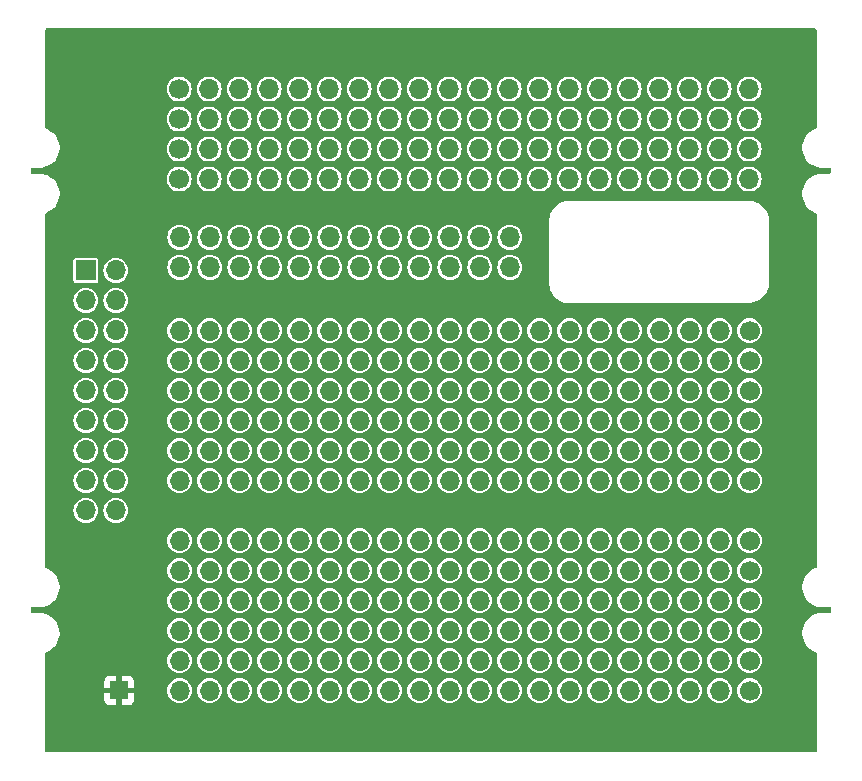
<source format=gbl>
G04 #@! TF.GenerationSoftware,KiCad,Pcbnew,8.0.8*
G04 #@! TF.CreationDate,2025-02-19T14:06:16-05:00*
G04 #@! TF.ProjectId,plot_gerbers,706c6f74-5f67-4657-9262-6572732e6b69,rev?*
G04 #@! TF.SameCoordinates,Original*
G04 #@! TF.FileFunction,Copper,L2,Bot*
G04 #@! TF.FilePolarity,Positive*
%FSLAX46Y46*%
G04 Gerber Fmt 4.6, Leading zero omitted, Abs format (unit mm)*
G04 Created by KiCad (PCBNEW 8.0.8) date 2025-02-19 14:06:16*
%MOMM*%
%LPD*%
G01*
G04 APERTURE LIST*
G04 #@! TA.AperFunction,ComponentPad*
%ADD10R,1.700000X1.700000*%
G04 #@! TD*
G04 #@! TA.AperFunction,ComponentPad*
%ADD11O,1.700000X1.700000*%
G04 #@! TD*
G04 #@! TA.AperFunction,ComponentPad*
%ADD12R,1.500000X1.500000*%
G04 #@! TD*
G04 #@! TA.AperFunction,ComponentPad*
%ADD13C,1.700000*%
G04 #@! TD*
G04 APERTURE END LIST*
D10*
X116740000Y-100070000D03*
D11*
X119280000Y-100070000D03*
X116740000Y-102610000D03*
X119280000Y-102610000D03*
X116740000Y-105150000D03*
X119280000Y-105150000D03*
X116740000Y-107690000D03*
X119280000Y-107690000D03*
X116740000Y-110230000D03*
X119280000Y-110230000D03*
X116740000Y-112770000D03*
X119280000Y-112770000D03*
X116740000Y-115310000D03*
X119280000Y-115310000D03*
X116740000Y-117850000D03*
X119280000Y-117850000D03*
X116740000Y-120390000D03*
X119280000Y-120390000D03*
X124695000Y-97260000D03*
X124695000Y-99800000D03*
X127235000Y-97260000D03*
X127235000Y-99800000D03*
X129775000Y-97260000D03*
X129775000Y-99800000D03*
X132315000Y-97260000D03*
X132315000Y-99800000D03*
X134855000Y-97260000D03*
X134855000Y-99800000D03*
X137395000Y-97260000D03*
X137395000Y-99800000D03*
X139935000Y-97260000D03*
X139935000Y-99800000D03*
X142475000Y-97260000D03*
X142475000Y-99800000D03*
X145015000Y-97260000D03*
X145015000Y-99800000D03*
X147555000Y-97260000D03*
X147555000Y-99800000D03*
X150095000Y-97260000D03*
X150095000Y-99800000D03*
X152635000Y-97260000D03*
X152635000Y-99800000D03*
D12*
X119570000Y-135630000D03*
D13*
X172935000Y-105160000D03*
X172935000Y-107700000D03*
X172935000Y-110240000D03*
X172935000Y-112780000D03*
X172935000Y-115320000D03*
X172935000Y-117860000D03*
D11*
X170395000Y-105160000D03*
X170395000Y-107700000D03*
X170395000Y-110240000D03*
X170395000Y-112780000D03*
X170395000Y-115320000D03*
X170395000Y-117860000D03*
X167855000Y-105160000D03*
X167855000Y-107700000D03*
X167855000Y-110240000D03*
X167855000Y-112780000D03*
X167855000Y-115320000D03*
X167855000Y-117860000D03*
X165315000Y-105160000D03*
X165315000Y-107700000D03*
X165315000Y-110240000D03*
X165315000Y-112780000D03*
X165315000Y-115320000D03*
X165315000Y-117860000D03*
X162775000Y-105160000D03*
X162775000Y-107700000D03*
X162775000Y-110240000D03*
X162775000Y-112780000D03*
X162775000Y-115320000D03*
X162775000Y-117860000D03*
X160235000Y-105160000D03*
X160235000Y-107700000D03*
X160235000Y-110240000D03*
X160235000Y-112780000D03*
X160235000Y-115320000D03*
X160235000Y-117860000D03*
X157695000Y-105160000D03*
X157695000Y-107700000D03*
X157695000Y-110240000D03*
X157695000Y-112780000D03*
X157695000Y-115320000D03*
X157695000Y-117860000D03*
X155155000Y-105160000D03*
X155155000Y-107700000D03*
X155155000Y-110240000D03*
X155155000Y-112780000D03*
X155155000Y-115320000D03*
X155155000Y-117860000D03*
X152615000Y-105160000D03*
X152615000Y-107700000D03*
X152615000Y-110240000D03*
X152615000Y-112780000D03*
X152615000Y-115320000D03*
X152615000Y-117860000D03*
X150075000Y-105160000D03*
X150075000Y-107700000D03*
X150075000Y-110240000D03*
X150075000Y-112780000D03*
X150075000Y-115320000D03*
X150075000Y-117860000D03*
X147535000Y-105160000D03*
X147535000Y-107700000D03*
X147535000Y-110240000D03*
X147535000Y-112780000D03*
X147535000Y-115320000D03*
X147535000Y-117860000D03*
X144995000Y-105160000D03*
X144995000Y-107700000D03*
X144995000Y-110240000D03*
X144995000Y-112780000D03*
X144995000Y-115320000D03*
X144995000Y-117860000D03*
X142455000Y-105160000D03*
X142455000Y-107700000D03*
X142455000Y-110240000D03*
X142455000Y-112780000D03*
X142455000Y-115320000D03*
X142455000Y-117860000D03*
X139915000Y-105160000D03*
X139915000Y-107700000D03*
X139915000Y-110240000D03*
X139915000Y-112780000D03*
X139915000Y-115320000D03*
X139915000Y-117860000D03*
X137375000Y-105160000D03*
X137375000Y-107700000D03*
X137375000Y-110240000D03*
X137375000Y-112780000D03*
X137375000Y-115320000D03*
X137375000Y-117860000D03*
X134835000Y-105160000D03*
X134835000Y-107700000D03*
X134835000Y-110240000D03*
X134835000Y-112780000D03*
X134835000Y-115320000D03*
X134835000Y-117860000D03*
X132295000Y-105160000D03*
X132295000Y-107700000D03*
X132295000Y-110240000D03*
X132295000Y-112780000D03*
X132295000Y-115320000D03*
X132295000Y-117860000D03*
X129755000Y-105160000D03*
X129755000Y-107700000D03*
X129755000Y-110240000D03*
X129755000Y-112780000D03*
X129755000Y-115320000D03*
X129755000Y-117860000D03*
X127215000Y-105160000D03*
X127215000Y-107700000D03*
X127215000Y-110240000D03*
X127215000Y-112780000D03*
X127215000Y-115320000D03*
X127215000Y-117860000D03*
X124675000Y-105160000D03*
X124675000Y-107700000D03*
X124675000Y-110240000D03*
X124675000Y-112780000D03*
X124675000Y-115320000D03*
X124675000Y-117860000D03*
D13*
X172935000Y-122940000D03*
X172935000Y-125480000D03*
X172935000Y-128020000D03*
X172935000Y-130560000D03*
X172935000Y-133100000D03*
X172935000Y-135640000D03*
D11*
X170395000Y-122940000D03*
X170395000Y-125480000D03*
X170395000Y-128020000D03*
X170395000Y-130560000D03*
X170395000Y-133100000D03*
X170395000Y-135640000D03*
X167855000Y-122940000D03*
X167855000Y-125480000D03*
X167855000Y-128020000D03*
X167855000Y-130560000D03*
X167855000Y-133100000D03*
X167855000Y-135640000D03*
X165315000Y-122940000D03*
X165315000Y-125480000D03*
X165315000Y-128020000D03*
X165315000Y-130560000D03*
X165315000Y-133100000D03*
X165315000Y-135640000D03*
X162775000Y-122940000D03*
X162775000Y-125480000D03*
X162775000Y-128020000D03*
X162775000Y-130560000D03*
X162775000Y-133100000D03*
X162775000Y-135640000D03*
X160235000Y-122940000D03*
X160235000Y-125480000D03*
X160235000Y-128020000D03*
X160235000Y-130560000D03*
X160235000Y-133100000D03*
X160235000Y-135640000D03*
X157695000Y-122940000D03*
X157695000Y-125480000D03*
X157695000Y-128020000D03*
X157695000Y-130560000D03*
X157695000Y-133100000D03*
X157695000Y-135640000D03*
X155155000Y-122940000D03*
X155155000Y-125480000D03*
X155155000Y-128020000D03*
X155155000Y-130560000D03*
X155155000Y-133100000D03*
X155155000Y-135640000D03*
X152615000Y-122940000D03*
X152615000Y-125480000D03*
X152615000Y-128020000D03*
X152615000Y-130560000D03*
X152615000Y-133100000D03*
X152615000Y-135640000D03*
X150075000Y-122940000D03*
X150075000Y-125480000D03*
X150075000Y-128020000D03*
X150075000Y-130560000D03*
X150075000Y-133100000D03*
X150075000Y-135640000D03*
X147535000Y-122940000D03*
X147535000Y-125480000D03*
X147535000Y-128020000D03*
X147535000Y-130560000D03*
X147535000Y-133100000D03*
X147535000Y-135640000D03*
X144995000Y-122940000D03*
X144995000Y-125480000D03*
X144995000Y-128020000D03*
X144995000Y-130560000D03*
X144995000Y-133100000D03*
X144995000Y-135640000D03*
X142455000Y-122940000D03*
X142455000Y-125480000D03*
X142455000Y-128020000D03*
X142455000Y-130560000D03*
X142455000Y-133100000D03*
X142455000Y-135640000D03*
X139915000Y-122940000D03*
X139915000Y-125480000D03*
X139915000Y-128020000D03*
X139915000Y-130560000D03*
X139915000Y-133100000D03*
X139915000Y-135640000D03*
X137375000Y-122940000D03*
X137375000Y-125480000D03*
X137375000Y-128020000D03*
X137375000Y-130560000D03*
X137375000Y-133100000D03*
X137375000Y-135640000D03*
X134835000Y-122940000D03*
X134835000Y-125480000D03*
X134835000Y-128020000D03*
X134835000Y-130560000D03*
X134835000Y-133100000D03*
X134835000Y-135640000D03*
X132295000Y-122940000D03*
X132295000Y-125480000D03*
X132295000Y-128020000D03*
X132295000Y-130560000D03*
X132295000Y-133100000D03*
X132295000Y-135640000D03*
X129755000Y-122940000D03*
X129755000Y-125480000D03*
X129755000Y-128020000D03*
X129755000Y-130560000D03*
X129755000Y-133100000D03*
X129755000Y-135640000D03*
X127215000Y-122940000D03*
X127215000Y-125480000D03*
X127215000Y-128020000D03*
X127215000Y-130560000D03*
X127215000Y-133100000D03*
X127215000Y-135640000D03*
X124675000Y-122940000D03*
X124675000Y-125480000D03*
X124675000Y-128020000D03*
X124675000Y-130560000D03*
X124675000Y-133100000D03*
X124675000Y-135640000D03*
D13*
X124645000Y-92325000D03*
X124645000Y-89785000D03*
X124645000Y-87245000D03*
X124645000Y-84705000D03*
D11*
X127185000Y-92325000D03*
X127185000Y-89785000D03*
X127185000Y-87245000D03*
X127185000Y-84705000D03*
X129725000Y-92325000D03*
X129725000Y-89785000D03*
X129725000Y-87245000D03*
X129725000Y-84705000D03*
X132265000Y-92325000D03*
X132265000Y-89785000D03*
X132265000Y-87245000D03*
X132265000Y-84705000D03*
X134805000Y-92325000D03*
X134805000Y-89785000D03*
X134805000Y-87245000D03*
X134805000Y-84705000D03*
X137345000Y-92325000D03*
X137345000Y-89785000D03*
X137345000Y-87245000D03*
X137345000Y-84705000D03*
X139885000Y-92325000D03*
X139885000Y-89785000D03*
X139885000Y-87245000D03*
X139885000Y-84705000D03*
X142425000Y-92325000D03*
X142425000Y-89785000D03*
X142425000Y-87245000D03*
X142425000Y-84705000D03*
X144965000Y-92325000D03*
X144965000Y-89785000D03*
X144965000Y-87245000D03*
X144965000Y-84705000D03*
X147505000Y-92325000D03*
X147505000Y-89785000D03*
X147505000Y-87245000D03*
X147505000Y-84705000D03*
X150045000Y-92325000D03*
X150045000Y-89785000D03*
X150045000Y-87245000D03*
X150045000Y-84705000D03*
X152585000Y-92325000D03*
X152585000Y-89785000D03*
X152585000Y-87245000D03*
X152585000Y-84705000D03*
X155125000Y-92325000D03*
X155125000Y-89785000D03*
X155125000Y-87245000D03*
X155125000Y-84705000D03*
X157665000Y-92325000D03*
X157665000Y-89785000D03*
X157665000Y-87245000D03*
X157665000Y-84705000D03*
X160205000Y-92325000D03*
X160205000Y-89785000D03*
X160205000Y-87245000D03*
X160205000Y-84705000D03*
X162745000Y-92325000D03*
X162745000Y-89785000D03*
X162745000Y-87245000D03*
X162745000Y-84705000D03*
X165285000Y-92325000D03*
X165285000Y-89785000D03*
X165285000Y-87245000D03*
X165285000Y-84705000D03*
X167825000Y-92325000D03*
X167825000Y-89785000D03*
X167825000Y-87245000D03*
X167825000Y-84705000D03*
X170365000Y-92325000D03*
X170365000Y-89785000D03*
X170365000Y-87245000D03*
X170365000Y-84705000D03*
X172905000Y-92325000D03*
X172905000Y-89785000D03*
X172905000Y-87245000D03*
X172905000Y-84705000D03*
G04 #@! TA.AperFunction,Conductor*
G36*
X178552539Y-79590185D02*
G01*
X178598294Y-79642989D01*
X178609500Y-79694500D01*
X178609500Y-87951844D01*
X178589815Y-88018883D01*
X178537011Y-88064638D01*
X178520441Y-88070819D01*
X178514229Y-88072643D01*
X178514218Y-88072647D01*
X178292955Y-88173693D01*
X178292950Y-88173696D01*
X178088325Y-88305201D01*
X177904492Y-88464492D01*
X177745201Y-88648325D01*
X177613696Y-88852950D01*
X177613693Y-88852955D01*
X177512647Y-89074218D01*
X177444118Y-89307603D01*
X177444117Y-89307609D01*
X177409500Y-89548378D01*
X177409500Y-89604108D01*
X177409500Y-89670000D01*
X177409500Y-89791622D01*
X177411634Y-89806466D01*
X177444116Y-90032386D01*
X177444118Y-90032396D01*
X177512647Y-90265781D01*
X177613693Y-90487044D01*
X177613696Y-90487049D01*
X177745201Y-90691674D01*
X177904492Y-90875507D01*
X178088325Y-91034798D01*
X178292955Y-91166306D01*
X178514218Y-91267353D01*
X178747609Y-91335883D01*
X178988378Y-91370500D01*
X179044108Y-91370500D01*
X179735500Y-91370500D01*
X179802539Y-91390185D01*
X179848294Y-91442989D01*
X179859500Y-91494500D01*
X179859500Y-91745500D01*
X179839815Y-91812539D01*
X179787011Y-91858294D01*
X179735500Y-91869500D01*
X179175892Y-91869500D01*
X179110000Y-91869500D01*
X178988378Y-91869500D01*
X178927506Y-91878251D01*
X178747613Y-91904116D01*
X178747603Y-91904118D01*
X178514218Y-91972647D01*
X178292955Y-92073693D01*
X178292950Y-92073696D01*
X178088325Y-92205201D01*
X177904492Y-92364492D01*
X177745201Y-92548325D01*
X177613696Y-92752950D01*
X177613693Y-92752955D01*
X177512647Y-92974218D01*
X177444118Y-93207603D01*
X177444117Y-93207609D01*
X177409500Y-93448378D01*
X177409500Y-93504108D01*
X177409500Y-93570000D01*
X177409500Y-93691622D01*
X177411634Y-93706466D01*
X177444116Y-93932386D01*
X177444118Y-93932396D01*
X177454590Y-93968059D01*
X177512647Y-94165782D01*
X177533067Y-94210495D01*
X177613693Y-94387044D01*
X177613696Y-94387049D01*
X177745201Y-94591674D01*
X177904492Y-94775507D01*
X178088325Y-94934798D01*
X178292955Y-95066306D01*
X178514218Y-95167353D01*
X178514225Y-95167355D01*
X178520423Y-95169175D01*
X178579205Y-95206943D01*
X178608236Y-95270496D01*
X178609500Y-95288155D01*
X178609500Y-125151844D01*
X178589815Y-125218883D01*
X178537011Y-125264638D01*
X178520441Y-125270819D01*
X178514229Y-125272643D01*
X178514218Y-125272647D01*
X178292955Y-125373693D01*
X178292950Y-125373696D01*
X178088325Y-125505201D01*
X177904492Y-125664492D01*
X177745201Y-125848325D01*
X177613696Y-126052950D01*
X177613693Y-126052955D01*
X177512647Y-126274218D01*
X177444118Y-126507603D01*
X177444117Y-126507609D01*
X177409500Y-126748378D01*
X177409500Y-126804108D01*
X177409500Y-126870000D01*
X177409500Y-126991622D01*
X177411634Y-127006466D01*
X177444116Y-127232386D01*
X177444118Y-127232396D01*
X177512647Y-127465781D01*
X177613693Y-127687044D01*
X177613696Y-127687049D01*
X177745201Y-127891674D01*
X177904492Y-128075507D01*
X178078093Y-128225932D01*
X178088325Y-128234798D01*
X178292955Y-128366306D01*
X178514218Y-128467353D01*
X178747609Y-128535883D01*
X178988378Y-128570500D01*
X179044108Y-128570500D01*
X179735500Y-128570500D01*
X179802539Y-128590185D01*
X179848294Y-128642989D01*
X179859500Y-128694500D01*
X179859500Y-128945500D01*
X179839815Y-129012539D01*
X179787011Y-129058294D01*
X179735500Y-129069500D01*
X179175892Y-129069500D01*
X179110000Y-129069500D01*
X178988378Y-129069500D01*
X178927506Y-129078251D01*
X178747613Y-129104116D01*
X178747603Y-129104118D01*
X178514218Y-129172647D01*
X178292955Y-129273693D01*
X178292950Y-129273696D01*
X178088325Y-129405201D01*
X177904492Y-129564492D01*
X177745201Y-129748325D01*
X177613696Y-129952950D01*
X177613693Y-129952955D01*
X177512647Y-130174218D01*
X177444118Y-130407603D01*
X177444117Y-130407609D01*
X177409500Y-130648378D01*
X177409500Y-130704108D01*
X177409500Y-130770000D01*
X177409500Y-130891622D01*
X177411634Y-130906466D01*
X177444116Y-131132386D01*
X177444118Y-131132396D01*
X177454590Y-131168059D01*
X177512647Y-131365782D01*
X177545484Y-131437685D01*
X177613693Y-131587044D01*
X177613696Y-131587049D01*
X177745201Y-131791674D01*
X177904492Y-131975507D01*
X178007426Y-132064699D01*
X178088325Y-132134798D01*
X178292955Y-132266306D01*
X178514218Y-132367353D01*
X178514225Y-132367355D01*
X178520423Y-132369175D01*
X178579205Y-132406943D01*
X178608236Y-132470496D01*
X178609500Y-132488155D01*
X178609500Y-140745500D01*
X178589815Y-140812539D01*
X178537011Y-140858294D01*
X178485500Y-140869500D01*
X113434500Y-140869500D01*
X113367461Y-140849815D01*
X113321706Y-140797011D01*
X113310500Y-140745500D01*
X113310500Y-136427844D01*
X118320000Y-136427844D01*
X118326401Y-136487372D01*
X118326403Y-136487379D01*
X118376645Y-136622086D01*
X118376649Y-136622093D01*
X118462809Y-136737187D01*
X118462812Y-136737190D01*
X118577906Y-136823350D01*
X118577913Y-136823354D01*
X118712620Y-136873596D01*
X118712627Y-136873598D01*
X118772155Y-136879999D01*
X118772172Y-136880000D01*
X119320000Y-136880000D01*
X119820000Y-136880000D01*
X120367828Y-136880000D01*
X120367844Y-136879999D01*
X120427372Y-136873598D01*
X120427379Y-136873596D01*
X120562086Y-136823354D01*
X120562093Y-136823350D01*
X120677187Y-136737190D01*
X120677190Y-136737187D01*
X120763350Y-136622093D01*
X120763354Y-136622086D01*
X120813596Y-136487379D01*
X120813598Y-136487372D01*
X120819999Y-136427844D01*
X120820000Y-136427827D01*
X120820000Y-135880000D01*
X119820000Y-135880000D01*
X119820000Y-136880000D01*
X119320000Y-136880000D01*
X119320000Y-135880000D01*
X118320000Y-135880000D01*
X118320000Y-136427844D01*
X113310500Y-136427844D01*
X113310500Y-135583922D01*
X119220000Y-135583922D01*
X119220000Y-135676078D01*
X119243852Y-135765095D01*
X119289930Y-135844905D01*
X119355095Y-135910070D01*
X119434905Y-135956148D01*
X119523922Y-135980000D01*
X119616078Y-135980000D01*
X119705095Y-135956148D01*
X119784905Y-135910070D01*
X119850070Y-135844905D01*
X119896148Y-135765095D01*
X119920000Y-135676078D01*
X119920000Y-135640000D01*
X123619417Y-135640000D01*
X123639699Y-135845932D01*
X123659155Y-135910070D01*
X123699768Y-136043954D01*
X123797315Y-136226450D01*
X123797317Y-136226452D01*
X123928589Y-136386410D01*
X124025209Y-136465702D01*
X124088550Y-136517685D01*
X124271046Y-136615232D01*
X124469066Y-136675300D01*
X124469065Y-136675300D01*
X124487529Y-136677118D01*
X124675000Y-136695583D01*
X124880934Y-136675300D01*
X125078954Y-136615232D01*
X125261450Y-136517685D01*
X125421410Y-136386410D01*
X125552685Y-136226450D01*
X125650232Y-136043954D01*
X125710300Y-135845934D01*
X125730583Y-135640000D01*
X126159417Y-135640000D01*
X126179699Y-135845932D01*
X126199155Y-135910070D01*
X126239768Y-136043954D01*
X126337315Y-136226450D01*
X126337317Y-136226452D01*
X126468589Y-136386410D01*
X126565209Y-136465702D01*
X126628550Y-136517685D01*
X126811046Y-136615232D01*
X127009066Y-136675300D01*
X127009065Y-136675300D01*
X127027529Y-136677118D01*
X127215000Y-136695583D01*
X127420934Y-136675300D01*
X127618954Y-136615232D01*
X127801450Y-136517685D01*
X127961410Y-136386410D01*
X128092685Y-136226450D01*
X128190232Y-136043954D01*
X128250300Y-135845934D01*
X128270583Y-135640000D01*
X128699417Y-135640000D01*
X128719699Y-135845932D01*
X128739155Y-135910070D01*
X128779768Y-136043954D01*
X128877315Y-136226450D01*
X128877317Y-136226452D01*
X129008589Y-136386410D01*
X129105209Y-136465702D01*
X129168550Y-136517685D01*
X129351046Y-136615232D01*
X129549066Y-136675300D01*
X129549065Y-136675300D01*
X129567529Y-136677118D01*
X129755000Y-136695583D01*
X129960934Y-136675300D01*
X130158954Y-136615232D01*
X130341450Y-136517685D01*
X130501410Y-136386410D01*
X130632685Y-136226450D01*
X130730232Y-136043954D01*
X130790300Y-135845934D01*
X130810583Y-135640000D01*
X131239417Y-135640000D01*
X131259699Y-135845932D01*
X131279155Y-135910070D01*
X131319768Y-136043954D01*
X131417315Y-136226450D01*
X131417317Y-136226452D01*
X131548589Y-136386410D01*
X131645209Y-136465702D01*
X131708550Y-136517685D01*
X131891046Y-136615232D01*
X132089066Y-136675300D01*
X132089065Y-136675300D01*
X132107529Y-136677118D01*
X132295000Y-136695583D01*
X132500934Y-136675300D01*
X132698954Y-136615232D01*
X132881450Y-136517685D01*
X133041410Y-136386410D01*
X133172685Y-136226450D01*
X133270232Y-136043954D01*
X133330300Y-135845934D01*
X133350583Y-135640000D01*
X133779417Y-135640000D01*
X133799699Y-135845932D01*
X133819155Y-135910070D01*
X133859768Y-136043954D01*
X133957315Y-136226450D01*
X133957317Y-136226452D01*
X134088589Y-136386410D01*
X134185209Y-136465702D01*
X134248550Y-136517685D01*
X134431046Y-136615232D01*
X134629066Y-136675300D01*
X134629065Y-136675300D01*
X134647529Y-136677118D01*
X134835000Y-136695583D01*
X135040934Y-136675300D01*
X135238954Y-136615232D01*
X135421450Y-136517685D01*
X135581410Y-136386410D01*
X135712685Y-136226450D01*
X135810232Y-136043954D01*
X135870300Y-135845934D01*
X135890583Y-135640000D01*
X136319417Y-135640000D01*
X136339699Y-135845932D01*
X136359155Y-135910070D01*
X136399768Y-136043954D01*
X136497315Y-136226450D01*
X136497317Y-136226452D01*
X136628589Y-136386410D01*
X136725209Y-136465702D01*
X136788550Y-136517685D01*
X136971046Y-136615232D01*
X137169066Y-136675300D01*
X137169065Y-136675300D01*
X137187529Y-136677118D01*
X137375000Y-136695583D01*
X137580934Y-136675300D01*
X137778954Y-136615232D01*
X137961450Y-136517685D01*
X138121410Y-136386410D01*
X138252685Y-136226450D01*
X138350232Y-136043954D01*
X138410300Y-135845934D01*
X138430583Y-135640000D01*
X138859417Y-135640000D01*
X138879699Y-135845932D01*
X138899155Y-135910070D01*
X138939768Y-136043954D01*
X139037315Y-136226450D01*
X139037317Y-136226452D01*
X139168589Y-136386410D01*
X139265209Y-136465702D01*
X139328550Y-136517685D01*
X139511046Y-136615232D01*
X139709066Y-136675300D01*
X139709065Y-136675300D01*
X139727529Y-136677118D01*
X139915000Y-136695583D01*
X140120934Y-136675300D01*
X140318954Y-136615232D01*
X140501450Y-136517685D01*
X140661410Y-136386410D01*
X140792685Y-136226450D01*
X140890232Y-136043954D01*
X140950300Y-135845934D01*
X140970583Y-135640000D01*
X141399417Y-135640000D01*
X141419699Y-135845932D01*
X141439155Y-135910070D01*
X141479768Y-136043954D01*
X141577315Y-136226450D01*
X141577317Y-136226452D01*
X141708589Y-136386410D01*
X141805209Y-136465702D01*
X141868550Y-136517685D01*
X142051046Y-136615232D01*
X142249066Y-136675300D01*
X142249065Y-136675300D01*
X142267529Y-136677118D01*
X142455000Y-136695583D01*
X142660934Y-136675300D01*
X142858954Y-136615232D01*
X143041450Y-136517685D01*
X143201410Y-136386410D01*
X143332685Y-136226450D01*
X143430232Y-136043954D01*
X143490300Y-135845934D01*
X143510583Y-135640000D01*
X143939417Y-135640000D01*
X143959699Y-135845932D01*
X143979155Y-135910070D01*
X144019768Y-136043954D01*
X144117315Y-136226450D01*
X144117317Y-136226452D01*
X144248589Y-136386410D01*
X144345209Y-136465702D01*
X144408550Y-136517685D01*
X144591046Y-136615232D01*
X144789066Y-136675300D01*
X144789065Y-136675300D01*
X144807529Y-136677118D01*
X144995000Y-136695583D01*
X145200934Y-136675300D01*
X145398954Y-136615232D01*
X145581450Y-136517685D01*
X145741410Y-136386410D01*
X145872685Y-136226450D01*
X145970232Y-136043954D01*
X146030300Y-135845934D01*
X146050583Y-135640000D01*
X146479417Y-135640000D01*
X146499699Y-135845932D01*
X146519155Y-135910070D01*
X146559768Y-136043954D01*
X146657315Y-136226450D01*
X146657317Y-136226452D01*
X146788589Y-136386410D01*
X146885209Y-136465702D01*
X146948550Y-136517685D01*
X147131046Y-136615232D01*
X147329066Y-136675300D01*
X147329065Y-136675300D01*
X147347529Y-136677118D01*
X147535000Y-136695583D01*
X147740934Y-136675300D01*
X147938954Y-136615232D01*
X148121450Y-136517685D01*
X148281410Y-136386410D01*
X148412685Y-136226450D01*
X148510232Y-136043954D01*
X148570300Y-135845934D01*
X148590583Y-135640000D01*
X149019417Y-135640000D01*
X149039699Y-135845932D01*
X149059155Y-135910070D01*
X149099768Y-136043954D01*
X149197315Y-136226450D01*
X149197317Y-136226452D01*
X149328589Y-136386410D01*
X149425209Y-136465702D01*
X149488550Y-136517685D01*
X149671046Y-136615232D01*
X149869066Y-136675300D01*
X149869065Y-136675300D01*
X149887529Y-136677118D01*
X150075000Y-136695583D01*
X150280934Y-136675300D01*
X150478954Y-136615232D01*
X150661450Y-136517685D01*
X150821410Y-136386410D01*
X150952685Y-136226450D01*
X151050232Y-136043954D01*
X151110300Y-135845934D01*
X151130583Y-135640000D01*
X151559417Y-135640000D01*
X151579699Y-135845932D01*
X151599155Y-135910070D01*
X151639768Y-136043954D01*
X151737315Y-136226450D01*
X151737317Y-136226452D01*
X151868589Y-136386410D01*
X151965209Y-136465702D01*
X152028550Y-136517685D01*
X152211046Y-136615232D01*
X152409066Y-136675300D01*
X152409065Y-136675300D01*
X152427529Y-136677118D01*
X152615000Y-136695583D01*
X152820934Y-136675300D01*
X153018954Y-136615232D01*
X153201450Y-136517685D01*
X153361410Y-136386410D01*
X153492685Y-136226450D01*
X153590232Y-136043954D01*
X153650300Y-135845934D01*
X153670583Y-135640000D01*
X154099417Y-135640000D01*
X154119699Y-135845932D01*
X154139155Y-135910070D01*
X154179768Y-136043954D01*
X154277315Y-136226450D01*
X154277317Y-136226452D01*
X154408589Y-136386410D01*
X154505209Y-136465702D01*
X154568550Y-136517685D01*
X154751046Y-136615232D01*
X154949066Y-136675300D01*
X154949065Y-136675300D01*
X154967529Y-136677118D01*
X155155000Y-136695583D01*
X155360934Y-136675300D01*
X155558954Y-136615232D01*
X155741450Y-136517685D01*
X155901410Y-136386410D01*
X156032685Y-136226450D01*
X156130232Y-136043954D01*
X156190300Y-135845934D01*
X156210583Y-135640000D01*
X156639417Y-135640000D01*
X156659699Y-135845932D01*
X156679155Y-135910070D01*
X156719768Y-136043954D01*
X156817315Y-136226450D01*
X156817317Y-136226452D01*
X156948589Y-136386410D01*
X157045209Y-136465702D01*
X157108550Y-136517685D01*
X157291046Y-136615232D01*
X157489066Y-136675300D01*
X157489065Y-136675300D01*
X157507529Y-136677118D01*
X157695000Y-136695583D01*
X157900934Y-136675300D01*
X158098954Y-136615232D01*
X158281450Y-136517685D01*
X158441410Y-136386410D01*
X158572685Y-136226450D01*
X158670232Y-136043954D01*
X158730300Y-135845934D01*
X158750583Y-135640000D01*
X159179417Y-135640000D01*
X159199699Y-135845932D01*
X159219155Y-135910070D01*
X159259768Y-136043954D01*
X159357315Y-136226450D01*
X159357317Y-136226452D01*
X159488589Y-136386410D01*
X159585209Y-136465702D01*
X159648550Y-136517685D01*
X159831046Y-136615232D01*
X160029066Y-136675300D01*
X160029065Y-136675300D01*
X160047529Y-136677118D01*
X160235000Y-136695583D01*
X160440934Y-136675300D01*
X160638954Y-136615232D01*
X160821450Y-136517685D01*
X160981410Y-136386410D01*
X161112685Y-136226450D01*
X161210232Y-136043954D01*
X161270300Y-135845934D01*
X161290583Y-135640000D01*
X161719417Y-135640000D01*
X161739699Y-135845932D01*
X161759155Y-135910070D01*
X161799768Y-136043954D01*
X161897315Y-136226450D01*
X161897317Y-136226452D01*
X162028589Y-136386410D01*
X162125209Y-136465702D01*
X162188550Y-136517685D01*
X162371046Y-136615232D01*
X162569066Y-136675300D01*
X162569065Y-136675300D01*
X162587529Y-136677118D01*
X162775000Y-136695583D01*
X162980934Y-136675300D01*
X163178954Y-136615232D01*
X163361450Y-136517685D01*
X163521410Y-136386410D01*
X163652685Y-136226450D01*
X163750232Y-136043954D01*
X163810300Y-135845934D01*
X163830583Y-135640000D01*
X164259417Y-135640000D01*
X164279699Y-135845932D01*
X164299155Y-135910070D01*
X164339768Y-136043954D01*
X164437315Y-136226450D01*
X164437317Y-136226452D01*
X164568589Y-136386410D01*
X164665209Y-136465702D01*
X164728550Y-136517685D01*
X164911046Y-136615232D01*
X165109066Y-136675300D01*
X165109065Y-136675300D01*
X165127529Y-136677118D01*
X165315000Y-136695583D01*
X165520934Y-136675300D01*
X165718954Y-136615232D01*
X165901450Y-136517685D01*
X166061410Y-136386410D01*
X166192685Y-136226450D01*
X166290232Y-136043954D01*
X166350300Y-135845934D01*
X166370583Y-135640000D01*
X166799417Y-135640000D01*
X166819699Y-135845932D01*
X166839155Y-135910070D01*
X166879768Y-136043954D01*
X166977315Y-136226450D01*
X166977317Y-136226452D01*
X167108589Y-136386410D01*
X167205209Y-136465702D01*
X167268550Y-136517685D01*
X167451046Y-136615232D01*
X167649066Y-136675300D01*
X167649065Y-136675300D01*
X167667529Y-136677118D01*
X167855000Y-136695583D01*
X168060934Y-136675300D01*
X168258954Y-136615232D01*
X168441450Y-136517685D01*
X168601410Y-136386410D01*
X168732685Y-136226450D01*
X168830232Y-136043954D01*
X168890300Y-135845934D01*
X168910583Y-135640000D01*
X169339417Y-135640000D01*
X169359699Y-135845932D01*
X169379155Y-135910070D01*
X169419768Y-136043954D01*
X169517315Y-136226450D01*
X169517317Y-136226452D01*
X169648589Y-136386410D01*
X169745209Y-136465702D01*
X169808550Y-136517685D01*
X169991046Y-136615232D01*
X170189066Y-136675300D01*
X170189065Y-136675300D01*
X170207529Y-136677118D01*
X170395000Y-136695583D01*
X170600934Y-136675300D01*
X170798954Y-136615232D01*
X170981450Y-136517685D01*
X171141410Y-136386410D01*
X171272685Y-136226450D01*
X171370232Y-136043954D01*
X171430300Y-135845934D01*
X171450583Y-135640000D01*
X171879417Y-135640000D01*
X171899699Y-135845932D01*
X171919155Y-135910070D01*
X171959768Y-136043954D01*
X172057315Y-136226450D01*
X172057317Y-136226452D01*
X172188589Y-136386410D01*
X172285209Y-136465702D01*
X172348550Y-136517685D01*
X172531046Y-136615232D01*
X172729066Y-136675300D01*
X172729065Y-136675300D01*
X172747529Y-136677118D01*
X172935000Y-136695583D01*
X173140934Y-136675300D01*
X173338954Y-136615232D01*
X173521450Y-136517685D01*
X173681410Y-136386410D01*
X173812685Y-136226450D01*
X173910232Y-136043954D01*
X173970300Y-135845934D01*
X173990583Y-135640000D01*
X173970300Y-135434066D01*
X173910232Y-135236046D01*
X173812685Y-135053550D01*
X173760702Y-134990209D01*
X173681410Y-134893589D01*
X173534015Y-134772627D01*
X173521450Y-134762315D01*
X173338954Y-134664768D01*
X173140934Y-134604700D01*
X173140932Y-134604699D01*
X173140934Y-134604699D01*
X172935000Y-134584417D01*
X172729067Y-134604699D01*
X172531043Y-134664769D01*
X172420898Y-134723643D01*
X172348550Y-134762315D01*
X172348548Y-134762316D01*
X172348547Y-134762317D01*
X172188589Y-134893589D01*
X172057317Y-135053547D01*
X171959769Y-135236043D01*
X171899699Y-135434067D01*
X171879417Y-135640000D01*
X171450583Y-135640000D01*
X171430300Y-135434066D01*
X171370232Y-135236046D01*
X171272685Y-135053550D01*
X171220702Y-134990209D01*
X171141410Y-134893589D01*
X170994015Y-134772627D01*
X170981450Y-134762315D01*
X170798954Y-134664768D01*
X170600934Y-134604700D01*
X170600932Y-134604699D01*
X170600934Y-134604699D01*
X170395000Y-134584417D01*
X170189067Y-134604699D01*
X169991043Y-134664769D01*
X169880898Y-134723643D01*
X169808550Y-134762315D01*
X169808548Y-134762316D01*
X169808547Y-134762317D01*
X169648589Y-134893589D01*
X169517317Y-135053547D01*
X169419769Y-135236043D01*
X169359699Y-135434067D01*
X169339417Y-135640000D01*
X168910583Y-135640000D01*
X168890300Y-135434066D01*
X168830232Y-135236046D01*
X168732685Y-135053550D01*
X168680702Y-134990209D01*
X168601410Y-134893589D01*
X168454015Y-134772627D01*
X168441450Y-134762315D01*
X168258954Y-134664768D01*
X168060934Y-134604700D01*
X168060932Y-134604699D01*
X168060934Y-134604699D01*
X167855000Y-134584417D01*
X167649067Y-134604699D01*
X167451043Y-134664769D01*
X167340898Y-134723643D01*
X167268550Y-134762315D01*
X167268548Y-134762316D01*
X167268547Y-134762317D01*
X167108589Y-134893589D01*
X166977317Y-135053547D01*
X166879769Y-135236043D01*
X166819699Y-135434067D01*
X166799417Y-135640000D01*
X166370583Y-135640000D01*
X166350300Y-135434066D01*
X166290232Y-135236046D01*
X166192685Y-135053550D01*
X166140702Y-134990209D01*
X166061410Y-134893589D01*
X165914015Y-134772627D01*
X165901450Y-134762315D01*
X165718954Y-134664768D01*
X165520934Y-134604700D01*
X165520932Y-134604699D01*
X165520934Y-134604699D01*
X165315000Y-134584417D01*
X165109067Y-134604699D01*
X164911043Y-134664769D01*
X164800898Y-134723643D01*
X164728550Y-134762315D01*
X164728548Y-134762316D01*
X164728547Y-134762317D01*
X164568589Y-134893589D01*
X164437317Y-135053547D01*
X164339769Y-135236043D01*
X164279699Y-135434067D01*
X164259417Y-135640000D01*
X163830583Y-135640000D01*
X163810300Y-135434066D01*
X163750232Y-135236046D01*
X163652685Y-135053550D01*
X163600702Y-134990209D01*
X163521410Y-134893589D01*
X163374015Y-134772627D01*
X163361450Y-134762315D01*
X163178954Y-134664768D01*
X162980934Y-134604700D01*
X162980932Y-134604699D01*
X162980934Y-134604699D01*
X162775000Y-134584417D01*
X162569067Y-134604699D01*
X162371043Y-134664769D01*
X162260898Y-134723643D01*
X162188550Y-134762315D01*
X162188548Y-134762316D01*
X162188547Y-134762317D01*
X162028589Y-134893589D01*
X161897317Y-135053547D01*
X161799769Y-135236043D01*
X161739699Y-135434067D01*
X161719417Y-135640000D01*
X161290583Y-135640000D01*
X161270300Y-135434066D01*
X161210232Y-135236046D01*
X161112685Y-135053550D01*
X161060702Y-134990209D01*
X160981410Y-134893589D01*
X160834015Y-134772627D01*
X160821450Y-134762315D01*
X160638954Y-134664768D01*
X160440934Y-134604700D01*
X160440932Y-134604699D01*
X160440934Y-134604699D01*
X160235000Y-134584417D01*
X160029067Y-134604699D01*
X159831043Y-134664769D01*
X159720898Y-134723643D01*
X159648550Y-134762315D01*
X159648548Y-134762316D01*
X159648547Y-134762317D01*
X159488589Y-134893589D01*
X159357317Y-135053547D01*
X159259769Y-135236043D01*
X159199699Y-135434067D01*
X159179417Y-135640000D01*
X158750583Y-135640000D01*
X158730300Y-135434066D01*
X158670232Y-135236046D01*
X158572685Y-135053550D01*
X158520702Y-134990209D01*
X158441410Y-134893589D01*
X158294015Y-134772627D01*
X158281450Y-134762315D01*
X158098954Y-134664768D01*
X157900934Y-134604700D01*
X157900932Y-134604699D01*
X157900934Y-134604699D01*
X157695000Y-134584417D01*
X157489067Y-134604699D01*
X157291043Y-134664769D01*
X157180898Y-134723643D01*
X157108550Y-134762315D01*
X157108548Y-134762316D01*
X157108547Y-134762317D01*
X156948589Y-134893589D01*
X156817317Y-135053547D01*
X156719769Y-135236043D01*
X156659699Y-135434067D01*
X156639417Y-135640000D01*
X156210583Y-135640000D01*
X156190300Y-135434066D01*
X156130232Y-135236046D01*
X156032685Y-135053550D01*
X155980702Y-134990209D01*
X155901410Y-134893589D01*
X155754015Y-134772627D01*
X155741450Y-134762315D01*
X155558954Y-134664768D01*
X155360934Y-134604700D01*
X155360932Y-134604699D01*
X155360934Y-134604699D01*
X155155000Y-134584417D01*
X154949067Y-134604699D01*
X154751043Y-134664769D01*
X154640898Y-134723643D01*
X154568550Y-134762315D01*
X154568548Y-134762316D01*
X154568547Y-134762317D01*
X154408589Y-134893589D01*
X154277317Y-135053547D01*
X154179769Y-135236043D01*
X154119699Y-135434067D01*
X154099417Y-135640000D01*
X153670583Y-135640000D01*
X153650300Y-135434066D01*
X153590232Y-135236046D01*
X153492685Y-135053550D01*
X153440702Y-134990209D01*
X153361410Y-134893589D01*
X153214015Y-134772627D01*
X153201450Y-134762315D01*
X153018954Y-134664768D01*
X152820934Y-134604700D01*
X152820932Y-134604699D01*
X152820934Y-134604699D01*
X152615000Y-134584417D01*
X152409067Y-134604699D01*
X152211043Y-134664769D01*
X152100898Y-134723643D01*
X152028550Y-134762315D01*
X152028548Y-134762316D01*
X152028547Y-134762317D01*
X151868589Y-134893589D01*
X151737317Y-135053547D01*
X151639769Y-135236043D01*
X151579699Y-135434067D01*
X151559417Y-135640000D01*
X151130583Y-135640000D01*
X151110300Y-135434066D01*
X151050232Y-135236046D01*
X150952685Y-135053550D01*
X150900702Y-134990209D01*
X150821410Y-134893589D01*
X150674015Y-134772627D01*
X150661450Y-134762315D01*
X150478954Y-134664768D01*
X150280934Y-134604700D01*
X150280932Y-134604699D01*
X150280934Y-134604699D01*
X150075000Y-134584417D01*
X149869067Y-134604699D01*
X149671043Y-134664769D01*
X149560898Y-134723643D01*
X149488550Y-134762315D01*
X149488548Y-134762316D01*
X149488547Y-134762317D01*
X149328589Y-134893589D01*
X149197317Y-135053547D01*
X149099769Y-135236043D01*
X149039699Y-135434067D01*
X149019417Y-135640000D01*
X148590583Y-135640000D01*
X148570300Y-135434066D01*
X148510232Y-135236046D01*
X148412685Y-135053550D01*
X148360702Y-134990209D01*
X148281410Y-134893589D01*
X148134015Y-134772627D01*
X148121450Y-134762315D01*
X147938954Y-134664768D01*
X147740934Y-134604700D01*
X147740932Y-134604699D01*
X147740934Y-134604699D01*
X147535000Y-134584417D01*
X147329067Y-134604699D01*
X147131043Y-134664769D01*
X147020898Y-134723643D01*
X146948550Y-134762315D01*
X146948548Y-134762316D01*
X146948547Y-134762317D01*
X146788589Y-134893589D01*
X146657317Y-135053547D01*
X146559769Y-135236043D01*
X146499699Y-135434067D01*
X146479417Y-135640000D01*
X146050583Y-135640000D01*
X146030300Y-135434066D01*
X145970232Y-135236046D01*
X145872685Y-135053550D01*
X145820702Y-134990209D01*
X145741410Y-134893589D01*
X145594015Y-134772627D01*
X145581450Y-134762315D01*
X145398954Y-134664768D01*
X145200934Y-134604700D01*
X145200932Y-134604699D01*
X145200934Y-134604699D01*
X144995000Y-134584417D01*
X144789067Y-134604699D01*
X144591043Y-134664769D01*
X144480898Y-134723643D01*
X144408550Y-134762315D01*
X144408548Y-134762316D01*
X144408547Y-134762317D01*
X144248589Y-134893589D01*
X144117317Y-135053547D01*
X144019769Y-135236043D01*
X143959699Y-135434067D01*
X143939417Y-135640000D01*
X143510583Y-135640000D01*
X143490300Y-135434066D01*
X143430232Y-135236046D01*
X143332685Y-135053550D01*
X143280702Y-134990209D01*
X143201410Y-134893589D01*
X143054015Y-134772627D01*
X143041450Y-134762315D01*
X142858954Y-134664768D01*
X142660934Y-134604700D01*
X142660932Y-134604699D01*
X142660934Y-134604699D01*
X142455000Y-134584417D01*
X142249067Y-134604699D01*
X142051043Y-134664769D01*
X141940898Y-134723643D01*
X141868550Y-134762315D01*
X141868548Y-134762316D01*
X141868547Y-134762317D01*
X141708589Y-134893589D01*
X141577317Y-135053547D01*
X141479769Y-135236043D01*
X141419699Y-135434067D01*
X141399417Y-135640000D01*
X140970583Y-135640000D01*
X140950300Y-135434066D01*
X140890232Y-135236046D01*
X140792685Y-135053550D01*
X140740702Y-134990209D01*
X140661410Y-134893589D01*
X140514015Y-134772627D01*
X140501450Y-134762315D01*
X140318954Y-134664768D01*
X140120934Y-134604700D01*
X140120932Y-134604699D01*
X140120934Y-134604699D01*
X139915000Y-134584417D01*
X139709067Y-134604699D01*
X139511043Y-134664769D01*
X139400898Y-134723643D01*
X139328550Y-134762315D01*
X139328548Y-134762316D01*
X139328547Y-134762317D01*
X139168589Y-134893589D01*
X139037317Y-135053547D01*
X138939769Y-135236043D01*
X138879699Y-135434067D01*
X138859417Y-135640000D01*
X138430583Y-135640000D01*
X138410300Y-135434066D01*
X138350232Y-135236046D01*
X138252685Y-135053550D01*
X138200702Y-134990209D01*
X138121410Y-134893589D01*
X137974015Y-134772627D01*
X137961450Y-134762315D01*
X137778954Y-134664768D01*
X137580934Y-134604700D01*
X137580932Y-134604699D01*
X137580934Y-134604699D01*
X137375000Y-134584417D01*
X137169067Y-134604699D01*
X136971043Y-134664769D01*
X136860898Y-134723643D01*
X136788550Y-134762315D01*
X136788548Y-134762316D01*
X136788547Y-134762317D01*
X136628589Y-134893589D01*
X136497317Y-135053547D01*
X136399769Y-135236043D01*
X136339699Y-135434067D01*
X136319417Y-135640000D01*
X135890583Y-135640000D01*
X135870300Y-135434066D01*
X135810232Y-135236046D01*
X135712685Y-135053550D01*
X135660702Y-134990209D01*
X135581410Y-134893589D01*
X135434015Y-134772627D01*
X135421450Y-134762315D01*
X135238954Y-134664768D01*
X135040934Y-134604700D01*
X135040932Y-134604699D01*
X135040934Y-134604699D01*
X134835000Y-134584417D01*
X134629067Y-134604699D01*
X134431043Y-134664769D01*
X134320898Y-134723643D01*
X134248550Y-134762315D01*
X134248548Y-134762316D01*
X134248547Y-134762317D01*
X134088589Y-134893589D01*
X133957317Y-135053547D01*
X133859769Y-135236043D01*
X133799699Y-135434067D01*
X133779417Y-135640000D01*
X133350583Y-135640000D01*
X133330300Y-135434066D01*
X133270232Y-135236046D01*
X133172685Y-135053550D01*
X133120702Y-134990209D01*
X133041410Y-134893589D01*
X132894015Y-134772627D01*
X132881450Y-134762315D01*
X132698954Y-134664768D01*
X132500934Y-134604700D01*
X132500932Y-134604699D01*
X132500934Y-134604699D01*
X132295000Y-134584417D01*
X132089067Y-134604699D01*
X131891043Y-134664769D01*
X131780898Y-134723643D01*
X131708550Y-134762315D01*
X131708548Y-134762316D01*
X131708547Y-134762317D01*
X131548589Y-134893589D01*
X131417317Y-135053547D01*
X131319769Y-135236043D01*
X131259699Y-135434067D01*
X131239417Y-135640000D01*
X130810583Y-135640000D01*
X130790300Y-135434066D01*
X130730232Y-135236046D01*
X130632685Y-135053550D01*
X130580702Y-134990209D01*
X130501410Y-134893589D01*
X130354015Y-134772627D01*
X130341450Y-134762315D01*
X130158954Y-134664768D01*
X129960934Y-134604700D01*
X129960932Y-134604699D01*
X129960934Y-134604699D01*
X129755000Y-134584417D01*
X129549067Y-134604699D01*
X129351043Y-134664769D01*
X129240898Y-134723643D01*
X129168550Y-134762315D01*
X129168548Y-134762316D01*
X129168547Y-134762317D01*
X129008589Y-134893589D01*
X128877317Y-135053547D01*
X128779769Y-135236043D01*
X128719699Y-135434067D01*
X128699417Y-135640000D01*
X128270583Y-135640000D01*
X128250300Y-135434066D01*
X128190232Y-135236046D01*
X128092685Y-135053550D01*
X128040702Y-134990209D01*
X127961410Y-134893589D01*
X127814015Y-134772627D01*
X127801450Y-134762315D01*
X127618954Y-134664768D01*
X127420934Y-134604700D01*
X127420932Y-134604699D01*
X127420934Y-134604699D01*
X127215000Y-134584417D01*
X127009067Y-134604699D01*
X126811043Y-134664769D01*
X126700898Y-134723643D01*
X126628550Y-134762315D01*
X126628548Y-134762316D01*
X126628547Y-134762317D01*
X126468589Y-134893589D01*
X126337317Y-135053547D01*
X126239769Y-135236043D01*
X126179699Y-135434067D01*
X126159417Y-135640000D01*
X125730583Y-135640000D01*
X125710300Y-135434066D01*
X125650232Y-135236046D01*
X125552685Y-135053550D01*
X125500702Y-134990209D01*
X125421410Y-134893589D01*
X125274015Y-134772627D01*
X125261450Y-134762315D01*
X125078954Y-134664768D01*
X124880934Y-134604700D01*
X124880932Y-134604699D01*
X124880934Y-134604699D01*
X124675000Y-134584417D01*
X124469067Y-134604699D01*
X124271043Y-134664769D01*
X124160898Y-134723643D01*
X124088550Y-134762315D01*
X124088548Y-134762316D01*
X124088547Y-134762317D01*
X123928589Y-134893589D01*
X123797317Y-135053547D01*
X123699769Y-135236043D01*
X123639699Y-135434067D01*
X123619417Y-135640000D01*
X119920000Y-135640000D01*
X119920000Y-135583922D01*
X119896148Y-135494905D01*
X119850070Y-135415095D01*
X119814975Y-135380000D01*
X119820000Y-135380000D01*
X120820000Y-135380000D01*
X120820000Y-134832172D01*
X120819999Y-134832155D01*
X120813598Y-134772627D01*
X120813596Y-134772620D01*
X120763354Y-134637913D01*
X120763350Y-134637906D01*
X120677190Y-134522812D01*
X120677187Y-134522809D01*
X120562093Y-134436649D01*
X120562086Y-134436645D01*
X120427379Y-134386403D01*
X120427372Y-134386401D01*
X120367844Y-134380000D01*
X119820000Y-134380000D01*
X119820000Y-135380000D01*
X119814975Y-135380000D01*
X119784905Y-135349930D01*
X119705095Y-135303852D01*
X119616078Y-135280000D01*
X119523922Y-135280000D01*
X119434905Y-135303852D01*
X119355095Y-135349930D01*
X119289930Y-135415095D01*
X119243852Y-135494905D01*
X119220000Y-135583922D01*
X113310500Y-135583922D01*
X113310500Y-134832155D01*
X118320000Y-134832155D01*
X118320000Y-135380000D01*
X119320000Y-135380000D01*
X119320000Y-134380000D01*
X118772155Y-134380000D01*
X118712627Y-134386401D01*
X118712620Y-134386403D01*
X118577913Y-134436645D01*
X118577906Y-134436649D01*
X118462812Y-134522809D01*
X118462809Y-134522812D01*
X118376649Y-134637906D01*
X118376645Y-134637913D01*
X118326403Y-134772620D01*
X118326401Y-134772627D01*
X118320000Y-134832155D01*
X113310500Y-134832155D01*
X113310500Y-133100000D01*
X123619417Y-133100000D01*
X123639699Y-133305932D01*
X123639700Y-133305934D01*
X123699768Y-133503954D01*
X123797315Y-133686450D01*
X123797317Y-133686452D01*
X123928589Y-133846410D01*
X124025209Y-133925702D01*
X124088550Y-133977685D01*
X124271046Y-134075232D01*
X124469066Y-134135300D01*
X124469065Y-134135300D01*
X124487529Y-134137118D01*
X124675000Y-134155583D01*
X124880934Y-134135300D01*
X125078954Y-134075232D01*
X125261450Y-133977685D01*
X125421410Y-133846410D01*
X125552685Y-133686450D01*
X125650232Y-133503954D01*
X125710300Y-133305934D01*
X125730583Y-133100000D01*
X126159417Y-133100000D01*
X126179699Y-133305932D01*
X126179700Y-133305934D01*
X126239768Y-133503954D01*
X126337315Y-133686450D01*
X126337317Y-133686452D01*
X126468589Y-133846410D01*
X126565209Y-133925702D01*
X126628550Y-133977685D01*
X126811046Y-134075232D01*
X127009066Y-134135300D01*
X127009065Y-134135300D01*
X127027529Y-134137118D01*
X127215000Y-134155583D01*
X127420934Y-134135300D01*
X127618954Y-134075232D01*
X127801450Y-133977685D01*
X127961410Y-133846410D01*
X128092685Y-133686450D01*
X128190232Y-133503954D01*
X128250300Y-133305934D01*
X128270583Y-133100000D01*
X128699417Y-133100000D01*
X128719699Y-133305932D01*
X128719700Y-133305934D01*
X128779768Y-133503954D01*
X128877315Y-133686450D01*
X128877317Y-133686452D01*
X129008589Y-133846410D01*
X129105209Y-133925702D01*
X129168550Y-133977685D01*
X129351046Y-134075232D01*
X129549066Y-134135300D01*
X129549065Y-134135300D01*
X129567529Y-134137118D01*
X129755000Y-134155583D01*
X129960934Y-134135300D01*
X130158954Y-134075232D01*
X130341450Y-133977685D01*
X130501410Y-133846410D01*
X130632685Y-133686450D01*
X130730232Y-133503954D01*
X130790300Y-133305934D01*
X130810583Y-133100000D01*
X131239417Y-133100000D01*
X131259699Y-133305932D01*
X131259700Y-133305934D01*
X131319768Y-133503954D01*
X131417315Y-133686450D01*
X131417317Y-133686452D01*
X131548589Y-133846410D01*
X131645209Y-133925702D01*
X131708550Y-133977685D01*
X131891046Y-134075232D01*
X132089066Y-134135300D01*
X132089065Y-134135300D01*
X132107529Y-134137118D01*
X132295000Y-134155583D01*
X132500934Y-134135300D01*
X132698954Y-134075232D01*
X132881450Y-133977685D01*
X133041410Y-133846410D01*
X133172685Y-133686450D01*
X133270232Y-133503954D01*
X133330300Y-133305934D01*
X133350583Y-133100000D01*
X133779417Y-133100000D01*
X133799699Y-133305932D01*
X133799700Y-133305934D01*
X133859768Y-133503954D01*
X133957315Y-133686450D01*
X133957317Y-133686452D01*
X134088589Y-133846410D01*
X134185209Y-133925702D01*
X134248550Y-133977685D01*
X134431046Y-134075232D01*
X134629066Y-134135300D01*
X134629065Y-134135300D01*
X134647529Y-134137118D01*
X134835000Y-134155583D01*
X135040934Y-134135300D01*
X135238954Y-134075232D01*
X135421450Y-133977685D01*
X135581410Y-133846410D01*
X135712685Y-133686450D01*
X135810232Y-133503954D01*
X135870300Y-133305934D01*
X135890583Y-133100000D01*
X136319417Y-133100000D01*
X136339699Y-133305932D01*
X136339700Y-133305934D01*
X136399768Y-133503954D01*
X136497315Y-133686450D01*
X136497317Y-133686452D01*
X136628589Y-133846410D01*
X136725209Y-133925702D01*
X136788550Y-133977685D01*
X136971046Y-134075232D01*
X137169066Y-134135300D01*
X137169065Y-134135300D01*
X137187529Y-134137118D01*
X137375000Y-134155583D01*
X137580934Y-134135300D01*
X137778954Y-134075232D01*
X137961450Y-133977685D01*
X138121410Y-133846410D01*
X138252685Y-133686450D01*
X138350232Y-133503954D01*
X138410300Y-133305934D01*
X138430583Y-133100000D01*
X138859417Y-133100000D01*
X138879699Y-133305932D01*
X138879700Y-133305934D01*
X138939768Y-133503954D01*
X139037315Y-133686450D01*
X139037317Y-133686452D01*
X139168589Y-133846410D01*
X139265209Y-133925702D01*
X139328550Y-133977685D01*
X139511046Y-134075232D01*
X139709066Y-134135300D01*
X139709065Y-134135300D01*
X139727529Y-134137118D01*
X139915000Y-134155583D01*
X140120934Y-134135300D01*
X140318954Y-134075232D01*
X140501450Y-133977685D01*
X140661410Y-133846410D01*
X140792685Y-133686450D01*
X140890232Y-133503954D01*
X140950300Y-133305934D01*
X140970583Y-133100000D01*
X141399417Y-133100000D01*
X141419699Y-133305932D01*
X141419700Y-133305934D01*
X141479768Y-133503954D01*
X141577315Y-133686450D01*
X141577317Y-133686452D01*
X141708589Y-133846410D01*
X141805209Y-133925702D01*
X141868550Y-133977685D01*
X142051046Y-134075232D01*
X142249066Y-134135300D01*
X142249065Y-134135300D01*
X142267529Y-134137118D01*
X142455000Y-134155583D01*
X142660934Y-134135300D01*
X142858954Y-134075232D01*
X143041450Y-133977685D01*
X143201410Y-133846410D01*
X143332685Y-133686450D01*
X143430232Y-133503954D01*
X143490300Y-133305934D01*
X143510583Y-133100000D01*
X143939417Y-133100000D01*
X143959699Y-133305932D01*
X143959700Y-133305934D01*
X144019768Y-133503954D01*
X144117315Y-133686450D01*
X144117317Y-133686452D01*
X144248589Y-133846410D01*
X144345209Y-133925702D01*
X144408550Y-133977685D01*
X144591046Y-134075232D01*
X144789066Y-134135300D01*
X144789065Y-134135300D01*
X144807529Y-134137118D01*
X144995000Y-134155583D01*
X145200934Y-134135300D01*
X145398954Y-134075232D01*
X145581450Y-133977685D01*
X145741410Y-133846410D01*
X145872685Y-133686450D01*
X145970232Y-133503954D01*
X146030300Y-133305934D01*
X146050583Y-133100000D01*
X146479417Y-133100000D01*
X146499699Y-133305932D01*
X146499700Y-133305934D01*
X146559768Y-133503954D01*
X146657315Y-133686450D01*
X146657317Y-133686452D01*
X146788589Y-133846410D01*
X146885209Y-133925702D01*
X146948550Y-133977685D01*
X147131046Y-134075232D01*
X147329066Y-134135300D01*
X147329065Y-134135300D01*
X147347529Y-134137118D01*
X147535000Y-134155583D01*
X147740934Y-134135300D01*
X147938954Y-134075232D01*
X148121450Y-133977685D01*
X148281410Y-133846410D01*
X148412685Y-133686450D01*
X148510232Y-133503954D01*
X148570300Y-133305934D01*
X148590583Y-133100000D01*
X149019417Y-133100000D01*
X149039699Y-133305932D01*
X149039700Y-133305934D01*
X149099768Y-133503954D01*
X149197315Y-133686450D01*
X149197317Y-133686452D01*
X149328589Y-133846410D01*
X149425209Y-133925702D01*
X149488550Y-133977685D01*
X149671046Y-134075232D01*
X149869066Y-134135300D01*
X149869065Y-134135300D01*
X149887529Y-134137118D01*
X150075000Y-134155583D01*
X150280934Y-134135300D01*
X150478954Y-134075232D01*
X150661450Y-133977685D01*
X150821410Y-133846410D01*
X150952685Y-133686450D01*
X151050232Y-133503954D01*
X151110300Y-133305934D01*
X151130583Y-133100000D01*
X151559417Y-133100000D01*
X151579699Y-133305932D01*
X151579700Y-133305934D01*
X151639768Y-133503954D01*
X151737315Y-133686450D01*
X151737317Y-133686452D01*
X151868589Y-133846410D01*
X151965209Y-133925702D01*
X152028550Y-133977685D01*
X152211046Y-134075232D01*
X152409066Y-134135300D01*
X152409065Y-134135300D01*
X152427529Y-134137118D01*
X152615000Y-134155583D01*
X152820934Y-134135300D01*
X153018954Y-134075232D01*
X153201450Y-133977685D01*
X153361410Y-133846410D01*
X153492685Y-133686450D01*
X153590232Y-133503954D01*
X153650300Y-133305934D01*
X153670583Y-133100000D01*
X154099417Y-133100000D01*
X154119699Y-133305932D01*
X154119700Y-133305934D01*
X154179768Y-133503954D01*
X154277315Y-133686450D01*
X154277317Y-133686452D01*
X154408589Y-133846410D01*
X154505209Y-133925702D01*
X154568550Y-133977685D01*
X154751046Y-134075232D01*
X154949066Y-134135300D01*
X154949065Y-134135300D01*
X154967529Y-134137118D01*
X155155000Y-134155583D01*
X155360934Y-134135300D01*
X155558954Y-134075232D01*
X155741450Y-133977685D01*
X155901410Y-133846410D01*
X156032685Y-133686450D01*
X156130232Y-133503954D01*
X156190300Y-133305934D01*
X156210583Y-133100000D01*
X156639417Y-133100000D01*
X156659699Y-133305932D01*
X156659700Y-133305934D01*
X156719768Y-133503954D01*
X156817315Y-133686450D01*
X156817317Y-133686452D01*
X156948589Y-133846410D01*
X157045209Y-133925702D01*
X157108550Y-133977685D01*
X157291046Y-134075232D01*
X157489066Y-134135300D01*
X157489065Y-134135300D01*
X157507529Y-134137118D01*
X157695000Y-134155583D01*
X157900934Y-134135300D01*
X158098954Y-134075232D01*
X158281450Y-133977685D01*
X158441410Y-133846410D01*
X158572685Y-133686450D01*
X158670232Y-133503954D01*
X158730300Y-133305934D01*
X158750583Y-133100000D01*
X159179417Y-133100000D01*
X159199699Y-133305932D01*
X159199700Y-133305934D01*
X159259768Y-133503954D01*
X159357315Y-133686450D01*
X159357317Y-133686452D01*
X159488589Y-133846410D01*
X159585209Y-133925702D01*
X159648550Y-133977685D01*
X159831046Y-134075232D01*
X160029066Y-134135300D01*
X160029065Y-134135300D01*
X160047529Y-134137118D01*
X160235000Y-134155583D01*
X160440934Y-134135300D01*
X160638954Y-134075232D01*
X160821450Y-133977685D01*
X160981410Y-133846410D01*
X161112685Y-133686450D01*
X161210232Y-133503954D01*
X161270300Y-133305934D01*
X161290583Y-133100000D01*
X161719417Y-133100000D01*
X161739699Y-133305932D01*
X161739700Y-133305934D01*
X161799768Y-133503954D01*
X161897315Y-133686450D01*
X161897317Y-133686452D01*
X162028589Y-133846410D01*
X162125209Y-133925702D01*
X162188550Y-133977685D01*
X162371046Y-134075232D01*
X162569066Y-134135300D01*
X162569065Y-134135300D01*
X162587529Y-134137118D01*
X162775000Y-134155583D01*
X162980934Y-134135300D01*
X163178954Y-134075232D01*
X163361450Y-133977685D01*
X163521410Y-133846410D01*
X163652685Y-133686450D01*
X163750232Y-133503954D01*
X163810300Y-133305934D01*
X163830583Y-133100000D01*
X164259417Y-133100000D01*
X164279699Y-133305932D01*
X164279700Y-133305934D01*
X164339768Y-133503954D01*
X164437315Y-133686450D01*
X164437317Y-133686452D01*
X164568589Y-133846410D01*
X164665209Y-133925702D01*
X164728550Y-133977685D01*
X164911046Y-134075232D01*
X165109066Y-134135300D01*
X165109065Y-134135300D01*
X165127529Y-134137118D01*
X165315000Y-134155583D01*
X165520934Y-134135300D01*
X165718954Y-134075232D01*
X165901450Y-133977685D01*
X166061410Y-133846410D01*
X166192685Y-133686450D01*
X166290232Y-133503954D01*
X166350300Y-133305934D01*
X166370583Y-133100000D01*
X166799417Y-133100000D01*
X166819699Y-133305932D01*
X166819700Y-133305934D01*
X166879768Y-133503954D01*
X166977315Y-133686450D01*
X166977317Y-133686452D01*
X167108589Y-133846410D01*
X167205209Y-133925702D01*
X167268550Y-133977685D01*
X167451046Y-134075232D01*
X167649066Y-134135300D01*
X167649065Y-134135300D01*
X167667529Y-134137118D01*
X167855000Y-134155583D01*
X168060934Y-134135300D01*
X168258954Y-134075232D01*
X168441450Y-133977685D01*
X168601410Y-133846410D01*
X168732685Y-133686450D01*
X168830232Y-133503954D01*
X168890300Y-133305934D01*
X168910583Y-133100000D01*
X169339417Y-133100000D01*
X169359699Y-133305932D01*
X169359700Y-133305934D01*
X169419768Y-133503954D01*
X169517315Y-133686450D01*
X169517317Y-133686452D01*
X169648589Y-133846410D01*
X169745209Y-133925702D01*
X169808550Y-133977685D01*
X169991046Y-134075232D01*
X170189066Y-134135300D01*
X170189065Y-134135300D01*
X170207529Y-134137118D01*
X170395000Y-134155583D01*
X170600934Y-134135300D01*
X170798954Y-134075232D01*
X170981450Y-133977685D01*
X171141410Y-133846410D01*
X171272685Y-133686450D01*
X171370232Y-133503954D01*
X171430300Y-133305934D01*
X171450583Y-133100000D01*
X171879417Y-133100000D01*
X171899699Y-133305932D01*
X171899700Y-133305934D01*
X171959768Y-133503954D01*
X172057315Y-133686450D01*
X172057317Y-133686452D01*
X172188589Y-133846410D01*
X172285209Y-133925702D01*
X172348550Y-133977685D01*
X172531046Y-134075232D01*
X172729066Y-134135300D01*
X172729065Y-134135300D01*
X172747529Y-134137118D01*
X172935000Y-134155583D01*
X173140934Y-134135300D01*
X173338954Y-134075232D01*
X173521450Y-133977685D01*
X173681410Y-133846410D01*
X173812685Y-133686450D01*
X173910232Y-133503954D01*
X173970300Y-133305934D01*
X173990583Y-133100000D01*
X173970300Y-132894066D01*
X173910232Y-132696046D01*
X173812685Y-132513550D01*
X173736827Y-132421116D01*
X173681410Y-132353589D01*
X173521452Y-132222317D01*
X173521453Y-132222317D01*
X173521450Y-132222315D01*
X173338954Y-132124768D01*
X173140934Y-132064700D01*
X173140932Y-132064699D01*
X173140934Y-132064699D01*
X172935000Y-132044417D01*
X172729067Y-132064699D01*
X172531043Y-132124769D01*
X172420898Y-132183643D01*
X172348550Y-132222315D01*
X172348548Y-132222316D01*
X172348547Y-132222317D01*
X172188589Y-132353589D01*
X172057317Y-132513547D01*
X171959769Y-132696043D01*
X171899699Y-132894067D01*
X171879417Y-133100000D01*
X171450583Y-133100000D01*
X171430300Y-132894066D01*
X171370232Y-132696046D01*
X171272685Y-132513550D01*
X171196827Y-132421116D01*
X171141410Y-132353589D01*
X170981452Y-132222317D01*
X170981453Y-132222317D01*
X170981450Y-132222315D01*
X170798954Y-132124768D01*
X170600934Y-132064700D01*
X170600932Y-132064699D01*
X170600934Y-132064699D01*
X170395000Y-132044417D01*
X170189067Y-132064699D01*
X169991043Y-132124769D01*
X169880898Y-132183643D01*
X169808550Y-132222315D01*
X169808548Y-132222316D01*
X169808547Y-132222317D01*
X169648589Y-132353589D01*
X169517317Y-132513547D01*
X169419769Y-132696043D01*
X169359699Y-132894067D01*
X169339417Y-133100000D01*
X168910583Y-133100000D01*
X168890300Y-132894066D01*
X168830232Y-132696046D01*
X168732685Y-132513550D01*
X168656827Y-132421116D01*
X168601410Y-132353589D01*
X168441452Y-132222317D01*
X168441453Y-132222317D01*
X168441450Y-132222315D01*
X168258954Y-132124768D01*
X168060934Y-132064700D01*
X168060932Y-132064699D01*
X168060934Y-132064699D01*
X167855000Y-132044417D01*
X167649067Y-132064699D01*
X167451043Y-132124769D01*
X167340898Y-132183643D01*
X167268550Y-132222315D01*
X167268548Y-132222316D01*
X167268547Y-132222317D01*
X167108589Y-132353589D01*
X166977317Y-132513547D01*
X166879769Y-132696043D01*
X166819699Y-132894067D01*
X166799417Y-133100000D01*
X166370583Y-133100000D01*
X166350300Y-132894066D01*
X166290232Y-132696046D01*
X166192685Y-132513550D01*
X166116827Y-132421116D01*
X166061410Y-132353589D01*
X165901452Y-132222317D01*
X165901453Y-132222317D01*
X165901450Y-132222315D01*
X165718954Y-132124768D01*
X165520934Y-132064700D01*
X165520932Y-132064699D01*
X165520934Y-132064699D01*
X165315000Y-132044417D01*
X165109067Y-132064699D01*
X164911043Y-132124769D01*
X164800898Y-132183643D01*
X164728550Y-132222315D01*
X164728548Y-132222316D01*
X164728547Y-132222317D01*
X164568589Y-132353589D01*
X164437317Y-132513547D01*
X164339769Y-132696043D01*
X164279699Y-132894067D01*
X164259417Y-133100000D01*
X163830583Y-133100000D01*
X163810300Y-132894066D01*
X163750232Y-132696046D01*
X163652685Y-132513550D01*
X163576827Y-132421116D01*
X163521410Y-132353589D01*
X163361452Y-132222317D01*
X163361453Y-132222317D01*
X163361450Y-132222315D01*
X163178954Y-132124768D01*
X162980934Y-132064700D01*
X162980932Y-132064699D01*
X162980934Y-132064699D01*
X162775000Y-132044417D01*
X162569067Y-132064699D01*
X162371043Y-132124769D01*
X162260898Y-132183643D01*
X162188550Y-132222315D01*
X162188548Y-132222316D01*
X162188547Y-132222317D01*
X162028589Y-132353589D01*
X161897317Y-132513547D01*
X161799769Y-132696043D01*
X161739699Y-132894067D01*
X161719417Y-133100000D01*
X161290583Y-133100000D01*
X161270300Y-132894066D01*
X161210232Y-132696046D01*
X161112685Y-132513550D01*
X161036827Y-132421116D01*
X160981410Y-132353589D01*
X160821452Y-132222317D01*
X160821453Y-132222317D01*
X160821450Y-132222315D01*
X160638954Y-132124768D01*
X160440934Y-132064700D01*
X160440932Y-132064699D01*
X160440934Y-132064699D01*
X160235000Y-132044417D01*
X160029067Y-132064699D01*
X159831043Y-132124769D01*
X159720898Y-132183643D01*
X159648550Y-132222315D01*
X159648548Y-132222316D01*
X159648547Y-132222317D01*
X159488589Y-132353589D01*
X159357317Y-132513547D01*
X159259769Y-132696043D01*
X159199699Y-132894067D01*
X159179417Y-133100000D01*
X158750583Y-133100000D01*
X158730300Y-132894066D01*
X158670232Y-132696046D01*
X158572685Y-132513550D01*
X158496827Y-132421116D01*
X158441410Y-132353589D01*
X158281452Y-132222317D01*
X158281453Y-132222317D01*
X158281450Y-132222315D01*
X158098954Y-132124768D01*
X157900934Y-132064700D01*
X157900932Y-132064699D01*
X157900934Y-132064699D01*
X157695000Y-132044417D01*
X157489067Y-132064699D01*
X157291043Y-132124769D01*
X157180898Y-132183643D01*
X157108550Y-132222315D01*
X157108548Y-132222316D01*
X157108547Y-132222317D01*
X156948589Y-132353589D01*
X156817317Y-132513547D01*
X156719769Y-132696043D01*
X156659699Y-132894067D01*
X156639417Y-133100000D01*
X156210583Y-133100000D01*
X156190300Y-132894066D01*
X156130232Y-132696046D01*
X156032685Y-132513550D01*
X155956827Y-132421116D01*
X155901410Y-132353589D01*
X155741452Y-132222317D01*
X155741453Y-132222317D01*
X155741450Y-132222315D01*
X155558954Y-132124768D01*
X155360934Y-132064700D01*
X155360932Y-132064699D01*
X155360934Y-132064699D01*
X155155000Y-132044417D01*
X154949067Y-132064699D01*
X154751043Y-132124769D01*
X154640898Y-132183643D01*
X154568550Y-132222315D01*
X154568548Y-132222316D01*
X154568547Y-132222317D01*
X154408589Y-132353589D01*
X154277317Y-132513547D01*
X154179769Y-132696043D01*
X154119699Y-132894067D01*
X154099417Y-133100000D01*
X153670583Y-133100000D01*
X153650300Y-132894066D01*
X153590232Y-132696046D01*
X153492685Y-132513550D01*
X153416827Y-132421116D01*
X153361410Y-132353589D01*
X153201452Y-132222317D01*
X153201453Y-132222317D01*
X153201450Y-132222315D01*
X153018954Y-132124768D01*
X152820934Y-132064700D01*
X152820932Y-132064699D01*
X152820934Y-132064699D01*
X152615000Y-132044417D01*
X152409067Y-132064699D01*
X152211043Y-132124769D01*
X152100898Y-132183643D01*
X152028550Y-132222315D01*
X152028548Y-132222316D01*
X152028547Y-132222317D01*
X151868589Y-132353589D01*
X151737317Y-132513547D01*
X151639769Y-132696043D01*
X151579699Y-132894067D01*
X151559417Y-133100000D01*
X151130583Y-133100000D01*
X151110300Y-132894066D01*
X151050232Y-132696046D01*
X150952685Y-132513550D01*
X150876827Y-132421116D01*
X150821410Y-132353589D01*
X150661452Y-132222317D01*
X150661453Y-132222317D01*
X150661450Y-132222315D01*
X150478954Y-132124768D01*
X150280934Y-132064700D01*
X150280932Y-132064699D01*
X150280934Y-132064699D01*
X150075000Y-132044417D01*
X149869067Y-132064699D01*
X149671043Y-132124769D01*
X149560898Y-132183643D01*
X149488550Y-132222315D01*
X149488548Y-132222316D01*
X149488547Y-132222317D01*
X149328589Y-132353589D01*
X149197317Y-132513547D01*
X149099769Y-132696043D01*
X149039699Y-132894067D01*
X149019417Y-133100000D01*
X148590583Y-133100000D01*
X148570300Y-132894066D01*
X148510232Y-132696046D01*
X148412685Y-132513550D01*
X148336827Y-132421116D01*
X148281410Y-132353589D01*
X148121452Y-132222317D01*
X148121453Y-132222317D01*
X148121450Y-132222315D01*
X147938954Y-132124768D01*
X147740934Y-132064700D01*
X147740932Y-132064699D01*
X147740934Y-132064699D01*
X147535000Y-132044417D01*
X147329067Y-132064699D01*
X147131043Y-132124769D01*
X147020898Y-132183643D01*
X146948550Y-132222315D01*
X146948548Y-132222316D01*
X146948547Y-132222317D01*
X146788589Y-132353589D01*
X146657317Y-132513547D01*
X146559769Y-132696043D01*
X146499699Y-132894067D01*
X146479417Y-133100000D01*
X146050583Y-133100000D01*
X146030300Y-132894066D01*
X145970232Y-132696046D01*
X145872685Y-132513550D01*
X145796827Y-132421116D01*
X145741410Y-132353589D01*
X145581452Y-132222317D01*
X145581453Y-132222317D01*
X145581450Y-132222315D01*
X145398954Y-132124768D01*
X145200934Y-132064700D01*
X145200932Y-132064699D01*
X145200934Y-132064699D01*
X144995000Y-132044417D01*
X144789067Y-132064699D01*
X144591043Y-132124769D01*
X144480898Y-132183643D01*
X144408550Y-132222315D01*
X144408548Y-132222316D01*
X144408547Y-132222317D01*
X144248589Y-132353589D01*
X144117317Y-132513547D01*
X144019769Y-132696043D01*
X143959699Y-132894067D01*
X143939417Y-133100000D01*
X143510583Y-133100000D01*
X143490300Y-132894066D01*
X143430232Y-132696046D01*
X143332685Y-132513550D01*
X143256827Y-132421116D01*
X143201410Y-132353589D01*
X143041452Y-132222317D01*
X143041453Y-132222317D01*
X143041450Y-132222315D01*
X142858954Y-132124768D01*
X142660934Y-132064700D01*
X142660932Y-132064699D01*
X142660934Y-132064699D01*
X142455000Y-132044417D01*
X142249067Y-132064699D01*
X142051043Y-132124769D01*
X141940898Y-132183643D01*
X141868550Y-132222315D01*
X141868548Y-132222316D01*
X141868547Y-132222317D01*
X141708589Y-132353589D01*
X141577317Y-132513547D01*
X141479769Y-132696043D01*
X141419699Y-132894067D01*
X141399417Y-133100000D01*
X140970583Y-133100000D01*
X140950300Y-132894066D01*
X140890232Y-132696046D01*
X140792685Y-132513550D01*
X140716827Y-132421116D01*
X140661410Y-132353589D01*
X140501452Y-132222317D01*
X140501453Y-132222317D01*
X140501450Y-132222315D01*
X140318954Y-132124768D01*
X140120934Y-132064700D01*
X140120932Y-132064699D01*
X140120934Y-132064699D01*
X139915000Y-132044417D01*
X139709067Y-132064699D01*
X139511043Y-132124769D01*
X139400898Y-132183643D01*
X139328550Y-132222315D01*
X139328548Y-132222316D01*
X139328547Y-132222317D01*
X139168589Y-132353589D01*
X139037317Y-132513547D01*
X138939769Y-132696043D01*
X138879699Y-132894067D01*
X138859417Y-133100000D01*
X138430583Y-133100000D01*
X138410300Y-132894066D01*
X138350232Y-132696046D01*
X138252685Y-132513550D01*
X138176827Y-132421116D01*
X138121410Y-132353589D01*
X137961452Y-132222317D01*
X137961453Y-132222317D01*
X137961450Y-132222315D01*
X137778954Y-132124768D01*
X137580934Y-132064700D01*
X137580932Y-132064699D01*
X137580934Y-132064699D01*
X137375000Y-132044417D01*
X137169067Y-132064699D01*
X136971043Y-132124769D01*
X136860898Y-132183643D01*
X136788550Y-132222315D01*
X136788548Y-132222316D01*
X136788547Y-132222317D01*
X136628589Y-132353589D01*
X136497317Y-132513547D01*
X136399769Y-132696043D01*
X136339699Y-132894067D01*
X136319417Y-133100000D01*
X135890583Y-133100000D01*
X135870300Y-132894066D01*
X135810232Y-132696046D01*
X135712685Y-132513550D01*
X135636827Y-132421116D01*
X135581410Y-132353589D01*
X135421452Y-132222317D01*
X135421453Y-132222317D01*
X135421450Y-132222315D01*
X135238954Y-132124768D01*
X135040934Y-132064700D01*
X135040932Y-132064699D01*
X135040934Y-132064699D01*
X134835000Y-132044417D01*
X134629067Y-132064699D01*
X134431043Y-132124769D01*
X134320898Y-132183643D01*
X134248550Y-132222315D01*
X134248548Y-132222316D01*
X134248547Y-132222317D01*
X134088589Y-132353589D01*
X133957317Y-132513547D01*
X133859769Y-132696043D01*
X133799699Y-132894067D01*
X133779417Y-133100000D01*
X133350583Y-133100000D01*
X133330300Y-132894066D01*
X133270232Y-132696046D01*
X133172685Y-132513550D01*
X133096827Y-132421116D01*
X133041410Y-132353589D01*
X132881452Y-132222317D01*
X132881453Y-132222317D01*
X132881450Y-132222315D01*
X132698954Y-132124768D01*
X132500934Y-132064700D01*
X132500932Y-132064699D01*
X132500934Y-132064699D01*
X132295000Y-132044417D01*
X132089067Y-132064699D01*
X131891043Y-132124769D01*
X131780898Y-132183643D01*
X131708550Y-132222315D01*
X131708548Y-132222316D01*
X131708547Y-132222317D01*
X131548589Y-132353589D01*
X131417317Y-132513547D01*
X131319769Y-132696043D01*
X131259699Y-132894067D01*
X131239417Y-133100000D01*
X130810583Y-133100000D01*
X130790300Y-132894066D01*
X130730232Y-132696046D01*
X130632685Y-132513550D01*
X130556827Y-132421116D01*
X130501410Y-132353589D01*
X130341452Y-132222317D01*
X130341453Y-132222317D01*
X130341450Y-132222315D01*
X130158954Y-132124768D01*
X129960934Y-132064700D01*
X129960932Y-132064699D01*
X129960934Y-132064699D01*
X129755000Y-132044417D01*
X129549067Y-132064699D01*
X129351043Y-132124769D01*
X129240898Y-132183643D01*
X129168550Y-132222315D01*
X129168548Y-132222316D01*
X129168547Y-132222317D01*
X129008589Y-132353589D01*
X128877317Y-132513547D01*
X128779769Y-132696043D01*
X128719699Y-132894067D01*
X128699417Y-133100000D01*
X128270583Y-133100000D01*
X128250300Y-132894066D01*
X128190232Y-132696046D01*
X128092685Y-132513550D01*
X128016827Y-132421116D01*
X127961410Y-132353589D01*
X127801452Y-132222317D01*
X127801453Y-132222317D01*
X127801450Y-132222315D01*
X127618954Y-132124768D01*
X127420934Y-132064700D01*
X127420932Y-132064699D01*
X127420934Y-132064699D01*
X127215000Y-132044417D01*
X127009067Y-132064699D01*
X126811043Y-132124769D01*
X126700898Y-132183643D01*
X126628550Y-132222315D01*
X126628548Y-132222316D01*
X126628547Y-132222317D01*
X126468589Y-132353589D01*
X126337317Y-132513547D01*
X126239769Y-132696043D01*
X126179699Y-132894067D01*
X126159417Y-133100000D01*
X125730583Y-133100000D01*
X125710300Y-132894066D01*
X125650232Y-132696046D01*
X125552685Y-132513550D01*
X125476827Y-132421116D01*
X125421410Y-132353589D01*
X125261452Y-132222317D01*
X125261453Y-132222317D01*
X125261450Y-132222315D01*
X125078954Y-132124768D01*
X124880934Y-132064700D01*
X124880932Y-132064699D01*
X124880934Y-132064699D01*
X124675000Y-132044417D01*
X124469067Y-132064699D01*
X124271043Y-132124769D01*
X124160898Y-132183643D01*
X124088550Y-132222315D01*
X124088548Y-132222316D01*
X124088547Y-132222317D01*
X123928589Y-132353589D01*
X123797317Y-132513547D01*
X123699769Y-132696043D01*
X123639699Y-132894067D01*
X123619417Y-133100000D01*
X113310500Y-133100000D01*
X113310500Y-132488155D01*
X113330185Y-132421116D01*
X113382989Y-132375361D01*
X113399577Y-132369175D01*
X113400592Y-132368876D01*
X113405782Y-132367353D01*
X113627045Y-132266306D01*
X113831675Y-132134798D01*
X114015507Y-131975507D01*
X114174798Y-131791675D01*
X114306306Y-131587045D01*
X114407353Y-131365782D01*
X114475883Y-131132391D01*
X114510500Y-130891622D01*
X114510500Y-130770000D01*
X114510500Y-130704108D01*
X114510500Y-130648378D01*
X114497793Y-130560000D01*
X123619417Y-130560000D01*
X123639699Y-130765932D01*
X123639700Y-130765934D01*
X123699768Y-130963954D01*
X123797315Y-131146450D01*
X123815049Y-131168059D01*
X123928589Y-131306410D01*
X123983670Y-131351613D01*
X124088550Y-131437685D01*
X124271046Y-131535232D01*
X124469066Y-131595300D01*
X124469065Y-131595300D01*
X124487529Y-131597118D01*
X124675000Y-131615583D01*
X124880934Y-131595300D01*
X125078954Y-131535232D01*
X125261450Y-131437685D01*
X125421410Y-131306410D01*
X125552685Y-131146450D01*
X125650232Y-130963954D01*
X125710300Y-130765934D01*
X125730583Y-130560000D01*
X126159417Y-130560000D01*
X126179699Y-130765932D01*
X126179700Y-130765934D01*
X126239768Y-130963954D01*
X126337315Y-131146450D01*
X126355049Y-131168059D01*
X126468589Y-131306410D01*
X126523670Y-131351613D01*
X126628550Y-131437685D01*
X126811046Y-131535232D01*
X127009066Y-131595300D01*
X127009065Y-131595300D01*
X127027529Y-131597118D01*
X127215000Y-131615583D01*
X127420934Y-131595300D01*
X127618954Y-131535232D01*
X127801450Y-131437685D01*
X127961410Y-131306410D01*
X128092685Y-131146450D01*
X128190232Y-130963954D01*
X128250300Y-130765934D01*
X128270583Y-130560000D01*
X128699417Y-130560000D01*
X128719699Y-130765932D01*
X128719700Y-130765934D01*
X128779768Y-130963954D01*
X128877315Y-131146450D01*
X128895049Y-131168059D01*
X129008589Y-131306410D01*
X129063670Y-131351613D01*
X129168550Y-131437685D01*
X129351046Y-131535232D01*
X129549066Y-131595300D01*
X129549065Y-131595300D01*
X129567529Y-131597118D01*
X129755000Y-131615583D01*
X129960934Y-131595300D01*
X130158954Y-131535232D01*
X130341450Y-131437685D01*
X130501410Y-131306410D01*
X130632685Y-131146450D01*
X130730232Y-130963954D01*
X130790300Y-130765934D01*
X130810583Y-130560000D01*
X131239417Y-130560000D01*
X131259699Y-130765932D01*
X131259700Y-130765934D01*
X131319768Y-130963954D01*
X131417315Y-131146450D01*
X131435049Y-131168059D01*
X131548589Y-131306410D01*
X131603670Y-131351613D01*
X131708550Y-131437685D01*
X131891046Y-131535232D01*
X132089066Y-131595300D01*
X132089065Y-131595300D01*
X132107529Y-131597118D01*
X132295000Y-131615583D01*
X132500934Y-131595300D01*
X132698954Y-131535232D01*
X132881450Y-131437685D01*
X133041410Y-131306410D01*
X133172685Y-131146450D01*
X133270232Y-130963954D01*
X133330300Y-130765934D01*
X133350583Y-130560000D01*
X133779417Y-130560000D01*
X133799699Y-130765932D01*
X133799700Y-130765934D01*
X133859768Y-130963954D01*
X133957315Y-131146450D01*
X133975049Y-131168059D01*
X134088589Y-131306410D01*
X134143670Y-131351613D01*
X134248550Y-131437685D01*
X134431046Y-131535232D01*
X134629066Y-131595300D01*
X134629065Y-131595300D01*
X134647529Y-131597118D01*
X134835000Y-131615583D01*
X135040934Y-131595300D01*
X135238954Y-131535232D01*
X135421450Y-131437685D01*
X135581410Y-131306410D01*
X135712685Y-131146450D01*
X135810232Y-130963954D01*
X135870300Y-130765934D01*
X135890583Y-130560000D01*
X136319417Y-130560000D01*
X136339699Y-130765932D01*
X136339700Y-130765934D01*
X136399768Y-130963954D01*
X136497315Y-131146450D01*
X136515049Y-131168059D01*
X136628589Y-131306410D01*
X136683670Y-131351613D01*
X136788550Y-131437685D01*
X136971046Y-131535232D01*
X137169066Y-131595300D01*
X137169065Y-131595300D01*
X137187529Y-131597118D01*
X137375000Y-131615583D01*
X137580934Y-131595300D01*
X137778954Y-131535232D01*
X137961450Y-131437685D01*
X138121410Y-131306410D01*
X138252685Y-131146450D01*
X138350232Y-130963954D01*
X138410300Y-130765934D01*
X138430583Y-130560000D01*
X138859417Y-130560000D01*
X138879699Y-130765932D01*
X138879700Y-130765934D01*
X138939768Y-130963954D01*
X139037315Y-131146450D01*
X139055049Y-131168059D01*
X139168589Y-131306410D01*
X139223670Y-131351613D01*
X139328550Y-131437685D01*
X139511046Y-131535232D01*
X139709066Y-131595300D01*
X139709065Y-131595300D01*
X139727529Y-131597118D01*
X139915000Y-131615583D01*
X140120934Y-131595300D01*
X140318954Y-131535232D01*
X140501450Y-131437685D01*
X140661410Y-131306410D01*
X140792685Y-131146450D01*
X140890232Y-130963954D01*
X140950300Y-130765934D01*
X140970583Y-130560000D01*
X141399417Y-130560000D01*
X141419699Y-130765932D01*
X141419700Y-130765934D01*
X141479768Y-130963954D01*
X141577315Y-131146450D01*
X141595049Y-131168059D01*
X141708589Y-131306410D01*
X141763670Y-131351613D01*
X141868550Y-131437685D01*
X142051046Y-131535232D01*
X142249066Y-131595300D01*
X142249065Y-131595300D01*
X142267529Y-131597118D01*
X142455000Y-131615583D01*
X142660934Y-131595300D01*
X142858954Y-131535232D01*
X143041450Y-131437685D01*
X143201410Y-131306410D01*
X143332685Y-131146450D01*
X143430232Y-130963954D01*
X143490300Y-130765934D01*
X143510583Y-130560000D01*
X143939417Y-130560000D01*
X143959699Y-130765932D01*
X143959700Y-130765934D01*
X144019768Y-130963954D01*
X144117315Y-131146450D01*
X144135049Y-131168059D01*
X144248589Y-131306410D01*
X144303670Y-131351613D01*
X144408550Y-131437685D01*
X144591046Y-131535232D01*
X144789066Y-131595300D01*
X144789065Y-131595300D01*
X144807529Y-131597118D01*
X144995000Y-131615583D01*
X145200934Y-131595300D01*
X145398954Y-131535232D01*
X145581450Y-131437685D01*
X145741410Y-131306410D01*
X145872685Y-131146450D01*
X145970232Y-130963954D01*
X146030300Y-130765934D01*
X146050583Y-130560000D01*
X146479417Y-130560000D01*
X146499699Y-130765932D01*
X146499700Y-130765934D01*
X146559768Y-130963954D01*
X146657315Y-131146450D01*
X146675049Y-131168059D01*
X146788589Y-131306410D01*
X146843670Y-131351613D01*
X146948550Y-131437685D01*
X147131046Y-131535232D01*
X147329066Y-131595300D01*
X147329065Y-131595300D01*
X147347529Y-131597118D01*
X147535000Y-131615583D01*
X147740934Y-131595300D01*
X147938954Y-131535232D01*
X148121450Y-131437685D01*
X148281410Y-131306410D01*
X148412685Y-131146450D01*
X148510232Y-130963954D01*
X148570300Y-130765934D01*
X148590583Y-130560000D01*
X149019417Y-130560000D01*
X149039699Y-130765932D01*
X149039700Y-130765934D01*
X149099768Y-130963954D01*
X149197315Y-131146450D01*
X149215049Y-131168059D01*
X149328589Y-131306410D01*
X149383670Y-131351613D01*
X149488550Y-131437685D01*
X149671046Y-131535232D01*
X149869066Y-131595300D01*
X149869065Y-131595300D01*
X149887529Y-131597118D01*
X150075000Y-131615583D01*
X150280934Y-131595300D01*
X150478954Y-131535232D01*
X150661450Y-131437685D01*
X150821410Y-131306410D01*
X150952685Y-131146450D01*
X151050232Y-130963954D01*
X151110300Y-130765934D01*
X151130583Y-130560000D01*
X151559417Y-130560000D01*
X151579699Y-130765932D01*
X151579700Y-130765934D01*
X151639768Y-130963954D01*
X151737315Y-131146450D01*
X151755049Y-131168059D01*
X151868589Y-131306410D01*
X151923670Y-131351613D01*
X152028550Y-131437685D01*
X152211046Y-131535232D01*
X152409066Y-131595300D01*
X152409065Y-131595300D01*
X152427529Y-131597118D01*
X152615000Y-131615583D01*
X152820934Y-131595300D01*
X153018954Y-131535232D01*
X153201450Y-131437685D01*
X153361410Y-131306410D01*
X153492685Y-131146450D01*
X153590232Y-130963954D01*
X153650300Y-130765934D01*
X153670583Y-130560000D01*
X154099417Y-130560000D01*
X154119699Y-130765932D01*
X154119700Y-130765934D01*
X154179768Y-130963954D01*
X154277315Y-131146450D01*
X154295049Y-131168059D01*
X154408589Y-131306410D01*
X154463670Y-131351613D01*
X154568550Y-131437685D01*
X154751046Y-131535232D01*
X154949066Y-131595300D01*
X154949065Y-131595300D01*
X154967529Y-131597118D01*
X155155000Y-131615583D01*
X155360934Y-131595300D01*
X155558954Y-131535232D01*
X155741450Y-131437685D01*
X155901410Y-131306410D01*
X156032685Y-131146450D01*
X156130232Y-130963954D01*
X156190300Y-130765934D01*
X156210583Y-130560000D01*
X156639417Y-130560000D01*
X156659699Y-130765932D01*
X156659700Y-130765934D01*
X156719768Y-130963954D01*
X156817315Y-131146450D01*
X156835049Y-131168059D01*
X156948589Y-131306410D01*
X157003670Y-131351613D01*
X157108550Y-131437685D01*
X157291046Y-131535232D01*
X157489066Y-131595300D01*
X157489065Y-131595300D01*
X157507529Y-131597118D01*
X157695000Y-131615583D01*
X157900934Y-131595300D01*
X158098954Y-131535232D01*
X158281450Y-131437685D01*
X158441410Y-131306410D01*
X158572685Y-131146450D01*
X158670232Y-130963954D01*
X158730300Y-130765934D01*
X158750583Y-130560000D01*
X159179417Y-130560000D01*
X159199699Y-130765932D01*
X159199700Y-130765934D01*
X159259768Y-130963954D01*
X159357315Y-131146450D01*
X159375049Y-131168059D01*
X159488589Y-131306410D01*
X159543670Y-131351613D01*
X159648550Y-131437685D01*
X159831046Y-131535232D01*
X160029066Y-131595300D01*
X160029065Y-131595300D01*
X160047529Y-131597118D01*
X160235000Y-131615583D01*
X160440934Y-131595300D01*
X160638954Y-131535232D01*
X160821450Y-131437685D01*
X160981410Y-131306410D01*
X161112685Y-131146450D01*
X161210232Y-130963954D01*
X161270300Y-130765934D01*
X161290583Y-130560000D01*
X161719417Y-130560000D01*
X161739699Y-130765932D01*
X161739700Y-130765934D01*
X161799768Y-130963954D01*
X161897315Y-131146450D01*
X161915049Y-131168059D01*
X162028589Y-131306410D01*
X162083670Y-131351613D01*
X162188550Y-131437685D01*
X162371046Y-131535232D01*
X162569066Y-131595300D01*
X162569065Y-131595300D01*
X162587529Y-131597118D01*
X162775000Y-131615583D01*
X162980934Y-131595300D01*
X163178954Y-131535232D01*
X163361450Y-131437685D01*
X163521410Y-131306410D01*
X163652685Y-131146450D01*
X163750232Y-130963954D01*
X163810300Y-130765934D01*
X163830583Y-130560000D01*
X164259417Y-130560000D01*
X164279699Y-130765932D01*
X164279700Y-130765934D01*
X164339768Y-130963954D01*
X164437315Y-131146450D01*
X164455049Y-131168059D01*
X164568589Y-131306410D01*
X164623670Y-131351613D01*
X164728550Y-131437685D01*
X164911046Y-131535232D01*
X165109066Y-131595300D01*
X165109065Y-131595300D01*
X165127529Y-131597118D01*
X165315000Y-131615583D01*
X165520934Y-131595300D01*
X165718954Y-131535232D01*
X165901450Y-131437685D01*
X166061410Y-131306410D01*
X166192685Y-131146450D01*
X166290232Y-130963954D01*
X166350300Y-130765934D01*
X166370583Y-130560000D01*
X166799417Y-130560000D01*
X166819699Y-130765932D01*
X166819700Y-130765934D01*
X166879768Y-130963954D01*
X166977315Y-131146450D01*
X166995049Y-131168059D01*
X167108589Y-131306410D01*
X167163670Y-131351613D01*
X167268550Y-131437685D01*
X167451046Y-131535232D01*
X167649066Y-131595300D01*
X167649065Y-131595300D01*
X167667529Y-131597118D01*
X167855000Y-131615583D01*
X168060934Y-131595300D01*
X168258954Y-131535232D01*
X168441450Y-131437685D01*
X168601410Y-131306410D01*
X168732685Y-131146450D01*
X168830232Y-130963954D01*
X168890300Y-130765934D01*
X168910583Y-130560000D01*
X169339417Y-130560000D01*
X169359699Y-130765932D01*
X169359700Y-130765934D01*
X169419768Y-130963954D01*
X169517315Y-131146450D01*
X169535049Y-131168059D01*
X169648589Y-131306410D01*
X169703670Y-131351613D01*
X169808550Y-131437685D01*
X169991046Y-131535232D01*
X170189066Y-131595300D01*
X170189065Y-131595300D01*
X170207529Y-131597118D01*
X170395000Y-131615583D01*
X170600934Y-131595300D01*
X170798954Y-131535232D01*
X170981450Y-131437685D01*
X171141410Y-131306410D01*
X171272685Y-131146450D01*
X171370232Y-130963954D01*
X171430300Y-130765934D01*
X171450583Y-130560000D01*
X171879417Y-130560000D01*
X171899699Y-130765932D01*
X171899700Y-130765934D01*
X171959768Y-130963954D01*
X172057315Y-131146450D01*
X172075049Y-131168059D01*
X172188589Y-131306410D01*
X172243670Y-131351613D01*
X172348550Y-131437685D01*
X172531046Y-131535232D01*
X172729066Y-131595300D01*
X172729065Y-131595300D01*
X172747529Y-131597118D01*
X172935000Y-131615583D01*
X173140934Y-131595300D01*
X173338954Y-131535232D01*
X173521450Y-131437685D01*
X173681410Y-131306410D01*
X173812685Y-131146450D01*
X173910232Y-130963954D01*
X173970300Y-130765934D01*
X173990583Y-130560000D01*
X173970300Y-130354066D01*
X173910232Y-130156046D01*
X173812685Y-129973550D01*
X173760702Y-129910209D01*
X173681410Y-129813589D01*
X173521452Y-129682317D01*
X173521453Y-129682317D01*
X173521450Y-129682315D01*
X173338954Y-129584768D01*
X173140934Y-129524700D01*
X173140932Y-129524699D01*
X173140934Y-129524699D01*
X172935000Y-129504417D01*
X172729067Y-129524699D01*
X172531043Y-129584769D01*
X172420898Y-129643643D01*
X172348550Y-129682315D01*
X172348548Y-129682316D01*
X172348547Y-129682317D01*
X172188589Y-129813589D01*
X172059818Y-129970500D01*
X172057315Y-129973550D01*
X172023725Y-130036392D01*
X171959769Y-130156043D01*
X171899699Y-130354067D01*
X171879417Y-130560000D01*
X171450583Y-130560000D01*
X171430300Y-130354066D01*
X171370232Y-130156046D01*
X171272685Y-129973550D01*
X171220702Y-129910209D01*
X171141410Y-129813589D01*
X170981452Y-129682317D01*
X170981453Y-129682317D01*
X170981450Y-129682315D01*
X170798954Y-129584768D01*
X170600934Y-129524700D01*
X170600932Y-129524699D01*
X170600934Y-129524699D01*
X170395000Y-129504417D01*
X170189067Y-129524699D01*
X169991043Y-129584769D01*
X169880898Y-129643643D01*
X169808550Y-129682315D01*
X169808548Y-129682316D01*
X169808547Y-129682317D01*
X169648589Y-129813589D01*
X169519818Y-129970500D01*
X169517315Y-129973550D01*
X169483725Y-130036392D01*
X169419769Y-130156043D01*
X169359699Y-130354067D01*
X169339417Y-130560000D01*
X168910583Y-130560000D01*
X168890300Y-130354066D01*
X168830232Y-130156046D01*
X168732685Y-129973550D01*
X168680702Y-129910209D01*
X168601410Y-129813589D01*
X168441452Y-129682317D01*
X168441453Y-129682317D01*
X168441450Y-129682315D01*
X168258954Y-129584768D01*
X168060934Y-129524700D01*
X168060932Y-129524699D01*
X168060934Y-129524699D01*
X167855000Y-129504417D01*
X167649067Y-129524699D01*
X167451043Y-129584769D01*
X167340898Y-129643643D01*
X167268550Y-129682315D01*
X167268548Y-129682316D01*
X167268547Y-129682317D01*
X167108589Y-129813589D01*
X166979818Y-129970500D01*
X166977315Y-129973550D01*
X166943725Y-130036392D01*
X166879769Y-130156043D01*
X166819699Y-130354067D01*
X166799417Y-130560000D01*
X166370583Y-130560000D01*
X166350300Y-130354066D01*
X166290232Y-130156046D01*
X166192685Y-129973550D01*
X166140702Y-129910209D01*
X166061410Y-129813589D01*
X165901452Y-129682317D01*
X165901453Y-129682317D01*
X165901450Y-129682315D01*
X165718954Y-129584768D01*
X165520934Y-129524700D01*
X165520932Y-129524699D01*
X165520934Y-129524699D01*
X165315000Y-129504417D01*
X165109067Y-129524699D01*
X164911043Y-129584769D01*
X164800898Y-129643643D01*
X164728550Y-129682315D01*
X164728548Y-129682316D01*
X164728547Y-129682317D01*
X164568589Y-129813589D01*
X164439818Y-129970500D01*
X164437315Y-129973550D01*
X164403725Y-130036392D01*
X164339769Y-130156043D01*
X164279699Y-130354067D01*
X164259417Y-130560000D01*
X163830583Y-130560000D01*
X163810300Y-130354066D01*
X163750232Y-130156046D01*
X163652685Y-129973550D01*
X163600702Y-129910209D01*
X163521410Y-129813589D01*
X163361452Y-129682317D01*
X163361453Y-129682317D01*
X163361450Y-129682315D01*
X163178954Y-129584768D01*
X162980934Y-129524700D01*
X162980932Y-129524699D01*
X162980934Y-129524699D01*
X162775000Y-129504417D01*
X162569067Y-129524699D01*
X162371043Y-129584769D01*
X162260898Y-129643643D01*
X162188550Y-129682315D01*
X162188548Y-129682316D01*
X162188547Y-129682317D01*
X162028589Y-129813589D01*
X161899818Y-129970500D01*
X161897315Y-129973550D01*
X161863725Y-130036392D01*
X161799769Y-130156043D01*
X161739699Y-130354067D01*
X161719417Y-130560000D01*
X161290583Y-130560000D01*
X161270300Y-130354066D01*
X161210232Y-130156046D01*
X161112685Y-129973550D01*
X161060702Y-129910209D01*
X160981410Y-129813589D01*
X160821452Y-129682317D01*
X160821453Y-129682317D01*
X160821450Y-129682315D01*
X160638954Y-129584768D01*
X160440934Y-129524700D01*
X160440932Y-129524699D01*
X160440934Y-129524699D01*
X160235000Y-129504417D01*
X160029067Y-129524699D01*
X159831043Y-129584769D01*
X159720898Y-129643643D01*
X159648550Y-129682315D01*
X159648548Y-129682316D01*
X159648547Y-129682317D01*
X159488589Y-129813589D01*
X159359818Y-129970500D01*
X159357315Y-129973550D01*
X159323725Y-130036392D01*
X159259769Y-130156043D01*
X159199699Y-130354067D01*
X159179417Y-130560000D01*
X158750583Y-130560000D01*
X158730300Y-130354066D01*
X158670232Y-130156046D01*
X158572685Y-129973550D01*
X158520702Y-129910209D01*
X158441410Y-129813589D01*
X158281452Y-129682317D01*
X158281453Y-129682317D01*
X158281450Y-129682315D01*
X158098954Y-129584768D01*
X157900934Y-129524700D01*
X157900932Y-129524699D01*
X157900934Y-129524699D01*
X157695000Y-129504417D01*
X157489067Y-129524699D01*
X157291043Y-129584769D01*
X157180898Y-129643643D01*
X157108550Y-129682315D01*
X157108548Y-129682316D01*
X157108547Y-129682317D01*
X156948589Y-129813589D01*
X156819818Y-129970500D01*
X156817315Y-129973550D01*
X156783725Y-130036392D01*
X156719769Y-130156043D01*
X156659699Y-130354067D01*
X156639417Y-130560000D01*
X156210583Y-130560000D01*
X156190300Y-130354066D01*
X156130232Y-130156046D01*
X156032685Y-129973550D01*
X155980702Y-129910209D01*
X155901410Y-129813589D01*
X155741452Y-129682317D01*
X155741453Y-129682317D01*
X155741450Y-129682315D01*
X155558954Y-129584768D01*
X155360934Y-129524700D01*
X155360932Y-129524699D01*
X155360934Y-129524699D01*
X155155000Y-129504417D01*
X154949067Y-129524699D01*
X154751043Y-129584769D01*
X154640898Y-129643643D01*
X154568550Y-129682315D01*
X154568548Y-129682316D01*
X154568547Y-129682317D01*
X154408589Y-129813589D01*
X154279818Y-129970500D01*
X154277315Y-129973550D01*
X154243725Y-130036392D01*
X154179769Y-130156043D01*
X154119699Y-130354067D01*
X154099417Y-130560000D01*
X153670583Y-130560000D01*
X153650300Y-130354066D01*
X153590232Y-130156046D01*
X153492685Y-129973550D01*
X153440702Y-129910209D01*
X153361410Y-129813589D01*
X153201452Y-129682317D01*
X153201453Y-129682317D01*
X153201450Y-129682315D01*
X153018954Y-129584768D01*
X152820934Y-129524700D01*
X152820932Y-129524699D01*
X152820934Y-129524699D01*
X152615000Y-129504417D01*
X152409067Y-129524699D01*
X152211043Y-129584769D01*
X152100898Y-129643643D01*
X152028550Y-129682315D01*
X152028548Y-129682316D01*
X152028547Y-129682317D01*
X151868589Y-129813589D01*
X151739818Y-129970500D01*
X151737315Y-129973550D01*
X151703725Y-130036392D01*
X151639769Y-130156043D01*
X151579699Y-130354067D01*
X151559417Y-130560000D01*
X151130583Y-130560000D01*
X151110300Y-130354066D01*
X151050232Y-130156046D01*
X150952685Y-129973550D01*
X150900702Y-129910209D01*
X150821410Y-129813589D01*
X150661452Y-129682317D01*
X150661453Y-129682317D01*
X150661450Y-129682315D01*
X150478954Y-129584768D01*
X150280934Y-129524700D01*
X150280932Y-129524699D01*
X150280934Y-129524699D01*
X150075000Y-129504417D01*
X149869067Y-129524699D01*
X149671043Y-129584769D01*
X149560898Y-129643643D01*
X149488550Y-129682315D01*
X149488548Y-129682316D01*
X149488547Y-129682317D01*
X149328589Y-129813589D01*
X149199818Y-129970500D01*
X149197315Y-129973550D01*
X149163725Y-130036392D01*
X149099769Y-130156043D01*
X149039699Y-130354067D01*
X149019417Y-130560000D01*
X148590583Y-130560000D01*
X148570300Y-130354066D01*
X148510232Y-130156046D01*
X148412685Y-129973550D01*
X148360702Y-129910209D01*
X148281410Y-129813589D01*
X148121452Y-129682317D01*
X148121453Y-129682317D01*
X148121450Y-129682315D01*
X147938954Y-129584768D01*
X147740934Y-129524700D01*
X147740932Y-129524699D01*
X147740934Y-129524699D01*
X147535000Y-129504417D01*
X147329067Y-129524699D01*
X147131043Y-129584769D01*
X147020898Y-129643643D01*
X146948550Y-129682315D01*
X146948548Y-129682316D01*
X146948547Y-129682317D01*
X146788589Y-129813589D01*
X146659818Y-129970500D01*
X146657315Y-129973550D01*
X146623725Y-130036392D01*
X146559769Y-130156043D01*
X146499699Y-130354067D01*
X146479417Y-130560000D01*
X146050583Y-130560000D01*
X146030300Y-130354066D01*
X145970232Y-130156046D01*
X145872685Y-129973550D01*
X145820702Y-129910209D01*
X145741410Y-129813589D01*
X145581452Y-129682317D01*
X145581453Y-129682317D01*
X145581450Y-129682315D01*
X145398954Y-129584768D01*
X145200934Y-129524700D01*
X145200932Y-129524699D01*
X145200934Y-129524699D01*
X144995000Y-129504417D01*
X144789067Y-129524699D01*
X144591043Y-129584769D01*
X144480898Y-129643643D01*
X144408550Y-129682315D01*
X144408548Y-129682316D01*
X144408547Y-129682317D01*
X144248589Y-129813589D01*
X144119818Y-129970500D01*
X144117315Y-129973550D01*
X144083725Y-130036392D01*
X144019769Y-130156043D01*
X143959699Y-130354067D01*
X143939417Y-130560000D01*
X143510583Y-130560000D01*
X143490300Y-130354066D01*
X143430232Y-130156046D01*
X143332685Y-129973550D01*
X143280702Y-129910209D01*
X143201410Y-129813589D01*
X143041452Y-129682317D01*
X143041453Y-129682317D01*
X143041450Y-129682315D01*
X142858954Y-129584768D01*
X142660934Y-129524700D01*
X142660932Y-129524699D01*
X142660934Y-129524699D01*
X142455000Y-129504417D01*
X142249067Y-129524699D01*
X142051043Y-129584769D01*
X141940898Y-129643643D01*
X141868550Y-129682315D01*
X141868548Y-129682316D01*
X141868547Y-129682317D01*
X141708589Y-129813589D01*
X141579818Y-129970500D01*
X141577315Y-129973550D01*
X141543725Y-130036392D01*
X141479769Y-130156043D01*
X141419699Y-130354067D01*
X141399417Y-130560000D01*
X140970583Y-130560000D01*
X140950300Y-130354066D01*
X140890232Y-130156046D01*
X140792685Y-129973550D01*
X140740702Y-129910209D01*
X140661410Y-129813589D01*
X140501452Y-129682317D01*
X140501453Y-129682317D01*
X140501450Y-129682315D01*
X140318954Y-129584768D01*
X140120934Y-129524700D01*
X140120932Y-129524699D01*
X140120934Y-129524699D01*
X139915000Y-129504417D01*
X139709067Y-129524699D01*
X139511043Y-129584769D01*
X139400898Y-129643643D01*
X139328550Y-129682315D01*
X139328548Y-129682316D01*
X139328547Y-129682317D01*
X139168589Y-129813589D01*
X139039818Y-129970500D01*
X139037315Y-129973550D01*
X139003725Y-130036392D01*
X138939769Y-130156043D01*
X138879699Y-130354067D01*
X138859417Y-130560000D01*
X138430583Y-130560000D01*
X138410300Y-130354066D01*
X138350232Y-130156046D01*
X138252685Y-129973550D01*
X138200702Y-129910209D01*
X138121410Y-129813589D01*
X137961452Y-129682317D01*
X137961453Y-129682317D01*
X137961450Y-129682315D01*
X137778954Y-129584768D01*
X137580934Y-129524700D01*
X137580932Y-129524699D01*
X137580934Y-129524699D01*
X137375000Y-129504417D01*
X137169067Y-129524699D01*
X136971043Y-129584769D01*
X136860898Y-129643643D01*
X136788550Y-129682315D01*
X136788548Y-129682316D01*
X136788547Y-129682317D01*
X136628589Y-129813589D01*
X136499818Y-129970500D01*
X136497315Y-129973550D01*
X136463725Y-130036392D01*
X136399769Y-130156043D01*
X136339699Y-130354067D01*
X136319417Y-130560000D01*
X135890583Y-130560000D01*
X135870300Y-130354066D01*
X135810232Y-130156046D01*
X135712685Y-129973550D01*
X135660702Y-129910209D01*
X135581410Y-129813589D01*
X135421452Y-129682317D01*
X135421453Y-129682317D01*
X135421450Y-129682315D01*
X135238954Y-129584768D01*
X135040934Y-129524700D01*
X135040932Y-129524699D01*
X135040934Y-129524699D01*
X134835000Y-129504417D01*
X134629067Y-129524699D01*
X134431043Y-129584769D01*
X134320898Y-129643643D01*
X134248550Y-129682315D01*
X134248548Y-129682316D01*
X134248547Y-129682317D01*
X134088589Y-129813589D01*
X133959818Y-129970500D01*
X133957315Y-129973550D01*
X133923725Y-130036392D01*
X133859769Y-130156043D01*
X133799699Y-130354067D01*
X133779417Y-130560000D01*
X133350583Y-130560000D01*
X133330300Y-130354066D01*
X133270232Y-130156046D01*
X133172685Y-129973550D01*
X133120702Y-129910209D01*
X133041410Y-129813589D01*
X132881452Y-129682317D01*
X132881453Y-129682317D01*
X132881450Y-129682315D01*
X132698954Y-129584768D01*
X132500934Y-129524700D01*
X132500932Y-129524699D01*
X132500934Y-129524699D01*
X132295000Y-129504417D01*
X132089067Y-129524699D01*
X131891043Y-129584769D01*
X131780898Y-129643643D01*
X131708550Y-129682315D01*
X131708548Y-129682316D01*
X131708547Y-129682317D01*
X131548589Y-129813589D01*
X131419818Y-129970500D01*
X131417315Y-129973550D01*
X131383725Y-130036392D01*
X131319769Y-130156043D01*
X131259699Y-130354067D01*
X131239417Y-130560000D01*
X130810583Y-130560000D01*
X130790300Y-130354066D01*
X130730232Y-130156046D01*
X130632685Y-129973550D01*
X130580702Y-129910209D01*
X130501410Y-129813589D01*
X130341452Y-129682317D01*
X130341453Y-129682317D01*
X130341450Y-129682315D01*
X130158954Y-129584768D01*
X129960934Y-129524700D01*
X129960932Y-129524699D01*
X129960934Y-129524699D01*
X129755000Y-129504417D01*
X129549067Y-129524699D01*
X129351043Y-129584769D01*
X129240898Y-129643643D01*
X129168550Y-129682315D01*
X129168548Y-129682316D01*
X129168547Y-129682317D01*
X129008589Y-129813589D01*
X128879818Y-129970500D01*
X128877315Y-129973550D01*
X128843725Y-130036392D01*
X128779769Y-130156043D01*
X128719699Y-130354067D01*
X128699417Y-130560000D01*
X128270583Y-130560000D01*
X128250300Y-130354066D01*
X128190232Y-130156046D01*
X128092685Y-129973550D01*
X128040702Y-129910209D01*
X127961410Y-129813589D01*
X127801452Y-129682317D01*
X127801453Y-129682317D01*
X127801450Y-129682315D01*
X127618954Y-129584768D01*
X127420934Y-129524700D01*
X127420932Y-129524699D01*
X127420934Y-129524699D01*
X127215000Y-129504417D01*
X127009067Y-129524699D01*
X126811043Y-129584769D01*
X126700898Y-129643643D01*
X126628550Y-129682315D01*
X126628548Y-129682316D01*
X126628547Y-129682317D01*
X126468589Y-129813589D01*
X126339818Y-129970500D01*
X126337315Y-129973550D01*
X126303725Y-130036392D01*
X126239769Y-130156043D01*
X126179699Y-130354067D01*
X126159417Y-130560000D01*
X125730583Y-130560000D01*
X125710300Y-130354066D01*
X125650232Y-130156046D01*
X125552685Y-129973550D01*
X125500702Y-129910209D01*
X125421410Y-129813589D01*
X125261452Y-129682317D01*
X125261453Y-129682317D01*
X125261450Y-129682315D01*
X125078954Y-129584768D01*
X124880934Y-129524700D01*
X124880932Y-129524699D01*
X124880934Y-129524699D01*
X124675000Y-129504417D01*
X124469067Y-129524699D01*
X124271043Y-129584769D01*
X124160898Y-129643643D01*
X124088550Y-129682315D01*
X124088548Y-129682316D01*
X124088547Y-129682317D01*
X123928589Y-129813589D01*
X123799818Y-129970500D01*
X123797315Y-129973550D01*
X123763725Y-130036392D01*
X123699769Y-130156043D01*
X123639699Y-130354067D01*
X123619417Y-130560000D01*
X114497793Y-130560000D01*
X114475883Y-130407609D01*
X114407353Y-130174218D01*
X114306306Y-129952955D01*
X114257694Y-129877314D01*
X114174798Y-129748325D01*
X114015507Y-129564492D01*
X113831674Y-129405201D01*
X113627049Y-129273696D01*
X113627044Y-129273693D01*
X113506828Y-129218792D01*
X113405782Y-129172647D01*
X113315821Y-129146232D01*
X113172396Y-129104118D01*
X113172386Y-129104116D01*
X113053365Y-129087003D01*
X112931622Y-129069500D01*
X112931620Y-129069500D01*
X112184500Y-129069500D01*
X112117461Y-129049815D01*
X112071706Y-128997011D01*
X112060500Y-128945500D01*
X112060500Y-128694500D01*
X112080185Y-128627461D01*
X112132989Y-128581706D01*
X112184500Y-128570500D01*
X112931619Y-128570500D01*
X112931622Y-128570500D01*
X113172391Y-128535883D01*
X113405782Y-128467353D01*
X113627045Y-128366306D01*
X113831675Y-128234798D01*
X114015507Y-128075507D01*
X114063604Y-128020000D01*
X123619417Y-128020000D01*
X123639699Y-128225932D01*
X123669734Y-128324944D01*
X123699768Y-128423954D01*
X123797315Y-128606450D01*
X123797317Y-128606452D01*
X123928589Y-128766410D01*
X124025209Y-128845702D01*
X124088550Y-128897685D01*
X124271046Y-128995232D01*
X124469066Y-129055300D01*
X124469065Y-129055300D01*
X124487529Y-129057118D01*
X124675000Y-129075583D01*
X124880934Y-129055300D01*
X125078954Y-128995232D01*
X125261450Y-128897685D01*
X125421410Y-128766410D01*
X125552685Y-128606450D01*
X125650232Y-128423954D01*
X125710300Y-128225934D01*
X125730583Y-128020000D01*
X126159417Y-128020000D01*
X126179699Y-128225932D01*
X126209734Y-128324944D01*
X126239768Y-128423954D01*
X126337315Y-128606450D01*
X126337317Y-128606452D01*
X126468589Y-128766410D01*
X126565209Y-128845702D01*
X126628550Y-128897685D01*
X126811046Y-128995232D01*
X127009066Y-129055300D01*
X127009065Y-129055300D01*
X127027529Y-129057118D01*
X127215000Y-129075583D01*
X127420934Y-129055300D01*
X127618954Y-128995232D01*
X127801450Y-128897685D01*
X127961410Y-128766410D01*
X128092685Y-128606450D01*
X128190232Y-128423954D01*
X128250300Y-128225934D01*
X128270583Y-128020000D01*
X128699417Y-128020000D01*
X128719699Y-128225932D01*
X128749734Y-128324944D01*
X128779768Y-128423954D01*
X128877315Y-128606450D01*
X128877317Y-128606452D01*
X129008589Y-128766410D01*
X129105209Y-128845702D01*
X129168550Y-128897685D01*
X129351046Y-128995232D01*
X129549066Y-129055300D01*
X129549065Y-129055300D01*
X129567529Y-129057118D01*
X129755000Y-129075583D01*
X129960934Y-129055300D01*
X130158954Y-128995232D01*
X130341450Y-128897685D01*
X130501410Y-128766410D01*
X130632685Y-128606450D01*
X130730232Y-128423954D01*
X130790300Y-128225934D01*
X130810583Y-128020000D01*
X131239417Y-128020000D01*
X131259699Y-128225932D01*
X131289734Y-128324944D01*
X131319768Y-128423954D01*
X131417315Y-128606450D01*
X131417317Y-128606452D01*
X131548589Y-128766410D01*
X131645209Y-128845702D01*
X131708550Y-128897685D01*
X131891046Y-128995232D01*
X132089066Y-129055300D01*
X132089065Y-129055300D01*
X132107529Y-129057118D01*
X132295000Y-129075583D01*
X132500934Y-129055300D01*
X132698954Y-128995232D01*
X132881450Y-128897685D01*
X133041410Y-128766410D01*
X133172685Y-128606450D01*
X133270232Y-128423954D01*
X133330300Y-128225934D01*
X133350583Y-128020000D01*
X133779417Y-128020000D01*
X133799699Y-128225932D01*
X133829734Y-128324944D01*
X133859768Y-128423954D01*
X133957315Y-128606450D01*
X133957317Y-128606452D01*
X134088589Y-128766410D01*
X134185209Y-128845702D01*
X134248550Y-128897685D01*
X134431046Y-128995232D01*
X134629066Y-129055300D01*
X134629065Y-129055300D01*
X134647529Y-129057118D01*
X134835000Y-129075583D01*
X135040934Y-129055300D01*
X135238954Y-128995232D01*
X135421450Y-128897685D01*
X135581410Y-128766410D01*
X135712685Y-128606450D01*
X135810232Y-128423954D01*
X135870300Y-128225934D01*
X135890583Y-128020000D01*
X136319417Y-128020000D01*
X136339699Y-128225932D01*
X136369734Y-128324944D01*
X136399768Y-128423954D01*
X136497315Y-128606450D01*
X136497317Y-128606452D01*
X136628589Y-128766410D01*
X136725209Y-128845702D01*
X136788550Y-128897685D01*
X136971046Y-128995232D01*
X137169066Y-129055300D01*
X137169065Y-129055300D01*
X137187529Y-129057118D01*
X137375000Y-129075583D01*
X137580934Y-129055300D01*
X137778954Y-128995232D01*
X137961450Y-128897685D01*
X138121410Y-128766410D01*
X138252685Y-128606450D01*
X138350232Y-128423954D01*
X138410300Y-128225934D01*
X138430583Y-128020000D01*
X138859417Y-128020000D01*
X138879699Y-128225932D01*
X138909734Y-128324944D01*
X138939768Y-128423954D01*
X139037315Y-128606450D01*
X139037317Y-128606452D01*
X139168589Y-128766410D01*
X139265209Y-128845702D01*
X139328550Y-128897685D01*
X139511046Y-128995232D01*
X139709066Y-129055300D01*
X139709065Y-129055300D01*
X139727529Y-129057118D01*
X139915000Y-129075583D01*
X140120934Y-129055300D01*
X140318954Y-128995232D01*
X140501450Y-128897685D01*
X140661410Y-128766410D01*
X140792685Y-128606450D01*
X140890232Y-128423954D01*
X140950300Y-128225934D01*
X140970583Y-128020000D01*
X141399417Y-128020000D01*
X141419699Y-128225932D01*
X141449734Y-128324944D01*
X141479768Y-128423954D01*
X141577315Y-128606450D01*
X141577317Y-128606452D01*
X141708589Y-128766410D01*
X141805209Y-128845702D01*
X141868550Y-128897685D01*
X142051046Y-128995232D01*
X142249066Y-129055300D01*
X142249065Y-129055300D01*
X142267529Y-129057118D01*
X142455000Y-129075583D01*
X142660934Y-129055300D01*
X142858954Y-128995232D01*
X143041450Y-128897685D01*
X143201410Y-128766410D01*
X143332685Y-128606450D01*
X143430232Y-128423954D01*
X143490300Y-128225934D01*
X143510583Y-128020000D01*
X143939417Y-128020000D01*
X143959699Y-128225932D01*
X143989734Y-128324944D01*
X144019768Y-128423954D01*
X144117315Y-128606450D01*
X144117317Y-128606452D01*
X144248589Y-128766410D01*
X144345209Y-128845702D01*
X144408550Y-128897685D01*
X144591046Y-128995232D01*
X144789066Y-129055300D01*
X144789065Y-129055300D01*
X144807529Y-129057118D01*
X144995000Y-129075583D01*
X145200934Y-129055300D01*
X145398954Y-128995232D01*
X145581450Y-128897685D01*
X145741410Y-128766410D01*
X145872685Y-128606450D01*
X145970232Y-128423954D01*
X146030300Y-128225934D01*
X146050583Y-128020000D01*
X146479417Y-128020000D01*
X146499699Y-128225932D01*
X146529734Y-128324944D01*
X146559768Y-128423954D01*
X146657315Y-128606450D01*
X146657317Y-128606452D01*
X146788589Y-128766410D01*
X146885209Y-128845702D01*
X146948550Y-128897685D01*
X147131046Y-128995232D01*
X147329066Y-129055300D01*
X147329065Y-129055300D01*
X147347529Y-129057118D01*
X147535000Y-129075583D01*
X147740934Y-129055300D01*
X147938954Y-128995232D01*
X148121450Y-128897685D01*
X148281410Y-128766410D01*
X148412685Y-128606450D01*
X148510232Y-128423954D01*
X148570300Y-128225934D01*
X148590583Y-128020000D01*
X149019417Y-128020000D01*
X149039699Y-128225932D01*
X149069734Y-128324944D01*
X149099768Y-128423954D01*
X149197315Y-128606450D01*
X149197317Y-128606452D01*
X149328589Y-128766410D01*
X149425209Y-128845702D01*
X149488550Y-128897685D01*
X149671046Y-128995232D01*
X149869066Y-129055300D01*
X149869065Y-129055300D01*
X149887529Y-129057118D01*
X150075000Y-129075583D01*
X150280934Y-129055300D01*
X150478954Y-128995232D01*
X150661450Y-128897685D01*
X150821410Y-128766410D01*
X150952685Y-128606450D01*
X151050232Y-128423954D01*
X151110300Y-128225934D01*
X151130583Y-128020000D01*
X151559417Y-128020000D01*
X151579699Y-128225932D01*
X151609734Y-128324944D01*
X151639768Y-128423954D01*
X151737315Y-128606450D01*
X151737317Y-128606452D01*
X151868589Y-128766410D01*
X151965209Y-128845702D01*
X152028550Y-128897685D01*
X152211046Y-128995232D01*
X152409066Y-129055300D01*
X152409065Y-129055300D01*
X152427529Y-129057118D01*
X152615000Y-129075583D01*
X152820934Y-129055300D01*
X153018954Y-128995232D01*
X153201450Y-128897685D01*
X153361410Y-128766410D01*
X153492685Y-128606450D01*
X153590232Y-128423954D01*
X153650300Y-128225934D01*
X153670583Y-128020000D01*
X154099417Y-128020000D01*
X154119699Y-128225932D01*
X154149734Y-128324944D01*
X154179768Y-128423954D01*
X154277315Y-128606450D01*
X154277317Y-128606452D01*
X154408589Y-128766410D01*
X154505209Y-128845702D01*
X154568550Y-128897685D01*
X154751046Y-128995232D01*
X154949066Y-129055300D01*
X154949065Y-129055300D01*
X154967529Y-129057118D01*
X155155000Y-129075583D01*
X155360934Y-129055300D01*
X155558954Y-128995232D01*
X155741450Y-128897685D01*
X155901410Y-128766410D01*
X156032685Y-128606450D01*
X156130232Y-128423954D01*
X156190300Y-128225934D01*
X156210583Y-128020000D01*
X156639417Y-128020000D01*
X156659699Y-128225932D01*
X156689734Y-128324944D01*
X156719768Y-128423954D01*
X156817315Y-128606450D01*
X156817317Y-128606452D01*
X156948589Y-128766410D01*
X157045209Y-128845702D01*
X157108550Y-128897685D01*
X157291046Y-128995232D01*
X157489066Y-129055300D01*
X157489065Y-129055300D01*
X157507529Y-129057118D01*
X157695000Y-129075583D01*
X157900934Y-129055300D01*
X158098954Y-128995232D01*
X158281450Y-128897685D01*
X158441410Y-128766410D01*
X158572685Y-128606450D01*
X158670232Y-128423954D01*
X158730300Y-128225934D01*
X158750583Y-128020000D01*
X159179417Y-128020000D01*
X159199699Y-128225932D01*
X159229734Y-128324944D01*
X159259768Y-128423954D01*
X159357315Y-128606450D01*
X159357317Y-128606452D01*
X159488589Y-128766410D01*
X159585209Y-128845702D01*
X159648550Y-128897685D01*
X159831046Y-128995232D01*
X160029066Y-129055300D01*
X160029065Y-129055300D01*
X160047529Y-129057118D01*
X160235000Y-129075583D01*
X160440934Y-129055300D01*
X160638954Y-128995232D01*
X160821450Y-128897685D01*
X160981410Y-128766410D01*
X161112685Y-128606450D01*
X161210232Y-128423954D01*
X161270300Y-128225934D01*
X161290583Y-128020000D01*
X161719417Y-128020000D01*
X161739699Y-128225932D01*
X161769734Y-128324944D01*
X161799768Y-128423954D01*
X161897315Y-128606450D01*
X161897317Y-128606452D01*
X162028589Y-128766410D01*
X162125209Y-128845702D01*
X162188550Y-128897685D01*
X162371046Y-128995232D01*
X162569066Y-129055300D01*
X162569065Y-129055300D01*
X162587529Y-129057118D01*
X162775000Y-129075583D01*
X162980934Y-129055300D01*
X163178954Y-128995232D01*
X163361450Y-128897685D01*
X163521410Y-128766410D01*
X163652685Y-128606450D01*
X163750232Y-128423954D01*
X163810300Y-128225934D01*
X163830583Y-128020000D01*
X164259417Y-128020000D01*
X164279699Y-128225932D01*
X164309734Y-128324944D01*
X164339768Y-128423954D01*
X164437315Y-128606450D01*
X164437317Y-128606452D01*
X164568589Y-128766410D01*
X164665209Y-128845702D01*
X164728550Y-128897685D01*
X164911046Y-128995232D01*
X165109066Y-129055300D01*
X165109065Y-129055300D01*
X165127529Y-129057118D01*
X165315000Y-129075583D01*
X165520934Y-129055300D01*
X165718954Y-128995232D01*
X165901450Y-128897685D01*
X166061410Y-128766410D01*
X166192685Y-128606450D01*
X166290232Y-128423954D01*
X166350300Y-128225934D01*
X166370583Y-128020000D01*
X166799417Y-128020000D01*
X166819699Y-128225932D01*
X166849734Y-128324944D01*
X166879768Y-128423954D01*
X166977315Y-128606450D01*
X166977317Y-128606452D01*
X167108589Y-128766410D01*
X167205209Y-128845702D01*
X167268550Y-128897685D01*
X167451046Y-128995232D01*
X167649066Y-129055300D01*
X167649065Y-129055300D01*
X167667529Y-129057118D01*
X167855000Y-129075583D01*
X168060934Y-129055300D01*
X168258954Y-128995232D01*
X168441450Y-128897685D01*
X168601410Y-128766410D01*
X168732685Y-128606450D01*
X168830232Y-128423954D01*
X168890300Y-128225934D01*
X168910583Y-128020000D01*
X169339417Y-128020000D01*
X169359699Y-128225932D01*
X169389734Y-128324944D01*
X169419768Y-128423954D01*
X169517315Y-128606450D01*
X169517317Y-128606452D01*
X169648589Y-128766410D01*
X169745209Y-128845702D01*
X169808550Y-128897685D01*
X169991046Y-128995232D01*
X170189066Y-129055300D01*
X170189065Y-129055300D01*
X170207529Y-129057118D01*
X170395000Y-129075583D01*
X170600934Y-129055300D01*
X170798954Y-128995232D01*
X170981450Y-128897685D01*
X171141410Y-128766410D01*
X171272685Y-128606450D01*
X171370232Y-128423954D01*
X171430300Y-128225934D01*
X171450583Y-128020000D01*
X171879417Y-128020000D01*
X171899699Y-128225932D01*
X171929734Y-128324944D01*
X171959768Y-128423954D01*
X172057315Y-128606450D01*
X172057317Y-128606452D01*
X172188589Y-128766410D01*
X172285209Y-128845702D01*
X172348550Y-128897685D01*
X172531046Y-128995232D01*
X172729066Y-129055300D01*
X172729065Y-129055300D01*
X172747529Y-129057118D01*
X172935000Y-129075583D01*
X173140934Y-129055300D01*
X173338954Y-128995232D01*
X173521450Y-128897685D01*
X173681410Y-128766410D01*
X173812685Y-128606450D01*
X173910232Y-128423954D01*
X173970300Y-128225934D01*
X173990583Y-128020000D01*
X173970300Y-127814066D01*
X173910232Y-127616046D01*
X173812685Y-127433550D01*
X173748368Y-127355179D01*
X173681410Y-127273589D01*
X173521452Y-127142317D01*
X173521453Y-127142317D01*
X173521450Y-127142315D01*
X173338954Y-127044768D01*
X173140934Y-126984700D01*
X173140932Y-126984699D01*
X173140934Y-126984699D01*
X172935000Y-126964417D01*
X172729067Y-126984699D01*
X172531043Y-127044769D01*
X172420898Y-127103643D01*
X172348550Y-127142315D01*
X172348548Y-127142316D01*
X172348547Y-127142317D01*
X172188589Y-127273589D01*
X172057317Y-127433547D01*
X172057315Y-127433550D01*
X172018643Y-127505898D01*
X171959769Y-127616043D01*
X171899699Y-127814067D01*
X171879417Y-128020000D01*
X171450583Y-128020000D01*
X171430300Y-127814066D01*
X171370232Y-127616046D01*
X171272685Y-127433550D01*
X171208368Y-127355179D01*
X171141410Y-127273589D01*
X170981452Y-127142317D01*
X170981453Y-127142317D01*
X170981450Y-127142315D01*
X170798954Y-127044768D01*
X170600934Y-126984700D01*
X170600932Y-126984699D01*
X170600934Y-126984699D01*
X170395000Y-126964417D01*
X170189067Y-126984699D01*
X169991043Y-127044769D01*
X169880898Y-127103643D01*
X169808550Y-127142315D01*
X169808548Y-127142316D01*
X169808547Y-127142317D01*
X169648589Y-127273589D01*
X169517317Y-127433547D01*
X169517315Y-127433550D01*
X169478643Y-127505898D01*
X169419769Y-127616043D01*
X169359699Y-127814067D01*
X169339417Y-128020000D01*
X168910583Y-128020000D01*
X168890300Y-127814066D01*
X168830232Y-127616046D01*
X168732685Y-127433550D01*
X168668368Y-127355179D01*
X168601410Y-127273589D01*
X168441452Y-127142317D01*
X168441453Y-127142317D01*
X168441450Y-127142315D01*
X168258954Y-127044768D01*
X168060934Y-126984700D01*
X168060932Y-126984699D01*
X168060934Y-126984699D01*
X167855000Y-126964417D01*
X167649067Y-126984699D01*
X167451043Y-127044769D01*
X167340898Y-127103643D01*
X167268550Y-127142315D01*
X167268548Y-127142316D01*
X167268547Y-127142317D01*
X167108589Y-127273589D01*
X166977317Y-127433547D01*
X166977315Y-127433550D01*
X166938643Y-127505898D01*
X166879769Y-127616043D01*
X166819699Y-127814067D01*
X166799417Y-128020000D01*
X166370583Y-128020000D01*
X166350300Y-127814066D01*
X166290232Y-127616046D01*
X166192685Y-127433550D01*
X166128368Y-127355179D01*
X166061410Y-127273589D01*
X165901452Y-127142317D01*
X165901453Y-127142317D01*
X165901450Y-127142315D01*
X165718954Y-127044768D01*
X165520934Y-126984700D01*
X165520932Y-126984699D01*
X165520934Y-126984699D01*
X165315000Y-126964417D01*
X165109067Y-126984699D01*
X164911043Y-127044769D01*
X164800898Y-127103643D01*
X164728550Y-127142315D01*
X164728548Y-127142316D01*
X164728547Y-127142317D01*
X164568589Y-127273589D01*
X164437317Y-127433547D01*
X164437315Y-127433550D01*
X164398643Y-127505898D01*
X164339769Y-127616043D01*
X164279699Y-127814067D01*
X164259417Y-128020000D01*
X163830583Y-128020000D01*
X163810300Y-127814066D01*
X163750232Y-127616046D01*
X163652685Y-127433550D01*
X163588368Y-127355179D01*
X163521410Y-127273589D01*
X163361452Y-127142317D01*
X163361453Y-127142317D01*
X163361450Y-127142315D01*
X163178954Y-127044768D01*
X162980934Y-126984700D01*
X162980932Y-126984699D01*
X162980934Y-126984699D01*
X162775000Y-126964417D01*
X162569067Y-126984699D01*
X162371043Y-127044769D01*
X162260898Y-127103643D01*
X162188550Y-127142315D01*
X162188548Y-127142316D01*
X162188547Y-127142317D01*
X162028589Y-127273589D01*
X161897317Y-127433547D01*
X161897315Y-127433550D01*
X161858643Y-127505898D01*
X161799769Y-127616043D01*
X161739699Y-127814067D01*
X161719417Y-128020000D01*
X161290583Y-128020000D01*
X161270300Y-127814066D01*
X161210232Y-127616046D01*
X161112685Y-127433550D01*
X161048368Y-127355179D01*
X160981410Y-127273589D01*
X160821452Y-127142317D01*
X160821453Y-127142317D01*
X160821450Y-127142315D01*
X160638954Y-127044768D01*
X160440934Y-126984700D01*
X160440932Y-126984699D01*
X160440934Y-126984699D01*
X160235000Y-126964417D01*
X160029067Y-126984699D01*
X159831043Y-127044769D01*
X159720898Y-127103643D01*
X159648550Y-127142315D01*
X159648548Y-127142316D01*
X159648547Y-127142317D01*
X159488589Y-127273589D01*
X159357317Y-127433547D01*
X159357315Y-127433550D01*
X159318643Y-127505898D01*
X159259769Y-127616043D01*
X159199699Y-127814067D01*
X159179417Y-128020000D01*
X158750583Y-128020000D01*
X158730300Y-127814066D01*
X158670232Y-127616046D01*
X158572685Y-127433550D01*
X158508368Y-127355179D01*
X158441410Y-127273589D01*
X158281452Y-127142317D01*
X158281453Y-127142317D01*
X158281450Y-127142315D01*
X158098954Y-127044768D01*
X157900934Y-126984700D01*
X157900932Y-126984699D01*
X157900934Y-126984699D01*
X157695000Y-126964417D01*
X157489067Y-126984699D01*
X157291043Y-127044769D01*
X157180898Y-127103643D01*
X157108550Y-127142315D01*
X157108548Y-127142316D01*
X157108547Y-127142317D01*
X156948589Y-127273589D01*
X156817317Y-127433547D01*
X156817315Y-127433550D01*
X156778643Y-127505898D01*
X156719769Y-127616043D01*
X156659699Y-127814067D01*
X156639417Y-128020000D01*
X156210583Y-128020000D01*
X156190300Y-127814066D01*
X156130232Y-127616046D01*
X156032685Y-127433550D01*
X155968368Y-127355179D01*
X155901410Y-127273589D01*
X155741452Y-127142317D01*
X155741453Y-127142317D01*
X155741450Y-127142315D01*
X155558954Y-127044768D01*
X155360934Y-126984700D01*
X155360932Y-126984699D01*
X155360934Y-126984699D01*
X155155000Y-126964417D01*
X154949067Y-126984699D01*
X154751043Y-127044769D01*
X154640898Y-127103643D01*
X154568550Y-127142315D01*
X154568548Y-127142316D01*
X154568547Y-127142317D01*
X154408589Y-127273589D01*
X154277317Y-127433547D01*
X154277315Y-127433550D01*
X154238643Y-127505898D01*
X154179769Y-127616043D01*
X154119699Y-127814067D01*
X154099417Y-128020000D01*
X153670583Y-128020000D01*
X153650300Y-127814066D01*
X153590232Y-127616046D01*
X153492685Y-127433550D01*
X153428368Y-127355179D01*
X153361410Y-127273589D01*
X153201452Y-127142317D01*
X153201453Y-127142317D01*
X153201450Y-127142315D01*
X153018954Y-127044768D01*
X152820934Y-126984700D01*
X152820932Y-126984699D01*
X152820934Y-126984699D01*
X152615000Y-126964417D01*
X152409067Y-126984699D01*
X152211043Y-127044769D01*
X152100898Y-127103643D01*
X152028550Y-127142315D01*
X152028548Y-127142316D01*
X152028547Y-127142317D01*
X151868589Y-127273589D01*
X151737317Y-127433547D01*
X151737315Y-127433550D01*
X151698643Y-127505898D01*
X151639769Y-127616043D01*
X151579699Y-127814067D01*
X151559417Y-128020000D01*
X151130583Y-128020000D01*
X151110300Y-127814066D01*
X151050232Y-127616046D01*
X150952685Y-127433550D01*
X150888368Y-127355179D01*
X150821410Y-127273589D01*
X150661452Y-127142317D01*
X150661453Y-127142317D01*
X150661450Y-127142315D01*
X150478954Y-127044768D01*
X150280934Y-126984700D01*
X150280932Y-126984699D01*
X150280934Y-126984699D01*
X150075000Y-126964417D01*
X149869067Y-126984699D01*
X149671043Y-127044769D01*
X149560898Y-127103643D01*
X149488550Y-127142315D01*
X149488548Y-127142316D01*
X149488547Y-127142317D01*
X149328589Y-127273589D01*
X149197317Y-127433547D01*
X149197315Y-127433550D01*
X149158643Y-127505898D01*
X149099769Y-127616043D01*
X149039699Y-127814067D01*
X149019417Y-128020000D01*
X148590583Y-128020000D01*
X148570300Y-127814066D01*
X148510232Y-127616046D01*
X148412685Y-127433550D01*
X148348368Y-127355179D01*
X148281410Y-127273589D01*
X148121452Y-127142317D01*
X148121453Y-127142317D01*
X148121450Y-127142315D01*
X147938954Y-127044768D01*
X147740934Y-126984700D01*
X147740932Y-126984699D01*
X147740934Y-126984699D01*
X147535000Y-126964417D01*
X147329067Y-126984699D01*
X147131043Y-127044769D01*
X147020898Y-127103643D01*
X146948550Y-127142315D01*
X146948548Y-127142316D01*
X146948547Y-127142317D01*
X146788589Y-127273589D01*
X146657317Y-127433547D01*
X146657315Y-127433550D01*
X146618643Y-127505898D01*
X146559769Y-127616043D01*
X146499699Y-127814067D01*
X146479417Y-128020000D01*
X146050583Y-128020000D01*
X146030300Y-127814066D01*
X145970232Y-127616046D01*
X145872685Y-127433550D01*
X145808368Y-127355179D01*
X145741410Y-127273589D01*
X145581452Y-127142317D01*
X145581453Y-127142317D01*
X145581450Y-127142315D01*
X145398954Y-127044768D01*
X145200934Y-126984700D01*
X145200932Y-126984699D01*
X145200934Y-126984699D01*
X144995000Y-126964417D01*
X144789067Y-126984699D01*
X144591043Y-127044769D01*
X144480898Y-127103643D01*
X144408550Y-127142315D01*
X144408548Y-127142316D01*
X144408547Y-127142317D01*
X144248589Y-127273589D01*
X144117317Y-127433547D01*
X144117315Y-127433550D01*
X144078643Y-127505898D01*
X144019769Y-127616043D01*
X143959699Y-127814067D01*
X143939417Y-128020000D01*
X143510583Y-128020000D01*
X143490300Y-127814066D01*
X143430232Y-127616046D01*
X143332685Y-127433550D01*
X143268368Y-127355179D01*
X143201410Y-127273589D01*
X143041452Y-127142317D01*
X143041453Y-127142317D01*
X143041450Y-127142315D01*
X142858954Y-127044768D01*
X142660934Y-126984700D01*
X142660932Y-126984699D01*
X142660934Y-126984699D01*
X142455000Y-126964417D01*
X142249067Y-126984699D01*
X142051043Y-127044769D01*
X141940898Y-127103643D01*
X141868550Y-127142315D01*
X141868548Y-127142316D01*
X141868547Y-127142317D01*
X141708589Y-127273589D01*
X141577317Y-127433547D01*
X141577315Y-127433550D01*
X141538643Y-127505898D01*
X141479769Y-127616043D01*
X141419699Y-127814067D01*
X141399417Y-128020000D01*
X140970583Y-128020000D01*
X140950300Y-127814066D01*
X140890232Y-127616046D01*
X140792685Y-127433550D01*
X140728368Y-127355179D01*
X140661410Y-127273589D01*
X140501452Y-127142317D01*
X140501453Y-127142317D01*
X140501450Y-127142315D01*
X140318954Y-127044768D01*
X140120934Y-126984700D01*
X140120932Y-126984699D01*
X140120934Y-126984699D01*
X139915000Y-126964417D01*
X139709067Y-126984699D01*
X139511043Y-127044769D01*
X139400898Y-127103643D01*
X139328550Y-127142315D01*
X139328548Y-127142316D01*
X139328547Y-127142317D01*
X139168589Y-127273589D01*
X139037317Y-127433547D01*
X139037315Y-127433550D01*
X138998643Y-127505898D01*
X138939769Y-127616043D01*
X138879699Y-127814067D01*
X138859417Y-128020000D01*
X138430583Y-128020000D01*
X138410300Y-127814066D01*
X138350232Y-127616046D01*
X138252685Y-127433550D01*
X138188368Y-127355179D01*
X138121410Y-127273589D01*
X137961452Y-127142317D01*
X137961453Y-127142317D01*
X137961450Y-127142315D01*
X137778954Y-127044768D01*
X137580934Y-126984700D01*
X137580932Y-126984699D01*
X137580934Y-126984699D01*
X137375000Y-126964417D01*
X137169067Y-126984699D01*
X136971043Y-127044769D01*
X136860898Y-127103643D01*
X136788550Y-127142315D01*
X136788548Y-127142316D01*
X136788547Y-127142317D01*
X136628589Y-127273589D01*
X136497317Y-127433547D01*
X136497315Y-127433550D01*
X136458643Y-127505898D01*
X136399769Y-127616043D01*
X136339699Y-127814067D01*
X136319417Y-128020000D01*
X135890583Y-128020000D01*
X135870300Y-127814066D01*
X135810232Y-127616046D01*
X135712685Y-127433550D01*
X135648368Y-127355179D01*
X135581410Y-127273589D01*
X135421452Y-127142317D01*
X135421453Y-127142317D01*
X135421450Y-127142315D01*
X135238954Y-127044768D01*
X135040934Y-126984700D01*
X135040932Y-126984699D01*
X135040934Y-126984699D01*
X134835000Y-126964417D01*
X134629067Y-126984699D01*
X134431043Y-127044769D01*
X134320898Y-127103643D01*
X134248550Y-127142315D01*
X134248548Y-127142316D01*
X134248547Y-127142317D01*
X134088589Y-127273589D01*
X133957317Y-127433547D01*
X133957315Y-127433550D01*
X133918643Y-127505898D01*
X133859769Y-127616043D01*
X133799699Y-127814067D01*
X133779417Y-128020000D01*
X133350583Y-128020000D01*
X133330300Y-127814066D01*
X133270232Y-127616046D01*
X133172685Y-127433550D01*
X133108368Y-127355179D01*
X133041410Y-127273589D01*
X132881452Y-127142317D01*
X132881453Y-127142317D01*
X132881450Y-127142315D01*
X132698954Y-127044768D01*
X132500934Y-126984700D01*
X132500932Y-126984699D01*
X132500934Y-126984699D01*
X132295000Y-126964417D01*
X132089067Y-126984699D01*
X131891043Y-127044769D01*
X131780898Y-127103643D01*
X131708550Y-127142315D01*
X131708548Y-127142316D01*
X131708547Y-127142317D01*
X131548589Y-127273589D01*
X131417317Y-127433547D01*
X131417315Y-127433550D01*
X131378643Y-127505898D01*
X131319769Y-127616043D01*
X131259699Y-127814067D01*
X131239417Y-128020000D01*
X130810583Y-128020000D01*
X130790300Y-127814066D01*
X130730232Y-127616046D01*
X130632685Y-127433550D01*
X130568368Y-127355179D01*
X130501410Y-127273589D01*
X130341452Y-127142317D01*
X130341453Y-127142317D01*
X130341450Y-127142315D01*
X130158954Y-127044768D01*
X129960934Y-126984700D01*
X129960932Y-126984699D01*
X129960934Y-126984699D01*
X129755000Y-126964417D01*
X129549067Y-126984699D01*
X129351043Y-127044769D01*
X129240898Y-127103643D01*
X129168550Y-127142315D01*
X129168548Y-127142316D01*
X129168547Y-127142317D01*
X129008589Y-127273589D01*
X128877317Y-127433547D01*
X128877315Y-127433550D01*
X128838643Y-127505898D01*
X128779769Y-127616043D01*
X128719699Y-127814067D01*
X128699417Y-128020000D01*
X128270583Y-128020000D01*
X128250300Y-127814066D01*
X128190232Y-127616046D01*
X128092685Y-127433550D01*
X128028368Y-127355179D01*
X127961410Y-127273589D01*
X127801452Y-127142317D01*
X127801453Y-127142317D01*
X127801450Y-127142315D01*
X127618954Y-127044768D01*
X127420934Y-126984700D01*
X127420932Y-126984699D01*
X127420934Y-126984699D01*
X127215000Y-126964417D01*
X127009067Y-126984699D01*
X126811043Y-127044769D01*
X126700898Y-127103643D01*
X126628550Y-127142315D01*
X126628548Y-127142316D01*
X126628547Y-127142317D01*
X126468589Y-127273589D01*
X126337317Y-127433547D01*
X126337315Y-127433550D01*
X126298643Y-127505898D01*
X126239769Y-127616043D01*
X126179699Y-127814067D01*
X126159417Y-128020000D01*
X125730583Y-128020000D01*
X125710300Y-127814066D01*
X125650232Y-127616046D01*
X125552685Y-127433550D01*
X125488368Y-127355179D01*
X125421410Y-127273589D01*
X125261452Y-127142317D01*
X125261453Y-127142317D01*
X125261450Y-127142315D01*
X125078954Y-127044768D01*
X124880934Y-126984700D01*
X124880932Y-126984699D01*
X124880934Y-126984699D01*
X124675000Y-126964417D01*
X124469067Y-126984699D01*
X124271043Y-127044769D01*
X124160898Y-127103643D01*
X124088550Y-127142315D01*
X124088548Y-127142316D01*
X124088547Y-127142317D01*
X123928589Y-127273589D01*
X123797317Y-127433547D01*
X123797315Y-127433550D01*
X123758643Y-127505898D01*
X123699769Y-127616043D01*
X123639699Y-127814067D01*
X123619417Y-128020000D01*
X114063604Y-128020000D01*
X114174798Y-127891675D01*
X114306306Y-127687045D01*
X114407353Y-127465782D01*
X114475883Y-127232391D01*
X114510500Y-126991622D01*
X114510500Y-126870000D01*
X114510500Y-126804108D01*
X114510500Y-126748378D01*
X114475883Y-126507609D01*
X114407353Y-126274218D01*
X114306306Y-126052955D01*
X114257694Y-125977314D01*
X114174798Y-125848325D01*
X114015507Y-125664492D01*
X113831674Y-125505201D01*
X113792461Y-125480000D01*
X123619417Y-125480000D01*
X123639699Y-125685932D01*
X123639700Y-125685934D01*
X123699768Y-125883954D01*
X123797315Y-126066450D01*
X123800638Y-126070499D01*
X123928589Y-126226410D01*
X124013548Y-126296133D01*
X124088550Y-126357685D01*
X124271046Y-126455232D01*
X124469066Y-126515300D01*
X124469065Y-126515300D01*
X124487529Y-126517118D01*
X124675000Y-126535583D01*
X124880934Y-126515300D01*
X125078954Y-126455232D01*
X125261450Y-126357685D01*
X125421410Y-126226410D01*
X125552685Y-126066450D01*
X125650232Y-125883954D01*
X125710300Y-125685934D01*
X125730583Y-125480000D01*
X126159417Y-125480000D01*
X126179699Y-125685932D01*
X126179700Y-125685934D01*
X126239768Y-125883954D01*
X126337315Y-126066450D01*
X126340638Y-126070499D01*
X126468589Y-126226410D01*
X126553548Y-126296133D01*
X126628550Y-126357685D01*
X126811046Y-126455232D01*
X127009066Y-126515300D01*
X127009065Y-126515300D01*
X127027529Y-126517118D01*
X127215000Y-126535583D01*
X127420934Y-126515300D01*
X127618954Y-126455232D01*
X127801450Y-126357685D01*
X127961410Y-126226410D01*
X128092685Y-126066450D01*
X128190232Y-125883954D01*
X128250300Y-125685934D01*
X128270583Y-125480000D01*
X128699417Y-125480000D01*
X128719699Y-125685932D01*
X128719700Y-125685934D01*
X128779768Y-125883954D01*
X128877315Y-126066450D01*
X128880638Y-126070499D01*
X129008589Y-126226410D01*
X129093548Y-126296133D01*
X129168550Y-126357685D01*
X129351046Y-126455232D01*
X129549066Y-126515300D01*
X129549065Y-126515300D01*
X129567529Y-126517118D01*
X129755000Y-126535583D01*
X129960934Y-126515300D01*
X130158954Y-126455232D01*
X130341450Y-126357685D01*
X130501410Y-126226410D01*
X130632685Y-126066450D01*
X130730232Y-125883954D01*
X130790300Y-125685934D01*
X130810583Y-125480000D01*
X131239417Y-125480000D01*
X131259699Y-125685932D01*
X131259700Y-125685934D01*
X131319768Y-125883954D01*
X131417315Y-126066450D01*
X131420638Y-126070499D01*
X131548589Y-126226410D01*
X131633548Y-126296133D01*
X131708550Y-126357685D01*
X131891046Y-126455232D01*
X132089066Y-126515300D01*
X132089065Y-126515300D01*
X132107529Y-126517118D01*
X132295000Y-126535583D01*
X132500934Y-126515300D01*
X132698954Y-126455232D01*
X132881450Y-126357685D01*
X133041410Y-126226410D01*
X133172685Y-126066450D01*
X133270232Y-125883954D01*
X133330300Y-125685934D01*
X133350583Y-125480000D01*
X133779417Y-125480000D01*
X133799699Y-125685932D01*
X133799700Y-125685934D01*
X133859768Y-125883954D01*
X133957315Y-126066450D01*
X133960638Y-126070499D01*
X134088589Y-126226410D01*
X134173548Y-126296133D01*
X134248550Y-126357685D01*
X134431046Y-126455232D01*
X134629066Y-126515300D01*
X134629065Y-126515300D01*
X134647529Y-126517118D01*
X134835000Y-126535583D01*
X135040934Y-126515300D01*
X135238954Y-126455232D01*
X135421450Y-126357685D01*
X135581410Y-126226410D01*
X135712685Y-126066450D01*
X135810232Y-125883954D01*
X135870300Y-125685934D01*
X135890583Y-125480000D01*
X136319417Y-125480000D01*
X136339699Y-125685932D01*
X136339700Y-125685934D01*
X136399768Y-125883954D01*
X136497315Y-126066450D01*
X136500638Y-126070499D01*
X136628589Y-126226410D01*
X136713548Y-126296133D01*
X136788550Y-126357685D01*
X136971046Y-126455232D01*
X137169066Y-126515300D01*
X137169065Y-126515300D01*
X137187529Y-126517118D01*
X137375000Y-126535583D01*
X137580934Y-126515300D01*
X137778954Y-126455232D01*
X137961450Y-126357685D01*
X138121410Y-126226410D01*
X138252685Y-126066450D01*
X138350232Y-125883954D01*
X138410300Y-125685934D01*
X138430583Y-125480000D01*
X138859417Y-125480000D01*
X138879699Y-125685932D01*
X138879700Y-125685934D01*
X138939768Y-125883954D01*
X139037315Y-126066450D01*
X139040638Y-126070499D01*
X139168589Y-126226410D01*
X139253548Y-126296133D01*
X139328550Y-126357685D01*
X139511046Y-126455232D01*
X139709066Y-126515300D01*
X139709065Y-126515300D01*
X139727529Y-126517118D01*
X139915000Y-126535583D01*
X140120934Y-126515300D01*
X140318954Y-126455232D01*
X140501450Y-126357685D01*
X140661410Y-126226410D01*
X140792685Y-126066450D01*
X140890232Y-125883954D01*
X140950300Y-125685934D01*
X140970583Y-125480000D01*
X141399417Y-125480000D01*
X141419699Y-125685932D01*
X141419700Y-125685934D01*
X141479768Y-125883954D01*
X141577315Y-126066450D01*
X141580638Y-126070499D01*
X141708589Y-126226410D01*
X141793548Y-126296133D01*
X141868550Y-126357685D01*
X142051046Y-126455232D01*
X142249066Y-126515300D01*
X142249065Y-126515300D01*
X142267529Y-126517118D01*
X142455000Y-126535583D01*
X142660934Y-126515300D01*
X142858954Y-126455232D01*
X143041450Y-126357685D01*
X143201410Y-126226410D01*
X143332685Y-126066450D01*
X143430232Y-125883954D01*
X143490300Y-125685934D01*
X143510583Y-125480000D01*
X143939417Y-125480000D01*
X143959699Y-125685932D01*
X143959700Y-125685934D01*
X144019768Y-125883954D01*
X144117315Y-126066450D01*
X144120638Y-126070499D01*
X144248589Y-126226410D01*
X144333548Y-126296133D01*
X144408550Y-126357685D01*
X144591046Y-126455232D01*
X144789066Y-126515300D01*
X144789065Y-126515300D01*
X144807529Y-126517118D01*
X144995000Y-126535583D01*
X145200934Y-126515300D01*
X145398954Y-126455232D01*
X145581450Y-126357685D01*
X145741410Y-126226410D01*
X145872685Y-126066450D01*
X145970232Y-125883954D01*
X146030300Y-125685934D01*
X146050583Y-125480000D01*
X146479417Y-125480000D01*
X146499699Y-125685932D01*
X146499700Y-125685934D01*
X146559768Y-125883954D01*
X146657315Y-126066450D01*
X146660638Y-126070499D01*
X146788589Y-126226410D01*
X146873548Y-126296133D01*
X146948550Y-126357685D01*
X147131046Y-126455232D01*
X147329066Y-126515300D01*
X147329065Y-126515300D01*
X147347529Y-126517118D01*
X147535000Y-126535583D01*
X147740934Y-126515300D01*
X147938954Y-126455232D01*
X148121450Y-126357685D01*
X148281410Y-126226410D01*
X148412685Y-126066450D01*
X148510232Y-125883954D01*
X148570300Y-125685934D01*
X148590583Y-125480000D01*
X149019417Y-125480000D01*
X149039699Y-125685932D01*
X149039700Y-125685934D01*
X149099768Y-125883954D01*
X149197315Y-126066450D01*
X149200638Y-126070499D01*
X149328589Y-126226410D01*
X149413548Y-126296133D01*
X149488550Y-126357685D01*
X149671046Y-126455232D01*
X149869066Y-126515300D01*
X149869065Y-126515300D01*
X149887529Y-126517118D01*
X150075000Y-126535583D01*
X150280934Y-126515300D01*
X150478954Y-126455232D01*
X150661450Y-126357685D01*
X150821410Y-126226410D01*
X150952685Y-126066450D01*
X151050232Y-125883954D01*
X151110300Y-125685934D01*
X151130583Y-125480000D01*
X151559417Y-125480000D01*
X151579699Y-125685932D01*
X151579700Y-125685934D01*
X151639768Y-125883954D01*
X151737315Y-126066450D01*
X151740638Y-126070499D01*
X151868589Y-126226410D01*
X151953548Y-126296133D01*
X152028550Y-126357685D01*
X152211046Y-126455232D01*
X152409066Y-126515300D01*
X152409065Y-126515300D01*
X152427529Y-126517118D01*
X152615000Y-126535583D01*
X152820934Y-126515300D01*
X153018954Y-126455232D01*
X153201450Y-126357685D01*
X153361410Y-126226410D01*
X153492685Y-126066450D01*
X153590232Y-125883954D01*
X153650300Y-125685934D01*
X153670583Y-125480000D01*
X154099417Y-125480000D01*
X154119699Y-125685932D01*
X154119700Y-125685934D01*
X154179768Y-125883954D01*
X154277315Y-126066450D01*
X154280638Y-126070499D01*
X154408589Y-126226410D01*
X154493548Y-126296133D01*
X154568550Y-126357685D01*
X154751046Y-126455232D01*
X154949066Y-126515300D01*
X154949065Y-126515300D01*
X154967529Y-126517118D01*
X155155000Y-126535583D01*
X155360934Y-126515300D01*
X155558954Y-126455232D01*
X155741450Y-126357685D01*
X155901410Y-126226410D01*
X156032685Y-126066450D01*
X156130232Y-125883954D01*
X156190300Y-125685934D01*
X156210583Y-125480000D01*
X156639417Y-125480000D01*
X156659699Y-125685932D01*
X156659700Y-125685934D01*
X156719768Y-125883954D01*
X156817315Y-126066450D01*
X156820638Y-126070499D01*
X156948589Y-126226410D01*
X157033548Y-126296133D01*
X157108550Y-126357685D01*
X157291046Y-126455232D01*
X157489066Y-126515300D01*
X157489065Y-126515300D01*
X157507529Y-126517118D01*
X157695000Y-126535583D01*
X157900934Y-126515300D01*
X158098954Y-126455232D01*
X158281450Y-126357685D01*
X158441410Y-126226410D01*
X158572685Y-126066450D01*
X158670232Y-125883954D01*
X158730300Y-125685934D01*
X158750583Y-125480000D01*
X159179417Y-125480000D01*
X159199699Y-125685932D01*
X159199700Y-125685934D01*
X159259768Y-125883954D01*
X159357315Y-126066450D01*
X159360638Y-126070499D01*
X159488589Y-126226410D01*
X159573548Y-126296133D01*
X159648550Y-126357685D01*
X159831046Y-126455232D01*
X160029066Y-126515300D01*
X160029065Y-126515300D01*
X160047529Y-126517118D01*
X160235000Y-126535583D01*
X160440934Y-126515300D01*
X160638954Y-126455232D01*
X160821450Y-126357685D01*
X160981410Y-126226410D01*
X161112685Y-126066450D01*
X161210232Y-125883954D01*
X161270300Y-125685934D01*
X161290583Y-125480000D01*
X161719417Y-125480000D01*
X161739699Y-125685932D01*
X161739700Y-125685934D01*
X161799768Y-125883954D01*
X161897315Y-126066450D01*
X161900638Y-126070499D01*
X162028589Y-126226410D01*
X162113548Y-126296133D01*
X162188550Y-126357685D01*
X162371046Y-126455232D01*
X162569066Y-126515300D01*
X162569065Y-126515300D01*
X162587529Y-126517118D01*
X162775000Y-126535583D01*
X162980934Y-126515300D01*
X163178954Y-126455232D01*
X163361450Y-126357685D01*
X163521410Y-126226410D01*
X163652685Y-126066450D01*
X163750232Y-125883954D01*
X163810300Y-125685934D01*
X163830583Y-125480000D01*
X164259417Y-125480000D01*
X164279699Y-125685932D01*
X164279700Y-125685934D01*
X164339768Y-125883954D01*
X164437315Y-126066450D01*
X164440638Y-126070499D01*
X164568589Y-126226410D01*
X164653548Y-126296133D01*
X164728550Y-126357685D01*
X164911046Y-126455232D01*
X165109066Y-126515300D01*
X165109065Y-126515300D01*
X165127529Y-126517118D01*
X165315000Y-126535583D01*
X165520934Y-126515300D01*
X165718954Y-126455232D01*
X165901450Y-126357685D01*
X166061410Y-126226410D01*
X166192685Y-126066450D01*
X166290232Y-125883954D01*
X166350300Y-125685934D01*
X166370583Y-125480000D01*
X166799417Y-125480000D01*
X166819699Y-125685932D01*
X166819700Y-125685934D01*
X166879768Y-125883954D01*
X166977315Y-126066450D01*
X166980638Y-126070499D01*
X167108589Y-126226410D01*
X167193548Y-126296133D01*
X167268550Y-126357685D01*
X167451046Y-126455232D01*
X167649066Y-126515300D01*
X167649065Y-126515300D01*
X167667529Y-126517118D01*
X167855000Y-126535583D01*
X168060934Y-126515300D01*
X168258954Y-126455232D01*
X168441450Y-126357685D01*
X168601410Y-126226410D01*
X168732685Y-126066450D01*
X168830232Y-125883954D01*
X168890300Y-125685934D01*
X168910583Y-125480000D01*
X169339417Y-125480000D01*
X169359699Y-125685932D01*
X169359700Y-125685934D01*
X169419768Y-125883954D01*
X169517315Y-126066450D01*
X169520638Y-126070499D01*
X169648589Y-126226410D01*
X169733548Y-126296133D01*
X169808550Y-126357685D01*
X169991046Y-126455232D01*
X170189066Y-126515300D01*
X170189065Y-126515300D01*
X170207529Y-126517118D01*
X170395000Y-126535583D01*
X170600934Y-126515300D01*
X170798954Y-126455232D01*
X170981450Y-126357685D01*
X171141410Y-126226410D01*
X171272685Y-126066450D01*
X171370232Y-125883954D01*
X171430300Y-125685934D01*
X171450583Y-125480000D01*
X171879417Y-125480000D01*
X171899699Y-125685932D01*
X171899700Y-125685934D01*
X171959768Y-125883954D01*
X172057315Y-126066450D01*
X172060638Y-126070499D01*
X172188589Y-126226410D01*
X172273548Y-126296133D01*
X172348550Y-126357685D01*
X172531046Y-126455232D01*
X172729066Y-126515300D01*
X172729065Y-126515300D01*
X172747529Y-126517118D01*
X172935000Y-126535583D01*
X173140934Y-126515300D01*
X173338954Y-126455232D01*
X173521450Y-126357685D01*
X173681410Y-126226410D01*
X173812685Y-126066450D01*
X173910232Y-125883954D01*
X173970300Y-125685934D01*
X173990583Y-125480000D01*
X173970300Y-125274066D01*
X173910232Y-125076046D01*
X173812685Y-124893550D01*
X173760702Y-124830209D01*
X173681410Y-124733589D01*
X173521452Y-124602317D01*
X173521453Y-124602317D01*
X173521450Y-124602315D01*
X173338954Y-124504768D01*
X173140934Y-124444700D01*
X173140932Y-124444699D01*
X173140934Y-124444699D01*
X172935000Y-124424417D01*
X172729067Y-124444699D01*
X172531043Y-124504769D01*
X172420898Y-124563643D01*
X172348550Y-124602315D01*
X172348548Y-124602316D01*
X172348547Y-124602317D01*
X172188589Y-124733589D01*
X172057317Y-124893547D01*
X171959769Y-125076043D01*
X171899699Y-125274067D01*
X171879417Y-125480000D01*
X171450583Y-125480000D01*
X171430300Y-125274066D01*
X171370232Y-125076046D01*
X171272685Y-124893550D01*
X171220702Y-124830209D01*
X171141410Y-124733589D01*
X170981452Y-124602317D01*
X170981453Y-124602317D01*
X170981450Y-124602315D01*
X170798954Y-124504768D01*
X170600934Y-124444700D01*
X170600932Y-124444699D01*
X170600934Y-124444699D01*
X170395000Y-124424417D01*
X170189067Y-124444699D01*
X169991043Y-124504769D01*
X169880898Y-124563643D01*
X169808550Y-124602315D01*
X169808548Y-124602316D01*
X169808547Y-124602317D01*
X169648589Y-124733589D01*
X169517317Y-124893547D01*
X169419769Y-125076043D01*
X169359699Y-125274067D01*
X169339417Y-125480000D01*
X168910583Y-125480000D01*
X168890300Y-125274066D01*
X168830232Y-125076046D01*
X168732685Y-124893550D01*
X168680702Y-124830209D01*
X168601410Y-124733589D01*
X168441452Y-124602317D01*
X168441453Y-124602317D01*
X168441450Y-124602315D01*
X168258954Y-124504768D01*
X168060934Y-124444700D01*
X168060932Y-124444699D01*
X168060934Y-124444699D01*
X167855000Y-124424417D01*
X167649067Y-124444699D01*
X167451043Y-124504769D01*
X167340898Y-124563643D01*
X167268550Y-124602315D01*
X167268548Y-124602316D01*
X167268547Y-124602317D01*
X167108589Y-124733589D01*
X166977317Y-124893547D01*
X166879769Y-125076043D01*
X166819699Y-125274067D01*
X166799417Y-125480000D01*
X166370583Y-125480000D01*
X166350300Y-125274066D01*
X166290232Y-125076046D01*
X166192685Y-124893550D01*
X166140702Y-124830209D01*
X166061410Y-124733589D01*
X165901452Y-124602317D01*
X165901453Y-124602317D01*
X165901450Y-124602315D01*
X165718954Y-124504768D01*
X165520934Y-124444700D01*
X165520932Y-124444699D01*
X165520934Y-124444699D01*
X165315000Y-124424417D01*
X165109067Y-124444699D01*
X164911043Y-124504769D01*
X164800898Y-124563643D01*
X164728550Y-124602315D01*
X164728548Y-124602316D01*
X164728547Y-124602317D01*
X164568589Y-124733589D01*
X164437317Y-124893547D01*
X164339769Y-125076043D01*
X164279699Y-125274067D01*
X164259417Y-125480000D01*
X163830583Y-125480000D01*
X163810300Y-125274066D01*
X163750232Y-125076046D01*
X163652685Y-124893550D01*
X163600702Y-124830209D01*
X163521410Y-124733589D01*
X163361452Y-124602317D01*
X163361453Y-124602317D01*
X163361450Y-124602315D01*
X163178954Y-124504768D01*
X162980934Y-124444700D01*
X162980932Y-124444699D01*
X162980934Y-124444699D01*
X162775000Y-124424417D01*
X162569067Y-124444699D01*
X162371043Y-124504769D01*
X162260898Y-124563643D01*
X162188550Y-124602315D01*
X162188548Y-124602316D01*
X162188547Y-124602317D01*
X162028589Y-124733589D01*
X161897317Y-124893547D01*
X161799769Y-125076043D01*
X161739699Y-125274067D01*
X161719417Y-125480000D01*
X161290583Y-125480000D01*
X161270300Y-125274066D01*
X161210232Y-125076046D01*
X161112685Y-124893550D01*
X161060702Y-124830209D01*
X160981410Y-124733589D01*
X160821452Y-124602317D01*
X160821453Y-124602317D01*
X160821450Y-124602315D01*
X160638954Y-124504768D01*
X160440934Y-124444700D01*
X160440932Y-124444699D01*
X160440934Y-124444699D01*
X160235000Y-124424417D01*
X160029067Y-124444699D01*
X159831043Y-124504769D01*
X159720898Y-124563643D01*
X159648550Y-124602315D01*
X159648548Y-124602316D01*
X159648547Y-124602317D01*
X159488589Y-124733589D01*
X159357317Y-124893547D01*
X159259769Y-125076043D01*
X159199699Y-125274067D01*
X159179417Y-125480000D01*
X158750583Y-125480000D01*
X158730300Y-125274066D01*
X158670232Y-125076046D01*
X158572685Y-124893550D01*
X158520702Y-124830209D01*
X158441410Y-124733589D01*
X158281452Y-124602317D01*
X158281453Y-124602317D01*
X158281450Y-124602315D01*
X158098954Y-124504768D01*
X157900934Y-124444700D01*
X157900932Y-124444699D01*
X157900934Y-124444699D01*
X157695000Y-124424417D01*
X157489067Y-124444699D01*
X157291043Y-124504769D01*
X157180898Y-124563643D01*
X157108550Y-124602315D01*
X157108548Y-124602316D01*
X157108547Y-124602317D01*
X156948589Y-124733589D01*
X156817317Y-124893547D01*
X156719769Y-125076043D01*
X156659699Y-125274067D01*
X156639417Y-125480000D01*
X156210583Y-125480000D01*
X156190300Y-125274066D01*
X156130232Y-125076046D01*
X156032685Y-124893550D01*
X155980702Y-124830209D01*
X155901410Y-124733589D01*
X155741452Y-124602317D01*
X155741453Y-124602317D01*
X155741450Y-124602315D01*
X155558954Y-124504768D01*
X155360934Y-124444700D01*
X155360932Y-124444699D01*
X155360934Y-124444699D01*
X155155000Y-124424417D01*
X154949067Y-124444699D01*
X154751043Y-124504769D01*
X154640898Y-124563643D01*
X154568550Y-124602315D01*
X154568548Y-124602316D01*
X154568547Y-124602317D01*
X154408589Y-124733589D01*
X154277317Y-124893547D01*
X154179769Y-125076043D01*
X154119699Y-125274067D01*
X154099417Y-125480000D01*
X153670583Y-125480000D01*
X153650300Y-125274066D01*
X153590232Y-125076046D01*
X153492685Y-124893550D01*
X153440702Y-124830209D01*
X153361410Y-124733589D01*
X153201452Y-124602317D01*
X153201453Y-124602317D01*
X153201450Y-124602315D01*
X153018954Y-124504768D01*
X152820934Y-124444700D01*
X152820932Y-124444699D01*
X152820934Y-124444699D01*
X152615000Y-124424417D01*
X152409067Y-124444699D01*
X152211043Y-124504769D01*
X152100898Y-124563643D01*
X152028550Y-124602315D01*
X152028548Y-124602316D01*
X152028547Y-124602317D01*
X151868589Y-124733589D01*
X151737317Y-124893547D01*
X151639769Y-125076043D01*
X151579699Y-125274067D01*
X151559417Y-125480000D01*
X151130583Y-125480000D01*
X151110300Y-125274066D01*
X151050232Y-125076046D01*
X150952685Y-124893550D01*
X150900702Y-124830209D01*
X150821410Y-124733589D01*
X150661452Y-124602317D01*
X150661453Y-124602317D01*
X150661450Y-124602315D01*
X150478954Y-124504768D01*
X150280934Y-124444700D01*
X150280932Y-124444699D01*
X150280934Y-124444699D01*
X150075000Y-124424417D01*
X149869067Y-124444699D01*
X149671043Y-124504769D01*
X149560898Y-124563643D01*
X149488550Y-124602315D01*
X149488548Y-124602316D01*
X149488547Y-124602317D01*
X149328589Y-124733589D01*
X149197317Y-124893547D01*
X149099769Y-125076043D01*
X149039699Y-125274067D01*
X149019417Y-125480000D01*
X148590583Y-125480000D01*
X148570300Y-125274066D01*
X148510232Y-125076046D01*
X148412685Y-124893550D01*
X148360702Y-124830209D01*
X148281410Y-124733589D01*
X148121452Y-124602317D01*
X148121453Y-124602317D01*
X148121450Y-124602315D01*
X147938954Y-124504768D01*
X147740934Y-124444700D01*
X147740932Y-124444699D01*
X147740934Y-124444699D01*
X147535000Y-124424417D01*
X147329067Y-124444699D01*
X147131043Y-124504769D01*
X147020898Y-124563643D01*
X146948550Y-124602315D01*
X146948548Y-124602316D01*
X146948547Y-124602317D01*
X146788589Y-124733589D01*
X146657317Y-124893547D01*
X146559769Y-125076043D01*
X146499699Y-125274067D01*
X146479417Y-125480000D01*
X146050583Y-125480000D01*
X146030300Y-125274066D01*
X145970232Y-125076046D01*
X145872685Y-124893550D01*
X145820702Y-124830209D01*
X145741410Y-124733589D01*
X145581452Y-124602317D01*
X145581453Y-124602317D01*
X145581450Y-124602315D01*
X145398954Y-124504768D01*
X145200934Y-124444700D01*
X145200932Y-124444699D01*
X145200934Y-124444699D01*
X144995000Y-124424417D01*
X144789067Y-124444699D01*
X144591043Y-124504769D01*
X144480898Y-124563643D01*
X144408550Y-124602315D01*
X144408548Y-124602316D01*
X144408547Y-124602317D01*
X144248589Y-124733589D01*
X144117317Y-124893547D01*
X144019769Y-125076043D01*
X143959699Y-125274067D01*
X143939417Y-125480000D01*
X143510583Y-125480000D01*
X143490300Y-125274066D01*
X143430232Y-125076046D01*
X143332685Y-124893550D01*
X143280702Y-124830209D01*
X143201410Y-124733589D01*
X143041452Y-124602317D01*
X143041453Y-124602317D01*
X143041450Y-124602315D01*
X142858954Y-124504768D01*
X142660934Y-124444700D01*
X142660932Y-124444699D01*
X142660934Y-124444699D01*
X142455000Y-124424417D01*
X142249067Y-124444699D01*
X142051043Y-124504769D01*
X141940898Y-124563643D01*
X141868550Y-124602315D01*
X141868548Y-124602316D01*
X141868547Y-124602317D01*
X141708589Y-124733589D01*
X141577317Y-124893547D01*
X141479769Y-125076043D01*
X141419699Y-125274067D01*
X141399417Y-125480000D01*
X140970583Y-125480000D01*
X140950300Y-125274066D01*
X140890232Y-125076046D01*
X140792685Y-124893550D01*
X140740702Y-124830209D01*
X140661410Y-124733589D01*
X140501452Y-124602317D01*
X140501453Y-124602317D01*
X140501450Y-124602315D01*
X140318954Y-124504768D01*
X140120934Y-124444700D01*
X140120932Y-124444699D01*
X140120934Y-124444699D01*
X139915000Y-124424417D01*
X139709067Y-124444699D01*
X139511043Y-124504769D01*
X139400898Y-124563643D01*
X139328550Y-124602315D01*
X139328548Y-124602316D01*
X139328547Y-124602317D01*
X139168589Y-124733589D01*
X139037317Y-124893547D01*
X138939769Y-125076043D01*
X138879699Y-125274067D01*
X138859417Y-125480000D01*
X138430583Y-125480000D01*
X138410300Y-125274066D01*
X138350232Y-125076046D01*
X138252685Y-124893550D01*
X138200702Y-124830209D01*
X138121410Y-124733589D01*
X137961452Y-124602317D01*
X137961453Y-124602317D01*
X137961450Y-124602315D01*
X137778954Y-124504768D01*
X137580934Y-124444700D01*
X137580932Y-124444699D01*
X137580934Y-124444699D01*
X137375000Y-124424417D01*
X137169067Y-124444699D01*
X136971043Y-124504769D01*
X136860898Y-124563643D01*
X136788550Y-124602315D01*
X136788548Y-124602316D01*
X136788547Y-124602317D01*
X136628589Y-124733589D01*
X136497317Y-124893547D01*
X136399769Y-125076043D01*
X136339699Y-125274067D01*
X136319417Y-125480000D01*
X135890583Y-125480000D01*
X135870300Y-125274066D01*
X135810232Y-125076046D01*
X135712685Y-124893550D01*
X135660702Y-124830209D01*
X135581410Y-124733589D01*
X135421452Y-124602317D01*
X135421453Y-124602317D01*
X135421450Y-124602315D01*
X135238954Y-124504768D01*
X135040934Y-124444700D01*
X135040932Y-124444699D01*
X135040934Y-124444699D01*
X134835000Y-124424417D01*
X134629067Y-124444699D01*
X134431043Y-124504769D01*
X134320898Y-124563643D01*
X134248550Y-124602315D01*
X134248548Y-124602316D01*
X134248547Y-124602317D01*
X134088589Y-124733589D01*
X133957317Y-124893547D01*
X133859769Y-125076043D01*
X133799699Y-125274067D01*
X133779417Y-125480000D01*
X133350583Y-125480000D01*
X133330300Y-125274066D01*
X133270232Y-125076046D01*
X133172685Y-124893550D01*
X133120702Y-124830209D01*
X133041410Y-124733589D01*
X132881452Y-124602317D01*
X132881453Y-124602317D01*
X132881450Y-124602315D01*
X132698954Y-124504768D01*
X132500934Y-124444700D01*
X132500932Y-124444699D01*
X132500934Y-124444699D01*
X132295000Y-124424417D01*
X132089067Y-124444699D01*
X131891043Y-124504769D01*
X131780898Y-124563643D01*
X131708550Y-124602315D01*
X131708548Y-124602316D01*
X131708547Y-124602317D01*
X131548589Y-124733589D01*
X131417317Y-124893547D01*
X131319769Y-125076043D01*
X131259699Y-125274067D01*
X131239417Y-125480000D01*
X130810583Y-125480000D01*
X130790300Y-125274066D01*
X130730232Y-125076046D01*
X130632685Y-124893550D01*
X130580702Y-124830209D01*
X130501410Y-124733589D01*
X130341452Y-124602317D01*
X130341453Y-124602317D01*
X130341450Y-124602315D01*
X130158954Y-124504768D01*
X129960934Y-124444700D01*
X129960932Y-124444699D01*
X129960934Y-124444699D01*
X129755000Y-124424417D01*
X129549067Y-124444699D01*
X129351043Y-124504769D01*
X129240898Y-124563643D01*
X129168550Y-124602315D01*
X129168548Y-124602316D01*
X129168547Y-124602317D01*
X129008589Y-124733589D01*
X128877317Y-124893547D01*
X128779769Y-125076043D01*
X128719699Y-125274067D01*
X128699417Y-125480000D01*
X128270583Y-125480000D01*
X128250300Y-125274066D01*
X128190232Y-125076046D01*
X128092685Y-124893550D01*
X128040702Y-124830209D01*
X127961410Y-124733589D01*
X127801452Y-124602317D01*
X127801453Y-124602317D01*
X127801450Y-124602315D01*
X127618954Y-124504768D01*
X127420934Y-124444700D01*
X127420932Y-124444699D01*
X127420934Y-124444699D01*
X127215000Y-124424417D01*
X127009067Y-124444699D01*
X126811043Y-124504769D01*
X126700898Y-124563643D01*
X126628550Y-124602315D01*
X126628548Y-124602316D01*
X126628547Y-124602317D01*
X126468589Y-124733589D01*
X126337317Y-124893547D01*
X126239769Y-125076043D01*
X126179699Y-125274067D01*
X126159417Y-125480000D01*
X125730583Y-125480000D01*
X125710300Y-125274066D01*
X125650232Y-125076046D01*
X125552685Y-124893550D01*
X125500702Y-124830209D01*
X125421410Y-124733589D01*
X125261452Y-124602317D01*
X125261453Y-124602317D01*
X125261450Y-124602315D01*
X125078954Y-124504768D01*
X124880934Y-124444700D01*
X124880932Y-124444699D01*
X124880934Y-124444699D01*
X124675000Y-124424417D01*
X124469067Y-124444699D01*
X124271043Y-124504769D01*
X124160898Y-124563643D01*
X124088550Y-124602315D01*
X124088548Y-124602316D01*
X124088547Y-124602317D01*
X123928589Y-124733589D01*
X123797317Y-124893547D01*
X123699769Y-125076043D01*
X123639699Y-125274067D01*
X123619417Y-125480000D01*
X113792461Y-125480000D01*
X113627049Y-125373696D01*
X113627044Y-125373693D01*
X113506828Y-125318792D01*
X113405782Y-125272647D01*
X113405776Y-125272645D01*
X113405770Y-125272643D01*
X113399559Y-125270819D01*
X113340783Y-125233042D01*
X113311761Y-125169484D01*
X113310500Y-125151844D01*
X113310500Y-122940000D01*
X123619417Y-122940000D01*
X123639699Y-123145932D01*
X123639700Y-123145934D01*
X123699768Y-123343954D01*
X123797315Y-123526450D01*
X123797317Y-123526452D01*
X123928589Y-123686410D01*
X124025209Y-123765702D01*
X124088550Y-123817685D01*
X124271046Y-123915232D01*
X124469066Y-123975300D01*
X124469065Y-123975300D01*
X124487529Y-123977118D01*
X124675000Y-123995583D01*
X124880934Y-123975300D01*
X125078954Y-123915232D01*
X125261450Y-123817685D01*
X125421410Y-123686410D01*
X125552685Y-123526450D01*
X125650232Y-123343954D01*
X125710300Y-123145934D01*
X125730583Y-122940000D01*
X126159417Y-122940000D01*
X126179699Y-123145932D01*
X126179700Y-123145934D01*
X126239768Y-123343954D01*
X126337315Y-123526450D01*
X126337317Y-123526452D01*
X126468589Y-123686410D01*
X126565209Y-123765702D01*
X126628550Y-123817685D01*
X126811046Y-123915232D01*
X127009066Y-123975300D01*
X127009065Y-123975300D01*
X127027529Y-123977118D01*
X127215000Y-123995583D01*
X127420934Y-123975300D01*
X127618954Y-123915232D01*
X127801450Y-123817685D01*
X127961410Y-123686410D01*
X128092685Y-123526450D01*
X128190232Y-123343954D01*
X128250300Y-123145934D01*
X128270583Y-122940000D01*
X128699417Y-122940000D01*
X128719699Y-123145932D01*
X128719700Y-123145934D01*
X128779768Y-123343954D01*
X128877315Y-123526450D01*
X128877317Y-123526452D01*
X129008589Y-123686410D01*
X129105209Y-123765702D01*
X129168550Y-123817685D01*
X129351046Y-123915232D01*
X129549066Y-123975300D01*
X129549065Y-123975300D01*
X129567529Y-123977118D01*
X129755000Y-123995583D01*
X129960934Y-123975300D01*
X130158954Y-123915232D01*
X130341450Y-123817685D01*
X130501410Y-123686410D01*
X130632685Y-123526450D01*
X130730232Y-123343954D01*
X130790300Y-123145934D01*
X130810583Y-122940000D01*
X131239417Y-122940000D01*
X131259699Y-123145932D01*
X131259700Y-123145934D01*
X131319768Y-123343954D01*
X131417315Y-123526450D01*
X131417317Y-123526452D01*
X131548589Y-123686410D01*
X131645209Y-123765702D01*
X131708550Y-123817685D01*
X131891046Y-123915232D01*
X132089066Y-123975300D01*
X132089065Y-123975300D01*
X132107529Y-123977118D01*
X132295000Y-123995583D01*
X132500934Y-123975300D01*
X132698954Y-123915232D01*
X132881450Y-123817685D01*
X133041410Y-123686410D01*
X133172685Y-123526450D01*
X133270232Y-123343954D01*
X133330300Y-123145934D01*
X133350583Y-122940000D01*
X133779417Y-122940000D01*
X133799699Y-123145932D01*
X133799700Y-123145934D01*
X133859768Y-123343954D01*
X133957315Y-123526450D01*
X133957317Y-123526452D01*
X134088589Y-123686410D01*
X134185209Y-123765702D01*
X134248550Y-123817685D01*
X134431046Y-123915232D01*
X134629066Y-123975300D01*
X134629065Y-123975300D01*
X134647529Y-123977118D01*
X134835000Y-123995583D01*
X135040934Y-123975300D01*
X135238954Y-123915232D01*
X135421450Y-123817685D01*
X135581410Y-123686410D01*
X135712685Y-123526450D01*
X135810232Y-123343954D01*
X135870300Y-123145934D01*
X135890583Y-122940000D01*
X136319417Y-122940000D01*
X136339699Y-123145932D01*
X136339700Y-123145934D01*
X136399768Y-123343954D01*
X136497315Y-123526450D01*
X136497317Y-123526452D01*
X136628589Y-123686410D01*
X136725209Y-123765702D01*
X136788550Y-123817685D01*
X136971046Y-123915232D01*
X137169066Y-123975300D01*
X137169065Y-123975300D01*
X137187529Y-123977118D01*
X137375000Y-123995583D01*
X137580934Y-123975300D01*
X137778954Y-123915232D01*
X137961450Y-123817685D01*
X138121410Y-123686410D01*
X138252685Y-123526450D01*
X138350232Y-123343954D01*
X138410300Y-123145934D01*
X138430583Y-122940000D01*
X138859417Y-122940000D01*
X138879699Y-123145932D01*
X138879700Y-123145934D01*
X138939768Y-123343954D01*
X139037315Y-123526450D01*
X139037317Y-123526452D01*
X139168589Y-123686410D01*
X139265209Y-123765702D01*
X139328550Y-123817685D01*
X139511046Y-123915232D01*
X139709066Y-123975300D01*
X139709065Y-123975300D01*
X139727529Y-123977118D01*
X139915000Y-123995583D01*
X140120934Y-123975300D01*
X140318954Y-123915232D01*
X140501450Y-123817685D01*
X140661410Y-123686410D01*
X140792685Y-123526450D01*
X140890232Y-123343954D01*
X140950300Y-123145934D01*
X140970583Y-122940000D01*
X141399417Y-122940000D01*
X141419699Y-123145932D01*
X141419700Y-123145934D01*
X141479768Y-123343954D01*
X141577315Y-123526450D01*
X141577317Y-123526452D01*
X141708589Y-123686410D01*
X141805209Y-123765702D01*
X141868550Y-123817685D01*
X142051046Y-123915232D01*
X142249066Y-123975300D01*
X142249065Y-123975300D01*
X142267529Y-123977118D01*
X142455000Y-123995583D01*
X142660934Y-123975300D01*
X142858954Y-123915232D01*
X143041450Y-123817685D01*
X143201410Y-123686410D01*
X143332685Y-123526450D01*
X143430232Y-123343954D01*
X143490300Y-123145934D01*
X143510583Y-122940000D01*
X143939417Y-122940000D01*
X143959699Y-123145932D01*
X143959700Y-123145934D01*
X144019768Y-123343954D01*
X144117315Y-123526450D01*
X144117317Y-123526452D01*
X144248589Y-123686410D01*
X144345209Y-123765702D01*
X144408550Y-123817685D01*
X144591046Y-123915232D01*
X144789066Y-123975300D01*
X144789065Y-123975300D01*
X144807529Y-123977118D01*
X144995000Y-123995583D01*
X145200934Y-123975300D01*
X145398954Y-123915232D01*
X145581450Y-123817685D01*
X145741410Y-123686410D01*
X145872685Y-123526450D01*
X145970232Y-123343954D01*
X146030300Y-123145934D01*
X146050583Y-122940000D01*
X146479417Y-122940000D01*
X146499699Y-123145932D01*
X146499700Y-123145934D01*
X146559768Y-123343954D01*
X146657315Y-123526450D01*
X146657317Y-123526452D01*
X146788589Y-123686410D01*
X146885209Y-123765702D01*
X146948550Y-123817685D01*
X147131046Y-123915232D01*
X147329066Y-123975300D01*
X147329065Y-123975300D01*
X147347529Y-123977118D01*
X147535000Y-123995583D01*
X147740934Y-123975300D01*
X147938954Y-123915232D01*
X148121450Y-123817685D01*
X148281410Y-123686410D01*
X148412685Y-123526450D01*
X148510232Y-123343954D01*
X148570300Y-123145934D01*
X148590583Y-122940000D01*
X149019417Y-122940000D01*
X149039699Y-123145932D01*
X149039700Y-123145934D01*
X149099768Y-123343954D01*
X149197315Y-123526450D01*
X149197317Y-123526452D01*
X149328589Y-123686410D01*
X149425209Y-123765702D01*
X149488550Y-123817685D01*
X149671046Y-123915232D01*
X149869066Y-123975300D01*
X149869065Y-123975300D01*
X149887529Y-123977118D01*
X150075000Y-123995583D01*
X150280934Y-123975300D01*
X150478954Y-123915232D01*
X150661450Y-123817685D01*
X150821410Y-123686410D01*
X150952685Y-123526450D01*
X151050232Y-123343954D01*
X151110300Y-123145934D01*
X151130583Y-122940000D01*
X151559417Y-122940000D01*
X151579699Y-123145932D01*
X151579700Y-123145934D01*
X151639768Y-123343954D01*
X151737315Y-123526450D01*
X151737317Y-123526452D01*
X151868589Y-123686410D01*
X151965209Y-123765702D01*
X152028550Y-123817685D01*
X152211046Y-123915232D01*
X152409066Y-123975300D01*
X152409065Y-123975300D01*
X152427529Y-123977118D01*
X152615000Y-123995583D01*
X152820934Y-123975300D01*
X153018954Y-123915232D01*
X153201450Y-123817685D01*
X153361410Y-123686410D01*
X153492685Y-123526450D01*
X153590232Y-123343954D01*
X153650300Y-123145934D01*
X153670583Y-122940000D01*
X154099417Y-122940000D01*
X154119699Y-123145932D01*
X154119700Y-123145934D01*
X154179768Y-123343954D01*
X154277315Y-123526450D01*
X154277317Y-123526452D01*
X154408589Y-123686410D01*
X154505209Y-123765702D01*
X154568550Y-123817685D01*
X154751046Y-123915232D01*
X154949066Y-123975300D01*
X154949065Y-123975300D01*
X154967529Y-123977118D01*
X155155000Y-123995583D01*
X155360934Y-123975300D01*
X155558954Y-123915232D01*
X155741450Y-123817685D01*
X155901410Y-123686410D01*
X156032685Y-123526450D01*
X156130232Y-123343954D01*
X156190300Y-123145934D01*
X156210583Y-122940000D01*
X156639417Y-122940000D01*
X156659699Y-123145932D01*
X156659700Y-123145934D01*
X156719768Y-123343954D01*
X156817315Y-123526450D01*
X156817317Y-123526452D01*
X156948589Y-123686410D01*
X157045209Y-123765702D01*
X157108550Y-123817685D01*
X157291046Y-123915232D01*
X157489066Y-123975300D01*
X157489065Y-123975300D01*
X157507529Y-123977118D01*
X157695000Y-123995583D01*
X157900934Y-123975300D01*
X158098954Y-123915232D01*
X158281450Y-123817685D01*
X158441410Y-123686410D01*
X158572685Y-123526450D01*
X158670232Y-123343954D01*
X158730300Y-123145934D01*
X158750583Y-122940000D01*
X159179417Y-122940000D01*
X159199699Y-123145932D01*
X159199700Y-123145934D01*
X159259768Y-123343954D01*
X159357315Y-123526450D01*
X159357317Y-123526452D01*
X159488589Y-123686410D01*
X159585209Y-123765702D01*
X159648550Y-123817685D01*
X159831046Y-123915232D01*
X160029066Y-123975300D01*
X160029065Y-123975300D01*
X160047529Y-123977118D01*
X160235000Y-123995583D01*
X160440934Y-123975300D01*
X160638954Y-123915232D01*
X160821450Y-123817685D01*
X160981410Y-123686410D01*
X161112685Y-123526450D01*
X161210232Y-123343954D01*
X161270300Y-123145934D01*
X161290583Y-122940000D01*
X161719417Y-122940000D01*
X161739699Y-123145932D01*
X161739700Y-123145934D01*
X161799768Y-123343954D01*
X161897315Y-123526450D01*
X161897317Y-123526452D01*
X162028589Y-123686410D01*
X162125209Y-123765702D01*
X162188550Y-123817685D01*
X162371046Y-123915232D01*
X162569066Y-123975300D01*
X162569065Y-123975300D01*
X162587529Y-123977118D01*
X162775000Y-123995583D01*
X162980934Y-123975300D01*
X163178954Y-123915232D01*
X163361450Y-123817685D01*
X163521410Y-123686410D01*
X163652685Y-123526450D01*
X163750232Y-123343954D01*
X163810300Y-123145934D01*
X163830583Y-122940000D01*
X164259417Y-122940000D01*
X164279699Y-123145932D01*
X164279700Y-123145934D01*
X164339768Y-123343954D01*
X164437315Y-123526450D01*
X164437317Y-123526452D01*
X164568589Y-123686410D01*
X164665209Y-123765702D01*
X164728550Y-123817685D01*
X164911046Y-123915232D01*
X165109066Y-123975300D01*
X165109065Y-123975300D01*
X165127529Y-123977118D01*
X165315000Y-123995583D01*
X165520934Y-123975300D01*
X165718954Y-123915232D01*
X165901450Y-123817685D01*
X166061410Y-123686410D01*
X166192685Y-123526450D01*
X166290232Y-123343954D01*
X166350300Y-123145934D01*
X166370583Y-122940000D01*
X166799417Y-122940000D01*
X166819699Y-123145932D01*
X166819700Y-123145934D01*
X166879768Y-123343954D01*
X166977315Y-123526450D01*
X166977317Y-123526452D01*
X167108589Y-123686410D01*
X167205209Y-123765702D01*
X167268550Y-123817685D01*
X167451046Y-123915232D01*
X167649066Y-123975300D01*
X167649065Y-123975300D01*
X167667529Y-123977118D01*
X167855000Y-123995583D01*
X168060934Y-123975300D01*
X168258954Y-123915232D01*
X168441450Y-123817685D01*
X168601410Y-123686410D01*
X168732685Y-123526450D01*
X168830232Y-123343954D01*
X168890300Y-123145934D01*
X168910583Y-122940000D01*
X169339417Y-122940000D01*
X169359699Y-123145932D01*
X169359700Y-123145934D01*
X169419768Y-123343954D01*
X169517315Y-123526450D01*
X169517317Y-123526452D01*
X169648589Y-123686410D01*
X169745209Y-123765702D01*
X169808550Y-123817685D01*
X169991046Y-123915232D01*
X170189066Y-123975300D01*
X170189065Y-123975300D01*
X170207529Y-123977118D01*
X170395000Y-123995583D01*
X170600934Y-123975300D01*
X170798954Y-123915232D01*
X170981450Y-123817685D01*
X171141410Y-123686410D01*
X171272685Y-123526450D01*
X171370232Y-123343954D01*
X171430300Y-123145934D01*
X171450583Y-122940000D01*
X171879417Y-122940000D01*
X171899699Y-123145932D01*
X171899700Y-123145934D01*
X171959768Y-123343954D01*
X172057315Y-123526450D01*
X172057317Y-123526452D01*
X172188589Y-123686410D01*
X172285209Y-123765702D01*
X172348550Y-123817685D01*
X172531046Y-123915232D01*
X172729066Y-123975300D01*
X172729065Y-123975300D01*
X172747529Y-123977118D01*
X172935000Y-123995583D01*
X173140934Y-123975300D01*
X173338954Y-123915232D01*
X173521450Y-123817685D01*
X173681410Y-123686410D01*
X173812685Y-123526450D01*
X173910232Y-123343954D01*
X173970300Y-123145934D01*
X173990583Y-122940000D01*
X173970300Y-122734066D01*
X173910232Y-122536046D01*
X173812685Y-122353550D01*
X173760702Y-122290209D01*
X173681410Y-122193589D01*
X173521452Y-122062317D01*
X173521453Y-122062317D01*
X173521450Y-122062315D01*
X173338954Y-121964768D01*
X173140934Y-121904700D01*
X173140932Y-121904699D01*
X173140934Y-121904699D01*
X172935000Y-121884417D01*
X172729067Y-121904699D01*
X172531043Y-121964769D01*
X172420898Y-122023643D01*
X172348550Y-122062315D01*
X172348548Y-122062316D01*
X172348547Y-122062317D01*
X172188589Y-122193589D01*
X172057317Y-122353547D01*
X171959769Y-122536043D01*
X171899699Y-122734067D01*
X171879417Y-122940000D01*
X171450583Y-122940000D01*
X171430300Y-122734066D01*
X171370232Y-122536046D01*
X171272685Y-122353550D01*
X171220702Y-122290209D01*
X171141410Y-122193589D01*
X170981452Y-122062317D01*
X170981453Y-122062317D01*
X170981450Y-122062315D01*
X170798954Y-121964768D01*
X170600934Y-121904700D01*
X170600932Y-121904699D01*
X170600934Y-121904699D01*
X170395000Y-121884417D01*
X170189067Y-121904699D01*
X169991043Y-121964769D01*
X169880898Y-122023643D01*
X169808550Y-122062315D01*
X169808548Y-122062316D01*
X169808547Y-122062317D01*
X169648589Y-122193589D01*
X169517317Y-122353547D01*
X169419769Y-122536043D01*
X169359699Y-122734067D01*
X169339417Y-122940000D01*
X168910583Y-122940000D01*
X168890300Y-122734066D01*
X168830232Y-122536046D01*
X168732685Y-122353550D01*
X168680702Y-122290209D01*
X168601410Y-122193589D01*
X168441452Y-122062317D01*
X168441453Y-122062317D01*
X168441450Y-122062315D01*
X168258954Y-121964768D01*
X168060934Y-121904700D01*
X168060932Y-121904699D01*
X168060934Y-121904699D01*
X167855000Y-121884417D01*
X167649067Y-121904699D01*
X167451043Y-121964769D01*
X167340898Y-122023643D01*
X167268550Y-122062315D01*
X167268548Y-122062316D01*
X167268547Y-122062317D01*
X167108589Y-122193589D01*
X166977317Y-122353547D01*
X166879769Y-122536043D01*
X166819699Y-122734067D01*
X166799417Y-122940000D01*
X166370583Y-122940000D01*
X166350300Y-122734066D01*
X166290232Y-122536046D01*
X166192685Y-122353550D01*
X166140702Y-122290209D01*
X166061410Y-122193589D01*
X165901452Y-122062317D01*
X165901453Y-122062317D01*
X165901450Y-122062315D01*
X165718954Y-121964768D01*
X165520934Y-121904700D01*
X165520932Y-121904699D01*
X165520934Y-121904699D01*
X165315000Y-121884417D01*
X165109067Y-121904699D01*
X164911043Y-121964769D01*
X164800898Y-122023643D01*
X164728550Y-122062315D01*
X164728548Y-122062316D01*
X164728547Y-122062317D01*
X164568589Y-122193589D01*
X164437317Y-122353547D01*
X164339769Y-122536043D01*
X164279699Y-122734067D01*
X164259417Y-122940000D01*
X163830583Y-122940000D01*
X163810300Y-122734066D01*
X163750232Y-122536046D01*
X163652685Y-122353550D01*
X163600702Y-122290209D01*
X163521410Y-122193589D01*
X163361452Y-122062317D01*
X163361453Y-122062317D01*
X163361450Y-122062315D01*
X163178954Y-121964768D01*
X162980934Y-121904700D01*
X162980932Y-121904699D01*
X162980934Y-121904699D01*
X162775000Y-121884417D01*
X162569067Y-121904699D01*
X162371043Y-121964769D01*
X162260898Y-122023643D01*
X162188550Y-122062315D01*
X162188548Y-122062316D01*
X162188547Y-122062317D01*
X162028589Y-122193589D01*
X161897317Y-122353547D01*
X161799769Y-122536043D01*
X161739699Y-122734067D01*
X161719417Y-122940000D01*
X161290583Y-122940000D01*
X161270300Y-122734066D01*
X161210232Y-122536046D01*
X161112685Y-122353550D01*
X161060702Y-122290209D01*
X160981410Y-122193589D01*
X160821452Y-122062317D01*
X160821453Y-122062317D01*
X160821450Y-122062315D01*
X160638954Y-121964768D01*
X160440934Y-121904700D01*
X160440932Y-121904699D01*
X160440934Y-121904699D01*
X160235000Y-121884417D01*
X160029067Y-121904699D01*
X159831043Y-121964769D01*
X159720898Y-122023643D01*
X159648550Y-122062315D01*
X159648548Y-122062316D01*
X159648547Y-122062317D01*
X159488589Y-122193589D01*
X159357317Y-122353547D01*
X159259769Y-122536043D01*
X159199699Y-122734067D01*
X159179417Y-122940000D01*
X158750583Y-122940000D01*
X158730300Y-122734066D01*
X158670232Y-122536046D01*
X158572685Y-122353550D01*
X158520702Y-122290209D01*
X158441410Y-122193589D01*
X158281452Y-122062317D01*
X158281453Y-122062317D01*
X158281450Y-122062315D01*
X158098954Y-121964768D01*
X157900934Y-121904700D01*
X157900932Y-121904699D01*
X157900934Y-121904699D01*
X157695000Y-121884417D01*
X157489067Y-121904699D01*
X157291043Y-121964769D01*
X157180898Y-122023643D01*
X157108550Y-122062315D01*
X157108548Y-122062316D01*
X157108547Y-122062317D01*
X156948589Y-122193589D01*
X156817317Y-122353547D01*
X156719769Y-122536043D01*
X156659699Y-122734067D01*
X156639417Y-122940000D01*
X156210583Y-122940000D01*
X156190300Y-122734066D01*
X156130232Y-122536046D01*
X156032685Y-122353550D01*
X155980702Y-122290209D01*
X155901410Y-122193589D01*
X155741452Y-122062317D01*
X155741453Y-122062317D01*
X155741450Y-122062315D01*
X155558954Y-121964768D01*
X155360934Y-121904700D01*
X155360932Y-121904699D01*
X155360934Y-121904699D01*
X155155000Y-121884417D01*
X154949067Y-121904699D01*
X154751043Y-121964769D01*
X154640898Y-122023643D01*
X154568550Y-122062315D01*
X154568548Y-122062316D01*
X154568547Y-122062317D01*
X154408589Y-122193589D01*
X154277317Y-122353547D01*
X154179769Y-122536043D01*
X154119699Y-122734067D01*
X154099417Y-122940000D01*
X153670583Y-122940000D01*
X153650300Y-122734066D01*
X153590232Y-122536046D01*
X153492685Y-122353550D01*
X153440702Y-122290209D01*
X153361410Y-122193589D01*
X153201452Y-122062317D01*
X153201453Y-122062317D01*
X153201450Y-122062315D01*
X153018954Y-121964768D01*
X152820934Y-121904700D01*
X152820932Y-121904699D01*
X152820934Y-121904699D01*
X152615000Y-121884417D01*
X152409067Y-121904699D01*
X152211043Y-121964769D01*
X152100898Y-122023643D01*
X152028550Y-122062315D01*
X152028548Y-122062316D01*
X152028547Y-122062317D01*
X151868589Y-122193589D01*
X151737317Y-122353547D01*
X151639769Y-122536043D01*
X151579699Y-122734067D01*
X151559417Y-122940000D01*
X151130583Y-122940000D01*
X151110300Y-122734066D01*
X151050232Y-122536046D01*
X150952685Y-122353550D01*
X150900702Y-122290209D01*
X150821410Y-122193589D01*
X150661452Y-122062317D01*
X150661453Y-122062317D01*
X150661450Y-122062315D01*
X150478954Y-121964768D01*
X150280934Y-121904700D01*
X150280932Y-121904699D01*
X150280934Y-121904699D01*
X150075000Y-121884417D01*
X149869067Y-121904699D01*
X149671043Y-121964769D01*
X149560898Y-122023643D01*
X149488550Y-122062315D01*
X149488548Y-122062316D01*
X149488547Y-122062317D01*
X149328589Y-122193589D01*
X149197317Y-122353547D01*
X149099769Y-122536043D01*
X149039699Y-122734067D01*
X149019417Y-122940000D01*
X148590583Y-122940000D01*
X148570300Y-122734066D01*
X148510232Y-122536046D01*
X148412685Y-122353550D01*
X148360702Y-122290209D01*
X148281410Y-122193589D01*
X148121452Y-122062317D01*
X148121453Y-122062317D01*
X148121450Y-122062315D01*
X147938954Y-121964768D01*
X147740934Y-121904700D01*
X147740932Y-121904699D01*
X147740934Y-121904699D01*
X147535000Y-121884417D01*
X147329067Y-121904699D01*
X147131043Y-121964769D01*
X147020898Y-122023643D01*
X146948550Y-122062315D01*
X146948548Y-122062316D01*
X146948547Y-122062317D01*
X146788589Y-122193589D01*
X146657317Y-122353547D01*
X146559769Y-122536043D01*
X146499699Y-122734067D01*
X146479417Y-122940000D01*
X146050583Y-122940000D01*
X146030300Y-122734066D01*
X145970232Y-122536046D01*
X145872685Y-122353550D01*
X145820702Y-122290209D01*
X145741410Y-122193589D01*
X145581452Y-122062317D01*
X145581453Y-122062317D01*
X145581450Y-122062315D01*
X145398954Y-121964768D01*
X145200934Y-121904700D01*
X145200932Y-121904699D01*
X145200934Y-121904699D01*
X144995000Y-121884417D01*
X144789067Y-121904699D01*
X144591043Y-121964769D01*
X144480898Y-122023643D01*
X144408550Y-122062315D01*
X144408548Y-122062316D01*
X144408547Y-122062317D01*
X144248589Y-122193589D01*
X144117317Y-122353547D01*
X144019769Y-122536043D01*
X143959699Y-122734067D01*
X143939417Y-122940000D01*
X143510583Y-122940000D01*
X143490300Y-122734066D01*
X143430232Y-122536046D01*
X143332685Y-122353550D01*
X143280702Y-122290209D01*
X143201410Y-122193589D01*
X143041452Y-122062317D01*
X143041453Y-122062317D01*
X143041450Y-122062315D01*
X142858954Y-121964768D01*
X142660934Y-121904700D01*
X142660932Y-121904699D01*
X142660934Y-121904699D01*
X142455000Y-121884417D01*
X142249067Y-121904699D01*
X142051043Y-121964769D01*
X141940898Y-122023643D01*
X141868550Y-122062315D01*
X141868548Y-122062316D01*
X141868547Y-122062317D01*
X141708589Y-122193589D01*
X141577317Y-122353547D01*
X141479769Y-122536043D01*
X141419699Y-122734067D01*
X141399417Y-122940000D01*
X140970583Y-122940000D01*
X140950300Y-122734066D01*
X140890232Y-122536046D01*
X140792685Y-122353550D01*
X140740702Y-122290209D01*
X140661410Y-122193589D01*
X140501452Y-122062317D01*
X140501453Y-122062317D01*
X140501450Y-122062315D01*
X140318954Y-121964768D01*
X140120934Y-121904700D01*
X140120932Y-121904699D01*
X140120934Y-121904699D01*
X139915000Y-121884417D01*
X139709067Y-121904699D01*
X139511043Y-121964769D01*
X139400898Y-122023643D01*
X139328550Y-122062315D01*
X139328548Y-122062316D01*
X139328547Y-122062317D01*
X139168589Y-122193589D01*
X139037317Y-122353547D01*
X138939769Y-122536043D01*
X138879699Y-122734067D01*
X138859417Y-122940000D01*
X138430583Y-122940000D01*
X138410300Y-122734066D01*
X138350232Y-122536046D01*
X138252685Y-122353550D01*
X138200702Y-122290209D01*
X138121410Y-122193589D01*
X137961452Y-122062317D01*
X137961453Y-122062317D01*
X137961450Y-122062315D01*
X137778954Y-121964768D01*
X137580934Y-121904700D01*
X137580932Y-121904699D01*
X137580934Y-121904699D01*
X137375000Y-121884417D01*
X137169067Y-121904699D01*
X136971043Y-121964769D01*
X136860898Y-122023643D01*
X136788550Y-122062315D01*
X136788548Y-122062316D01*
X136788547Y-122062317D01*
X136628589Y-122193589D01*
X136497317Y-122353547D01*
X136399769Y-122536043D01*
X136339699Y-122734067D01*
X136319417Y-122940000D01*
X135890583Y-122940000D01*
X135870300Y-122734066D01*
X135810232Y-122536046D01*
X135712685Y-122353550D01*
X135660702Y-122290209D01*
X135581410Y-122193589D01*
X135421452Y-122062317D01*
X135421453Y-122062317D01*
X135421450Y-122062315D01*
X135238954Y-121964768D01*
X135040934Y-121904700D01*
X135040932Y-121904699D01*
X135040934Y-121904699D01*
X134835000Y-121884417D01*
X134629067Y-121904699D01*
X134431043Y-121964769D01*
X134320898Y-122023643D01*
X134248550Y-122062315D01*
X134248548Y-122062316D01*
X134248547Y-122062317D01*
X134088589Y-122193589D01*
X133957317Y-122353547D01*
X133859769Y-122536043D01*
X133799699Y-122734067D01*
X133779417Y-122940000D01*
X133350583Y-122940000D01*
X133330300Y-122734066D01*
X133270232Y-122536046D01*
X133172685Y-122353550D01*
X133120702Y-122290209D01*
X133041410Y-122193589D01*
X132881452Y-122062317D01*
X132881453Y-122062317D01*
X132881450Y-122062315D01*
X132698954Y-121964768D01*
X132500934Y-121904700D01*
X132500932Y-121904699D01*
X132500934Y-121904699D01*
X132295000Y-121884417D01*
X132089067Y-121904699D01*
X131891043Y-121964769D01*
X131780898Y-122023643D01*
X131708550Y-122062315D01*
X131708548Y-122062316D01*
X131708547Y-122062317D01*
X131548589Y-122193589D01*
X131417317Y-122353547D01*
X131319769Y-122536043D01*
X131259699Y-122734067D01*
X131239417Y-122940000D01*
X130810583Y-122940000D01*
X130790300Y-122734066D01*
X130730232Y-122536046D01*
X130632685Y-122353550D01*
X130580702Y-122290209D01*
X130501410Y-122193589D01*
X130341452Y-122062317D01*
X130341453Y-122062317D01*
X130341450Y-122062315D01*
X130158954Y-121964768D01*
X129960934Y-121904700D01*
X129960932Y-121904699D01*
X129960934Y-121904699D01*
X129755000Y-121884417D01*
X129549067Y-121904699D01*
X129351043Y-121964769D01*
X129240898Y-122023643D01*
X129168550Y-122062315D01*
X129168548Y-122062316D01*
X129168547Y-122062317D01*
X129008589Y-122193589D01*
X128877317Y-122353547D01*
X128779769Y-122536043D01*
X128719699Y-122734067D01*
X128699417Y-122940000D01*
X128270583Y-122940000D01*
X128250300Y-122734066D01*
X128190232Y-122536046D01*
X128092685Y-122353550D01*
X128040702Y-122290209D01*
X127961410Y-122193589D01*
X127801452Y-122062317D01*
X127801453Y-122062317D01*
X127801450Y-122062315D01*
X127618954Y-121964768D01*
X127420934Y-121904700D01*
X127420932Y-121904699D01*
X127420934Y-121904699D01*
X127215000Y-121884417D01*
X127009067Y-121904699D01*
X126811043Y-121964769D01*
X126700898Y-122023643D01*
X126628550Y-122062315D01*
X126628548Y-122062316D01*
X126628547Y-122062317D01*
X126468589Y-122193589D01*
X126337317Y-122353547D01*
X126239769Y-122536043D01*
X126179699Y-122734067D01*
X126159417Y-122940000D01*
X125730583Y-122940000D01*
X125710300Y-122734066D01*
X125650232Y-122536046D01*
X125552685Y-122353550D01*
X125500702Y-122290209D01*
X125421410Y-122193589D01*
X125261452Y-122062317D01*
X125261453Y-122062317D01*
X125261450Y-122062315D01*
X125078954Y-121964768D01*
X124880934Y-121904700D01*
X124880932Y-121904699D01*
X124880934Y-121904699D01*
X124675000Y-121884417D01*
X124469067Y-121904699D01*
X124271043Y-121964769D01*
X124160898Y-122023643D01*
X124088550Y-122062315D01*
X124088548Y-122062316D01*
X124088547Y-122062317D01*
X123928589Y-122193589D01*
X123797317Y-122353547D01*
X123699769Y-122536043D01*
X123639699Y-122734067D01*
X123619417Y-122940000D01*
X113310500Y-122940000D01*
X113310500Y-120390000D01*
X115684417Y-120390000D01*
X115704699Y-120595932D01*
X115704700Y-120595934D01*
X115764768Y-120793954D01*
X115862315Y-120976450D01*
X115862317Y-120976452D01*
X115993589Y-121136410D01*
X116090209Y-121215702D01*
X116153550Y-121267685D01*
X116336046Y-121365232D01*
X116534066Y-121425300D01*
X116534065Y-121425300D01*
X116552529Y-121427118D01*
X116740000Y-121445583D01*
X116945934Y-121425300D01*
X117143954Y-121365232D01*
X117326450Y-121267685D01*
X117486410Y-121136410D01*
X117617685Y-120976450D01*
X117715232Y-120793954D01*
X117775300Y-120595934D01*
X117795583Y-120390000D01*
X118224417Y-120390000D01*
X118244699Y-120595932D01*
X118244700Y-120595934D01*
X118304768Y-120793954D01*
X118402315Y-120976450D01*
X118402317Y-120976452D01*
X118533589Y-121136410D01*
X118630209Y-121215702D01*
X118693550Y-121267685D01*
X118876046Y-121365232D01*
X119074066Y-121425300D01*
X119074065Y-121425300D01*
X119092529Y-121427118D01*
X119280000Y-121445583D01*
X119485934Y-121425300D01*
X119683954Y-121365232D01*
X119866450Y-121267685D01*
X120026410Y-121136410D01*
X120157685Y-120976450D01*
X120255232Y-120793954D01*
X120315300Y-120595934D01*
X120335583Y-120390000D01*
X120315300Y-120184066D01*
X120255232Y-119986046D01*
X120157685Y-119803550D01*
X120105702Y-119740209D01*
X120026410Y-119643589D01*
X119866452Y-119512317D01*
X119866453Y-119512317D01*
X119866450Y-119512315D01*
X119683954Y-119414768D01*
X119485934Y-119354700D01*
X119485932Y-119354699D01*
X119485934Y-119354699D01*
X119280000Y-119334417D01*
X119074067Y-119354699D01*
X118876043Y-119414769D01*
X118765898Y-119473643D01*
X118693550Y-119512315D01*
X118693548Y-119512316D01*
X118693547Y-119512317D01*
X118533589Y-119643589D01*
X118402317Y-119803547D01*
X118304769Y-119986043D01*
X118244699Y-120184067D01*
X118224417Y-120390000D01*
X117795583Y-120390000D01*
X117775300Y-120184066D01*
X117715232Y-119986046D01*
X117617685Y-119803550D01*
X117565702Y-119740209D01*
X117486410Y-119643589D01*
X117326452Y-119512317D01*
X117326453Y-119512317D01*
X117326450Y-119512315D01*
X117143954Y-119414768D01*
X116945934Y-119354700D01*
X116945932Y-119354699D01*
X116945934Y-119354699D01*
X116740000Y-119334417D01*
X116534067Y-119354699D01*
X116336043Y-119414769D01*
X116225898Y-119473643D01*
X116153550Y-119512315D01*
X116153548Y-119512316D01*
X116153547Y-119512317D01*
X115993589Y-119643589D01*
X115862317Y-119803547D01*
X115764769Y-119986043D01*
X115704699Y-120184067D01*
X115684417Y-120390000D01*
X113310500Y-120390000D01*
X113310500Y-117850000D01*
X115684417Y-117850000D01*
X115704699Y-118055932D01*
X115707733Y-118065934D01*
X115764768Y-118253954D01*
X115862315Y-118436450D01*
X115896969Y-118478677D01*
X115993589Y-118596410D01*
X116090209Y-118675702D01*
X116153550Y-118727685D01*
X116336046Y-118825232D01*
X116534066Y-118885300D01*
X116534065Y-118885300D01*
X116552529Y-118887118D01*
X116740000Y-118905583D01*
X116945934Y-118885300D01*
X117143954Y-118825232D01*
X117326450Y-118727685D01*
X117486410Y-118596410D01*
X117617685Y-118436450D01*
X117715232Y-118253954D01*
X117775300Y-118055934D01*
X117795583Y-117850000D01*
X118224417Y-117850000D01*
X118244699Y-118055932D01*
X118247733Y-118065934D01*
X118304768Y-118253954D01*
X118402315Y-118436450D01*
X118436969Y-118478677D01*
X118533589Y-118596410D01*
X118630209Y-118675702D01*
X118693550Y-118727685D01*
X118876046Y-118825232D01*
X119074066Y-118885300D01*
X119074065Y-118885300D01*
X119092529Y-118887118D01*
X119280000Y-118905583D01*
X119485934Y-118885300D01*
X119683954Y-118825232D01*
X119866450Y-118727685D01*
X120026410Y-118596410D01*
X120157685Y-118436450D01*
X120255232Y-118253954D01*
X120315300Y-118055934D01*
X120334598Y-117860000D01*
X123619417Y-117860000D01*
X123639699Y-118065932D01*
X123639700Y-118065934D01*
X123699768Y-118263954D01*
X123797315Y-118446450D01*
X123797317Y-118446452D01*
X123928589Y-118606410D01*
X124025209Y-118685702D01*
X124088550Y-118737685D01*
X124271046Y-118835232D01*
X124469066Y-118895300D01*
X124469065Y-118895300D01*
X124487529Y-118897118D01*
X124675000Y-118915583D01*
X124880934Y-118895300D01*
X125078954Y-118835232D01*
X125261450Y-118737685D01*
X125421410Y-118606410D01*
X125552685Y-118446450D01*
X125650232Y-118263954D01*
X125710300Y-118065934D01*
X125730583Y-117860000D01*
X126159417Y-117860000D01*
X126179699Y-118065932D01*
X126179700Y-118065934D01*
X126239768Y-118263954D01*
X126337315Y-118446450D01*
X126337317Y-118446452D01*
X126468589Y-118606410D01*
X126565209Y-118685702D01*
X126628550Y-118737685D01*
X126811046Y-118835232D01*
X127009066Y-118895300D01*
X127009065Y-118895300D01*
X127027529Y-118897118D01*
X127215000Y-118915583D01*
X127420934Y-118895300D01*
X127618954Y-118835232D01*
X127801450Y-118737685D01*
X127961410Y-118606410D01*
X128092685Y-118446450D01*
X128190232Y-118263954D01*
X128250300Y-118065934D01*
X128270583Y-117860000D01*
X128699417Y-117860000D01*
X128719699Y-118065932D01*
X128719700Y-118065934D01*
X128779768Y-118263954D01*
X128877315Y-118446450D01*
X128877317Y-118446452D01*
X129008589Y-118606410D01*
X129105209Y-118685702D01*
X129168550Y-118737685D01*
X129351046Y-118835232D01*
X129549066Y-118895300D01*
X129549065Y-118895300D01*
X129567529Y-118897118D01*
X129755000Y-118915583D01*
X129960934Y-118895300D01*
X130158954Y-118835232D01*
X130341450Y-118737685D01*
X130501410Y-118606410D01*
X130632685Y-118446450D01*
X130730232Y-118263954D01*
X130790300Y-118065934D01*
X130810583Y-117860000D01*
X131239417Y-117860000D01*
X131259699Y-118065932D01*
X131259700Y-118065934D01*
X131319768Y-118263954D01*
X131417315Y-118446450D01*
X131417317Y-118446452D01*
X131548589Y-118606410D01*
X131645209Y-118685702D01*
X131708550Y-118737685D01*
X131891046Y-118835232D01*
X132089066Y-118895300D01*
X132089065Y-118895300D01*
X132107529Y-118897118D01*
X132295000Y-118915583D01*
X132500934Y-118895300D01*
X132698954Y-118835232D01*
X132881450Y-118737685D01*
X133041410Y-118606410D01*
X133172685Y-118446450D01*
X133270232Y-118263954D01*
X133330300Y-118065934D01*
X133350583Y-117860000D01*
X133779417Y-117860000D01*
X133799699Y-118065932D01*
X133799700Y-118065934D01*
X133859768Y-118263954D01*
X133957315Y-118446450D01*
X133957317Y-118446452D01*
X134088589Y-118606410D01*
X134185209Y-118685702D01*
X134248550Y-118737685D01*
X134431046Y-118835232D01*
X134629066Y-118895300D01*
X134629065Y-118895300D01*
X134647529Y-118897118D01*
X134835000Y-118915583D01*
X135040934Y-118895300D01*
X135238954Y-118835232D01*
X135421450Y-118737685D01*
X135581410Y-118606410D01*
X135712685Y-118446450D01*
X135810232Y-118263954D01*
X135870300Y-118065934D01*
X135890583Y-117860000D01*
X136319417Y-117860000D01*
X136339699Y-118065932D01*
X136339700Y-118065934D01*
X136399768Y-118263954D01*
X136497315Y-118446450D01*
X136497317Y-118446452D01*
X136628589Y-118606410D01*
X136725209Y-118685702D01*
X136788550Y-118737685D01*
X136971046Y-118835232D01*
X137169066Y-118895300D01*
X137169065Y-118895300D01*
X137187529Y-118897118D01*
X137375000Y-118915583D01*
X137580934Y-118895300D01*
X137778954Y-118835232D01*
X137961450Y-118737685D01*
X138121410Y-118606410D01*
X138252685Y-118446450D01*
X138350232Y-118263954D01*
X138410300Y-118065934D01*
X138430583Y-117860000D01*
X138859417Y-117860000D01*
X138879699Y-118065932D01*
X138879700Y-118065934D01*
X138939768Y-118263954D01*
X139037315Y-118446450D01*
X139037317Y-118446452D01*
X139168589Y-118606410D01*
X139265209Y-118685702D01*
X139328550Y-118737685D01*
X139511046Y-118835232D01*
X139709066Y-118895300D01*
X139709065Y-118895300D01*
X139727529Y-118897118D01*
X139915000Y-118915583D01*
X140120934Y-118895300D01*
X140318954Y-118835232D01*
X140501450Y-118737685D01*
X140661410Y-118606410D01*
X140792685Y-118446450D01*
X140890232Y-118263954D01*
X140950300Y-118065934D01*
X140970583Y-117860000D01*
X141399417Y-117860000D01*
X141419699Y-118065932D01*
X141419700Y-118065934D01*
X141479768Y-118263954D01*
X141577315Y-118446450D01*
X141577317Y-118446452D01*
X141708589Y-118606410D01*
X141805209Y-118685702D01*
X141868550Y-118737685D01*
X142051046Y-118835232D01*
X142249066Y-118895300D01*
X142249065Y-118895300D01*
X142267529Y-118897118D01*
X142455000Y-118915583D01*
X142660934Y-118895300D01*
X142858954Y-118835232D01*
X143041450Y-118737685D01*
X143201410Y-118606410D01*
X143332685Y-118446450D01*
X143430232Y-118263954D01*
X143490300Y-118065934D01*
X143510583Y-117860000D01*
X143939417Y-117860000D01*
X143959699Y-118065932D01*
X143959700Y-118065934D01*
X144019768Y-118263954D01*
X144117315Y-118446450D01*
X144117317Y-118446452D01*
X144248589Y-118606410D01*
X144345209Y-118685702D01*
X144408550Y-118737685D01*
X144591046Y-118835232D01*
X144789066Y-118895300D01*
X144789065Y-118895300D01*
X144807529Y-118897118D01*
X144995000Y-118915583D01*
X145200934Y-118895300D01*
X145398954Y-118835232D01*
X145581450Y-118737685D01*
X145741410Y-118606410D01*
X145872685Y-118446450D01*
X145970232Y-118263954D01*
X146030300Y-118065934D01*
X146050583Y-117860000D01*
X146479417Y-117860000D01*
X146499699Y-118065932D01*
X146499700Y-118065934D01*
X146559768Y-118263954D01*
X146657315Y-118446450D01*
X146657317Y-118446452D01*
X146788589Y-118606410D01*
X146885209Y-118685702D01*
X146948550Y-118737685D01*
X147131046Y-118835232D01*
X147329066Y-118895300D01*
X147329065Y-118895300D01*
X147347529Y-118897118D01*
X147535000Y-118915583D01*
X147740934Y-118895300D01*
X147938954Y-118835232D01*
X148121450Y-118737685D01*
X148281410Y-118606410D01*
X148412685Y-118446450D01*
X148510232Y-118263954D01*
X148570300Y-118065934D01*
X148590583Y-117860000D01*
X149019417Y-117860000D01*
X149039699Y-118065932D01*
X149039700Y-118065934D01*
X149099768Y-118263954D01*
X149197315Y-118446450D01*
X149197317Y-118446452D01*
X149328589Y-118606410D01*
X149425209Y-118685702D01*
X149488550Y-118737685D01*
X149671046Y-118835232D01*
X149869066Y-118895300D01*
X149869065Y-118895300D01*
X149887529Y-118897118D01*
X150075000Y-118915583D01*
X150280934Y-118895300D01*
X150478954Y-118835232D01*
X150661450Y-118737685D01*
X150821410Y-118606410D01*
X150952685Y-118446450D01*
X151050232Y-118263954D01*
X151110300Y-118065934D01*
X151130583Y-117860000D01*
X151559417Y-117860000D01*
X151579699Y-118065932D01*
X151579700Y-118065934D01*
X151639768Y-118263954D01*
X151737315Y-118446450D01*
X151737317Y-118446452D01*
X151868589Y-118606410D01*
X151965209Y-118685702D01*
X152028550Y-118737685D01*
X152211046Y-118835232D01*
X152409066Y-118895300D01*
X152409065Y-118895300D01*
X152427529Y-118897118D01*
X152615000Y-118915583D01*
X152820934Y-118895300D01*
X153018954Y-118835232D01*
X153201450Y-118737685D01*
X153361410Y-118606410D01*
X153492685Y-118446450D01*
X153590232Y-118263954D01*
X153650300Y-118065934D01*
X153670583Y-117860000D01*
X154099417Y-117860000D01*
X154119699Y-118065932D01*
X154119700Y-118065934D01*
X154179768Y-118263954D01*
X154277315Y-118446450D01*
X154277317Y-118446452D01*
X154408589Y-118606410D01*
X154505209Y-118685702D01*
X154568550Y-118737685D01*
X154751046Y-118835232D01*
X154949066Y-118895300D01*
X154949065Y-118895300D01*
X154967529Y-118897118D01*
X155155000Y-118915583D01*
X155360934Y-118895300D01*
X155558954Y-118835232D01*
X155741450Y-118737685D01*
X155901410Y-118606410D01*
X156032685Y-118446450D01*
X156130232Y-118263954D01*
X156190300Y-118065934D01*
X156210583Y-117860000D01*
X156639417Y-117860000D01*
X156659699Y-118065932D01*
X156659700Y-118065934D01*
X156719768Y-118263954D01*
X156817315Y-118446450D01*
X156817317Y-118446452D01*
X156948589Y-118606410D01*
X157045209Y-118685702D01*
X157108550Y-118737685D01*
X157291046Y-118835232D01*
X157489066Y-118895300D01*
X157489065Y-118895300D01*
X157507529Y-118897118D01*
X157695000Y-118915583D01*
X157900934Y-118895300D01*
X158098954Y-118835232D01*
X158281450Y-118737685D01*
X158441410Y-118606410D01*
X158572685Y-118446450D01*
X158670232Y-118263954D01*
X158730300Y-118065934D01*
X158750583Y-117860000D01*
X159179417Y-117860000D01*
X159199699Y-118065932D01*
X159199700Y-118065934D01*
X159259768Y-118263954D01*
X159357315Y-118446450D01*
X159357317Y-118446452D01*
X159488589Y-118606410D01*
X159585209Y-118685702D01*
X159648550Y-118737685D01*
X159831046Y-118835232D01*
X160029066Y-118895300D01*
X160029065Y-118895300D01*
X160047529Y-118897118D01*
X160235000Y-118915583D01*
X160440934Y-118895300D01*
X160638954Y-118835232D01*
X160821450Y-118737685D01*
X160981410Y-118606410D01*
X161112685Y-118446450D01*
X161210232Y-118263954D01*
X161270300Y-118065934D01*
X161290583Y-117860000D01*
X161719417Y-117860000D01*
X161739699Y-118065932D01*
X161739700Y-118065934D01*
X161799768Y-118263954D01*
X161897315Y-118446450D01*
X161897317Y-118446452D01*
X162028589Y-118606410D01*
X162125209Y-118685702D01*
X162188550Y-118737685D01*
X162371046Y-118835232D01*
X162569066Y-118895300D01*
X162569065Y-118895300D01*
X162587529Y-118897118D01*
X162775000Y-118915583D01*
X162980934Y-118895300D01*
X163178954Y-118835232D01*
X163361450Y-118737685D01*
X163521410Y-118606410D01*
X163652685Y-118446450D01*
X163750232Y-118263954D01*
X163810300Y-118065934D01*
X163830583Y-117860000D01*
X164259417Y-117860000D01*
X164279699Y-118065932D01*
X164279700Y-118065934D01*
X164339768Y-118263954D01*
X164437315Y-118446450D01*
X164437317Y-118446452D01*
X164568589Y-118606410D01*
X164665209Y-118685702D01*
X164728550Y-118737685D01*
X164911046Y-118835232D01*
X165109066Y-118895300D01*
X165109065Y-118895300D01*
X165127529Y-118897118D01*
X165315000Y-118915583D01*
X165520934Y-118895300D01*
X165718954Y-118835232D01*
X165901450Y-118737685D01*
X166061410Y-118606410D01*
X166192685Y-118446450D01*
X166290232Y-118263954D01*
X166350300Y-118065934D01*
X166370583Y-117860000D01*
X166799417Y-117860000D01*
X166819699Y-118065932D01*
X166819700Y-118065934D01*
X166879768Y-118263954D01*
X166977315Y-118446450D01*
X166977317Y-118446452D01*
X167108589Y-118606410D01*
X167205209Y-118685702D01*
X167268550Y-118737685D01*
X167451046Y-118835232D01*
X167649066Y-118895300D01*
X167649065Y-118895300D01*
X167667529Y-118897118D01*
X167855000Y-118915583D01*
X168060934Y-118895300D01*
X168258954Y-118835232D01*
X168441450Y-118737685D01*
X168601410Y-118606410D01*
X168732685Y-118446450D01*
X168830232Y-118263954D01*
X168890300Y-118065934D01*
X168910583Y-117860000D01*
X169339417Y-117860000D01*
X169359699Y-118065932D01*
X169359700Y-118065934D01*
X169419768Y-118263954D01*
X169517315Y-118446450D01*
X169517317Y-118446452D01*
X169648589Y-118606410D01*
X169745209Y-118685702D01*
X169808550Y-118737685D01*
X169991046Y-118835232D01*
X170189066Y-118895300D01*
X170189065Y-118895300D01*
X170207529Y-118897118D01*
X170395000Y-118915583D01*
X170600934Y-118895300D01*
X170798954Y-118835232D01*
X170981450Y-118737685D01*
X171141410Y-118606410D01*
X171272685Y-118446450D01*
X171370232Y-118263954D01*
X171430300Y-118065934D01*
X171450583Y-117860000D01*
X171879417Y-117860000D01*
X171899699Y-118065932D01*
X171899700Y-118065934D01*
X171959768Y-118263954D01*
X172057315Y-118446450D01*
X172057317Y-118446452D01*
X172188589Y-118606410D01*
X172285209Y-118685702D01*
X172348550Y-118737685D01*
X172531046Y-118835232D01*
X172729066Y-118895300D01*
X172729065Y-118895300D01*
X172747529Y-118897118D01*
X172935000Y-118915583D01*
X173140934Y-118895300D01*
X173338954Y-118835232D01*
X173521450Y-118737685D01*
X173681410Y-118606410D01*
X173812685Y-118446450D01*
X173910232Y-118263954D01*
X173970300Y-118065934D01*
X173990583Y-117860000D01*
X173970300Y-117654066D01*
X173910232Y-117456046D01*
X173812685Y-117273550D01*
X173760702Y-117210209D01*
X173681410Y-117113589D01*
X173521452Y-116982317D01*
X173521453Y-116982317D01*
X173521450Y-116982315D01*
X173338954Y-116884768D01*
X173140934Y-116824700D01*
X173140932Y-116824699D01*
X173140934Y-116824699D01*
X172935000Y-116804417D01*
X172729067Y-116824699D01*
X172531043Y-116884769D01*
X172420898Y-116943643D01*
X172348550Y-116982315D01*
X172348548Y-116982316D01*
X172348547Y-116982317D01*
X172188589Y-117113589D01*
X172057317Y-117273547D01*
X171959769Y-117456043D01*
X171899699Y-117654067D01*
X171879417Y-117860000D01*
X171450583Y-117860000D01*
X171430300Y-117654066D01*
X171370232Y-117456046D01*
X171272685Y-117273550D01*
X171220702Y-117210209D01*
X171141410Y-117113589D01*
X170981452Y-116982317D01*
X170981453Y-116982317D01*
X170981450Y-116982315D01*
X170798954Y-116884768D01*
X170600934Y-116824700D01*
X170600932Y-116824699D01*
X170600934Y-116824699D01*
X170395000Y-116804417D01*
X170189067Y-116824699D01*
X169991043Y-116884769D01*
X169880898Y-116943643D01*
X169808550Y-116982315D01*
X169808548Y-116982316D01*
X169808547Y-116982317D01*
X169648589Y-117113589D01*
X169517317Y-117273547D01*
X169419769Y-117456043D01*
X169359699Y-117654067D01*
X169339417Y-117860000D01*
X168910583Y-117860000D01*
X168890300Y-117654066D01*
X168830232Y-117456046D01*
X168732685Y-117273550D01*
X168680702Y-117210209D01*
X168601410Y-117113589D01*
X168441452Y-116982317D01*
X168441453Y-116982317D01*
X168441450Y-116982315D01*
X168258954Y-116884768D01*
X168060934Y-116824700D01*
X168060932Y-116824699D01*
X168060934Y-116824699D01*
X167855000Y-116804417D01*
X167649067Y-116824699D01*
X167451043Y-116884769D01*
X167340898Y-116943643D01*
X167268550Y-116982315D01*
X167268548Y-116982316D01*
X167268547Y-116982317D01*
X167108589Y-117113589D01*
X166977317Y-117273547D01*
X166879769Y-117456043D01*
X166819699Y-117654067D01*
X166799417Y-117860000D01*
X166370583Y-117860000D01*
X166350300Y-117654066D01*
X166290232Y-117456046D01*
X166192685Y-117273550D01*
X166140702Y-117210209D01*
X166061410Y-117113589D01*
X165901452Y-116982317D01*
X165901453Y-116982317D01*
X165901450Y-116982315D01*
X165718954Y-116884768D01*
X165520934Y-116824700D01*
X165520932Y-116824699D01*
X165520934Y-116824699D01*
X165315000Y-116804417D01*
X165109067Y-116824699D01*
X164911043Y-116884769D01*
X164800898Y-116943643D01*
X164728550Y-116982315D01*
X164728548Y-116982316D01*
X164728547Y-116982317D01*
X164568589Y-117113589D01*
X164437317Y-117273547D01*
X164339769Y-117456043D01*
X164279699Y-117654067D01*
X164259417Y-117860000D01*
X163830583Y-117860000D01*
X163810300Y-117654066D01*
X163750232Y-117456046D01*
X163652685Y-117273550D01*
X163600702Y-117210209D01*
X163521410Y-117113589D01*
X163361452Y-116982317D01*
X163361453Y-116982317D01*
X163361450Y-116982315D01*
X163178954Y-116884768D01*
X162980934Y-116824700D01*
X162980932Y-116824699D01*
X162980934Y-116824699D01*
X162775000Y-116804417D01*
X162569067Y-116824699D01*
X162371043Y-116884769D01*
X162260898Y-116943643D01*
X162188550Y-116982315D01*
X162188548Y-116982316D01*
X162188547Y-116982317D01*
X162028589Y-117113589D01*
X161897317Y-117273547D01*
X161799769Y-117456043D01*
X161739699Y-117654067D01*
X161719417Y-117860000D01*
X161290583Y-117860000D01*
X161270300Y-117654066D01*
X161210232Y-117456046D01*
X161112685Y-117273550D01*
X161060702Y-117210209D01*
X160981410Y-117113589D01*
X160821452Y-116982317D01*
X160821453Y-116982317D01*
X160821450Y-116982315D01*
X160638954Y-116884768D01*
X160440934Y-116824700D01*
X160440932Y-116824699D01*
X160440934Y-116824699D01*
X160235000Y-116804417D01*
X160029067Y-116824699D01*
X159831043Y-116884769D01*
X159720898Y-116943643D01*
X159648550Y-116982315D01*
X159648548Y-116982316D01*
X159648547Y-116982317D01*
X159488589Y-117113589D01*
X159357317Y-117273547D01*
X159259769Y-117456043D01*
X159199699Y-117654067D01*
X159179417Y-117860000D01*
X158750583Y-117860000D01*
X158730300Y-117654066D01*
X158670232Y-117456046D01*
X158572685Y-117273550D01*
X158520702Y-117210209D01*
X158441410Y-117113589D01*
X158281452Y-116982317D01*
X158281453Y-116982317D01*
X158281450Y-116982315D01*
X158098954Y-116884768D01*
X157900934Y-116824700D01*
X157900932Y-116824699D01*
X157900934Y-116824699D01*
X157695000Y-116804417D01*
X157489067Y-116824699D01*
X157291043Y-116884769D01*
X157180898Y-116943643D01*
X157108550Y-116982315D01*
X157108548Y-116982316D01*
X157108547Y-116982317D01*
X156948589Y-117113589D01*
X156817317Y-117273547D01*
X156719769Y-117456043D01*
X156659699Y-117654067D01*
X156639417Y-117860000D01*
X156210583Y-117860000D01*
X156190300Y-117654066D01*
X156130232Y-117456046D01*
X156032685Y-117273550D01*
X155980702Y-117210209D01*
X155901410Y-117113589D01*
X155741452Y-116982317D01*
X155741453Y-116982317D01*
X155741450Y-116982315D01*
X155558954Y-116884768D01*
X155360934Y-116824700D01*
X155360932Y-116824699D01*
X155360934Y-116824699D01*
X155155000Y-116804417D01*
X154949067Y-116824699D01*
X154751043Y-116884769D01*
X154640898Y-116943643D01*
X154568550Y-116982315D01*
X154568548Y-116982316D01*
X154568547Y-116982317D01*
X154408589Y-117113589D01*
X154277317Y-117273547D01*
X154179769Y-117456043D01*
X154119699Y-117654067D01*
X154099417Y-117860000D01*
X153670583Y-117860000D01*
X153650300Y-117654066D01*
X153590232Y-117456046D01*
X153492685Y-117273550D01*
X153440702Y-117210209D01*
X153361410Y-117113589D01*
X153201452Y-116982317D01*
X153201453Y-116982317D01*
X153201450Y-116982315D01*
X153018954Y-116884768D01*
X152820934Y-116824700D01*
X152820932Y-116824699D01*
X152820934Y-116824699D01*
X152615000Y-116804417D01*
X152409067Y-116824699D01*
X152211043Y-116884769D01*
X152100898Y-116943643D01*
X152028550Y-116982315D01*
X152028548Y-116982316D01*
X152028547Y-116982317D01*
X151868589Y-117113589D01*
X151737317Y-117273547D01*
X151639769Y-117456043D01*
X151579699Y-117654067D01*
X151559417Y-117860000D01*
X151130583Y-117860000D01*
X151110300Y-117654066D01*
X151050232Y-117456046D01*
X150952685Y-117273550D01*
X150900702Y-117210209D01*
X150821410Y-117113589D01*
X150661452Y-116982317D01*
X150661453Y-116982317D01*
X150661450Y-116982315D01*
X150478954Y-116884768D01*
X150280934Y-116824700D01*
X150280932Y-116824699D01*
X150280934Y-116824699D01*
X150075000Y-116804417D01*
X149869067Y-116824699D01*
X149671043Y-116884769D01*
X149560898Y-116943643D01*
X149488550Y-116982315D01*
X149488548Y-116982316D01*
X149488547Y-116982317D01*
X149328589Y-117113589D01*
X149197317Y-117273547D01*
X149099769Y-117456043D01*
X149039699Y-117654067D01*
X149019417Y-117860000D01*
X148590583Y-117860000D01*
X148570300Y-117654066D01*
X148510232Y-117456046D01*
X148412685Y-117273550D01*
X148360702Y-117210209D01*
X148281410Y-117113589D01*
X148121452Y-116982317D01*
X148121453Y-116982317D01*
X148121450Y-116982315D01*
X147938954Y-116884768D01*
X147740934Y-116824700D01*
X147740932Y-116824699D01*
X147740934Y-116824699D01*
X147535000Y-116804417D01*
X147329067Y-116824699D01*
X147131043Y-116884769D01*
X147020898Y-116943643D01*
X146948550Y-116982315D01*
X146948548Y-116982316D01*
X146948547Y-116982317D01*
X146788589Y-117113589D01*
X146657317Y-117273547D01*
X146559769Y-117456043D01*
X146499699Y-117654067D01*
X146479417Y-117860000D01*
X146050583Y-117860000D01*
X146030300Y-117654066D01*
X145970232Y-117456046D01*
X145872685Y-117273550D01*
X145820702Y-117210209D01*
X145741410Y-117113589D01*
X145581452Y-116982317D01*
X145581453Y-116982317D01*
X145581450Y-116982315D01*
X145398954Y-116884768D01*
X145200934Y-116824700D01*
X145200932Y-116824699D01*
X145200934Y-116824699D01*
X144995000Y-116804417D01*
X144789067Y-116824699D01*
X144591043Y-116884769D01*
X144480898Y-116943643D01*
X144408550Y-116982315D01*
X144408548Y-116982316D01*
X144408547Y-116982317D01*
X144248589Y-117113589D01*
X144117317Y-117273547D01*
X144019769Y-117456043D01*
X143959699Y-117654067D01*
X143939417Y-117860000D01*
X143510583Y-117860000D01*
X143490300Y-117654066D01*
X143430232Y-117456046D01*
X143332685Y-117273550D01*
X143280702Y-117210209D01*
X143201410Y-117113589D01*
X143041452Y-116982317D01*
X143041453Y-116982317D01*
X143041450Y-116982315D01*
X142858954Y-116884768D01*
X142660934Y-116824700D01*
X142660932Y-116824699D01*
X142660934Y-116824699D01*
X142455000Y-116804417D01*
X142249067Y-116824699D01*
X142051043Y-116884769D01*
X141940898Y-116943643D01*
X141868550Y-116982315D01*
X141868548Y-116982316D01*
X141868547Y-116982317D01*
X141708589Y-117113589D01*
X141577317Y-117273547D01*
X141479769Y-117456043D01*
X141419699Y-117654067D01*
X141399417Y-117860000D01*
X140970583Y-117860000D01*
X140950300Y-117654066D01*
X140890232Y-117456046D01*
X140792685Y-117273550D01*
X140740702Y-117210209D01*
X140661410Y-117113589D01*
X140501452Y-116982317D01*
X140501453Y-116982317D01*
X140501450Y-116982315D01*
X140318954Y-116884768D01*
X140120934Y-116824700D01*
X140120932Y-116824699D01*
X140120934Y-116824699D01*
X139915000Y-116804417D01*
X139709067Y-116824699D01*
X139511043Y-116884769D01*
X139400898Y-116943643D01*
X139328550Y-116982315D01*
X139328548Y-116982316D01*
X139328547Y-116982317D01*
X139168589Y-117113589D01*
X139037317Y-117273547D01*
X138939769Y-117456043D01*
X138879699Y-117654067D01*
X138859417Y-117860000D01*
X138430583Y-117860000D01*
X138410300Y-117654066D01*
X138350232Y-117456046D01*
X138252685Y-117273550D01*
X138200702Y-117210209D01*
X138121410Y-117113589D01*
X137961452Y-116982317D01*
X137961453Y-116982317D01*
X137961450Y-116982315D01*
X137778954Y-116884768D01*
X137580934Y-116824700D01*
X137580932Y-116824699D01*
X137580934Y-116824699D01*
X137375000Y-116804417D01*
X137169067Y-116824699D01*
X136971043Y-116884769D01*
X136860898Y-116943643D01*
X136788550Y-116982315D01*
X136788548Y-116982316D01*
X136788547Y-116982317D01*
X136628589Y-117113589D01*
X136497317Y-117273547D01*
X136399769Y-117456043D01*
X136339699Y-117654067D01*
X136319417Y-117860000D01*
X135890583Y-117860000D01*
X135870300Y-117654066D01*
X135810232Y-117456046D01*
X135712685Y-117273550D01*
X135660702Y-117210209D01*
X135581410Y-117113589D01*
X135421452Y-116982317D01*
X135421453Y-116982317D01*
X135421450Y-116982315D01*
X135238954Y-116884768D01*
X135040934Y-116824700D01*
X135040932Y-116824699D01*
X135040934Y-116824699D01*
X134835000Y-116804417D01*
X134629067Y-116824699D01*
X134431043Y-116884769D01*
X134320898Y-116943643D01*
X134248550Y-116982315D01*
X134248548Y-116982316D01*
X134248547Y-116982317D01*
X134088589Y-117113589D01*
X133957317Y-117273547D01*
X133859769Y-117456043D01*
X133799699Y-117654067D01*
X133779417Y-117860000D01*
X133350583Y-117860000D01*
X133330300Y-117654066D01*
X133270232Y-117456046D01*
X133172685Y-117273550D01*
X133120702Y-117210209D01*
X133041410Y-117113589D01*
X132881452Y-116982317D01*
X132881453Y-116982317D01*
X132881450Y-116982315D01*
X132698954Y-116884768D01*
X132500934Y-116824700D01*
X132500932Y-116824699D01*
X132500934Y-116824699D01*
X132295000Y-116804417D01*
X132089067Y-116824699D01*
X131891043Y-116884769D01*
X131780898Y-116943643D01*
X131708550Y-116982315D01*
X131708548Y-116982316D01*
X131708547Y-116982317D01*
X131548589Y-117113589D01*
X131417317Y-117273547D01*
X131319769Y-117456043D01*
X131259699Y-117654067D01*
X131239417Y-117860000D01*
X130810583Y-117860000D01*
X130790300Y-117654066D01*
X130730232Y-117456046D01*
X130632685Y-117273550D01*
X130580702Y-117210209D01*
X130501410Y-117113589D01*
X130341452Y-116982317D01*
X130341453Y-116982317D01*
X130341450Y-116982315D01*
X130158954Y-116884768D01*
X129960934Y-116824700D01*
X129960932Y-116824699D01*
X129960934Y-116824699D01*
X129755000Y-116804417D01*
X129549067Y-116824699D01*
X129351043Y-116884769D01*
X129240898Y-116943643D01*
X129168550Y-116982315D01*
X129168548Y-116982316D01*
X129168547Y-116982317D01*
X129008589Y-117113589D01*
X128877317Y-117273547D01*
X128779769Y-117456043D01*
X128719699Y-117654067D01*
X128699417Y-117860000D01*
X128270583Y-117860000D01*
X128250300Y-117654066D01*
X128190232Y-117456046D01*
X128092685Y-117273550D01*
X128040702Y-117210209D01*
X127961410Y-117113589D01*
X127801452Y-116982317D01*
X127801453Y-116982317D01*
X127801450Y-116982315D01*
X127618954Y-116884768D01*
X127420934Y-116824700D01*
X127420932Y-116824699D01*
X127420934Y-116824699D01*
X127215000Y-116804417D01*
X127009067Y-116824699D01*
X126811043Y-116884769D01*
X126700898Y-116943643D01*
X126628550Y-116982315D01*
X126628548Y-116982316D01*
X126628547Y-116982317D01*
X126468589Y-117113589D01*
X126337317Y-117273547D01*
X126239769Y-117456043D01*
X126179699Y-117654067D01*
X126159417Y-117860000D01*
X125730583Y-117860000D01*
X125710300Y-117654066D01*
X125650232Y-117456046D01*
X125552685Y-117273550D01*
X125500702Y-117210209D01*
X125421410Y-117113589D01*
X125261452Y-116982317D01*
X125261453Y-116982317D01*
X125261450Y-116982315D01*
X125078954Y-116884768D01*
X124880934Y-116824700D01*
X124880932Y-116824699D01*
X124880934Y-116824699D01*
X124675000Y-116804417D01*
X124469067Y-116824699D01*
X124271043Y-116884769D01*
X124160898Y-116943643D01*
X124088550Y-116982315D01*
X124088548Y-116982316D01*
X124088547Y-116982317D01*
X123928589Y-117113589D01*
X123797317Y-117273547D01*
X123699769Y-117456043D01*
X123639699Y-117654067D01*
X123619417Y-117860000D01*
X120334598Y-117860000D01*
X120335583Y-117850000D01*
X120315300Y-117644066D01*
X120255232Y-117446046D01*
X120157685Y-117263550D01*
X120034617Y-117113590D01*
X120026410Y-117103589D01*
X119908677Y-117006969D01*
X119866450Y-116972315D01*
X119683954Y-116874768D01*
X119485934Y-116814700D01*
X119485932Y-116814699D01*
X119485934Y-116814699D01*
X119280000Y-116794417D01*
X119074067Y-116814699D01*
X118876043Y-116874769D01*
X118765898Y-116933643D01*
X118693550Y-116972315D01*
X118693548Y-116972316D01*
X118693547Y-116972317D01*
X118533589Y-117103589D01*
X118402317Y-117263547D01*
X118402315Y-117263550D01*
X118396970Y-117273550D01*
X118304769Y-117446043D01*
X118304768Y-117446045D01*
X118304768Y-117446046D01*
X118301735Y-117456046D01*
X118244699Y-117644067D01*
X118224417Y-117850000D01*
X117795583Y-117850000D01*
X117775300Y-117644066D01*
X117715232Y-117446046D01*
X117617685Y-117263550D01*
X117494617Y-117113590D01*
X117486410Y-117103589D01*
X117368677Y-117006969D01*
X117326450Y-116972315D01*
X117143954Y-116874768D01*
X116945934Y-116814700D01*
X116945932Y-116814699D01*
X116945934Y-116814699D01*
X116740000Y-116794417D01*
X116534067Y-116814699D01*
X116336043Y-116874769D01*
X116225898Y-116933643D01*
X116153550Y-116972315D01*
X116153548Y-116972316D01*
X116153547Y-116972317D01*
X115993589Y-117103589D01*
X115862317Y-117263547D01*
X115862315Y-117263550D01*
X115856970Y-117273550D01*
X115764769Y-117446043D01*
X115764768Y-117446045D01*
X115764768Y-117446046D01*
X115761735Y-117456046D01*
X115704699Y-117644067D01*
X115684417Y-117850000D01*
X113310500Y-117850000D01*
X113310500Y-115310000D01*
X115684417Y-115310000D01*
X115704699Y-115515932D01*
X115707733Y-115525934D01*
X115764768Y-115713954D01*
X115862315Y-115896450D01*
X115896969Y-115938677D01*
X115993589Y-116056410D01*
X116090209Y-116135702D01*
X116153550Y-116187685D01*
X116336046Y-116285232D01*
X116534066Y-116345300D01*
X116534065Y-116345300D01*
X116552529Y-116347118D01*
X116740000Y-116365583D01*
X116945934Y-116345300D01*
X117143954Y-116285232D01*
X117326450Y-116187685D01*
X117486410Y-116056410D01*
X117617685Y-115896450D01*
X117715232Y-115713954D01*
X117775300Y-115515934D01*
X117795583Y-115310000D01*
X118224417Y-115310000D01*
X118244699Y-115515932D01*
X118247733Y-115525934D01*
X118304768Y-115713954D01*
X118402315Y-115896450D01*
X118436969Y-115938677D01*
X118533589Y-116056410D01*
X118630209Y-116135702D01*
X118693550Y-116187685D01*
X118876046Y-116285232D01*
X119074066Y-116345300D01*
X119074065Y-116345300D01*
X119092529Y-116347118D01*
X119280000Y-116365583D01*
X119485934Y-116345300D01*
X119683954Y-116285232D01*
X119866450Y-116187685D01*
X120026410Y-116056410D01*
X120157685Y-115896450D01*
X120255232Y-115713954D01*
X120315300Y-115515934D01*
X120334598Y-115320000D01*
X123619417Y-115320000D01*
X123639699Y-115525932D01*
X123639700Y-115525934D01*
X123699768Y-115723954D01*
X123797315Y-115906450D01*
X123797317Y-115906452D01*
X123928589Y-116066410D01*
X124025209Y-116145702D01*
X124088550Y-116197685D01*
X124271046Y-116295232D01*
X124469066Y-116355300D01*
X124469065Y-116355300D01*
X124487529Y-116357118D01*
X124675000Y-116375583D01*
X124880934Y-116355300D01*
X125078954Y-116295232D01*
X125261450Y-116197685D01*
X125421410Y-116066410D01*
X125552685Y-115906450D01*
X125650232Y-115723954D01*
X125710300Y-115525934D01*
X125730583Y-115320000D01*
X126159417Y-115320000D01*
X126179699Y-115525932D01*
X126179700Y-115525934D01*
X126239768Y-115723954D01*
X126337315Y-115906450D01*
X126337317Y-115906452D01*
X126468589Y-116066410D01*
X126565209Y-116145702D01*
X126628550Y-116197685D01*
X126811046Y-116295232D01*
X127009066Y-116355300D01*
X127009065Y-116355300D01*
X127027529Y-116357118D01*
X127215000Y-116375583D01*
X127420934Y-116355300D01*
X127618954Y-116295232D01*
X127801450Y-116197685D01*
X127961410Y-116066410D01*
X128092685Y-115906450D01*
X128190232Y-115723954D01*
X128250300Y-115525934D01*
X128270583Y-115320000D01*
X128699417Y-115320000D01*
X128719699Y-115525932D01*
X128719700Y-115525934D01*
X128779768Y-115723954D01*
X128877315Y-115906450D01*
X128877317Y-115906452D01*
X129008589Y-116066410D01*
X129105209Y-116145702D01*
X129168550Y-116197685D01*
X129351046Y-116295232D01*
X129549066Y-116355300D01*
X129549065Y-116355300D01*
X129567529Y-116357118D01*
X129755000Y-116375583D01*
X129960934Y-116355300D01*
X130158954Y-116295232D01*
X130341450Y-116197685D01*
X130501410Y-116
... [264200 chars truncated]
</source>
